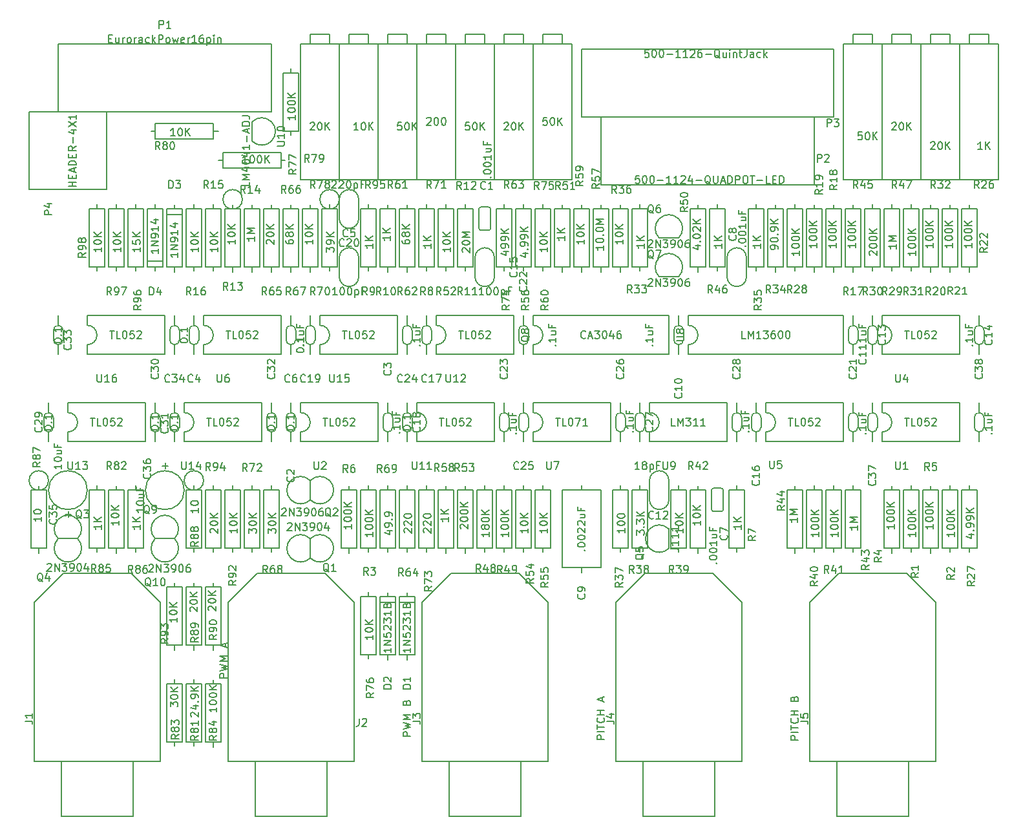
<source format=gbr>
G04 #@! TF.GenerationSoftware,KiCad,Pcbnew,(5.0.0)*
G04 #@! TF.CreationDate,2018-10-08T11:41:10-07:00*
G04 #@! TF.ProjectId,500-1007,3530302D313030372E6B696361645F70,A*
G04 #@! TF.SameCoordinates,Original*
G04 #@! TF.FileFunction,Legend,Top*
G04 #@! TF.FilePolarity,Positive*
%FSLAX46Y46*%
G04 Gerber Fmt 4.6, Leading zero omitted, Abs format (unit mm)*
G04 Created by KiCad (PCBNEW (5.0.0)) date 10/08/18 11:41:10*
%MOMM*%
%LPD*%
G01*
G04 APERTURE LIST*
%ADD10C,0.200000*%
%ADD11C,0.150000*%
G04 APERTURE END LIST*
D10*
X110490000Y-59690000D02*
G75*
G03X110490000Y-59690000I-1270000J0D01*
G01*
X97790000Y-59690000D02*
G75*
G03X97790000Y-59690000I-1270000J0D01*
G01*
X92710000Y-96520000D02*
G75*
G03X92710000Y-96520000I-1270000J0D01*
G01*
X72390000Y-96520000D02*
G75*
G03X72390000Y-96520000I-1270000J0D01*
G01*
D11*
G04 #@! TO.C,C1*
X130302000Y-60960000D02*
G75*
G03X130048000Y-60706000I-254000J0D01*
G01*
X130048000Y-63754000D02*
G75*
G03X130302000Y-63500000I0J254000D01*
G01*
X128778000Y-63500000D02*
G75*
G03X129032000Y-63754000I254000J0D01*
G01*
X129032000Y-60706000D02*
G75*
G03X128778000Y-60960000I0J-254000D01*
G01*
X128778000Y-60960000D02*
X128778000Y-63500000D01*
X130302000Y-63500000D02*
X130302000Y-60960000D01*
X129032000Y-63754000D02*
X130048000Y-63754000D01*
X129540000Y-60706000D02*
X130048000Y-60706000D01*
X129540000Y-60706000D02*
X129032000Y-60706000D01*
G04 #@! TO.C,C2*
X103505000Y-89535000D02*
G75*
G03X104140000Y-90170000I635000J0D01*
G01*
X104140000Y-90170000D02*
G75*
G03X104775000Y-89535000I0J635000D01*
G01*
X104140000Y-87630000D02*
G75*
G03X103505000Y-88265000I0J-635000D01*
G01*
X104775000Y-88265000D02*
G75*
G03X104140000Y-87630000I-635000J0D01*
G01*
X103505000Y-88265000D02*
X103505000Y-89535000D01*
X104775000Y-88265000D02*
X104775000Y-89535000D01*
X104140000Y-91440000D02*
X104140000Y-90170000D01*
X104140000Y-86360000D02*
X104140000Y-87630000D01*
G04 #@! TO.C,C3*
X117475000Y-88265000D02*
G75*
G03X116840000Y-87630000I-635000J0D01*
G01*
X116840000Y-87630000D02*
G75*
G03X116205000Y-88265000I0J-635000D01*
G01*
X116840000Y-90170000D02*
G75*
G03X117475000Y-89535000I0J635000D01*
G01*
X116205000Y-89535000D02*
G75*
G03X116840000Y-90170000I635000J0D01*
G01*
X117475000Y-89535000D02*
X117475000Y-88265000D01*
X116205000Y-89535000D02*
X116205000Y-88265000D01*
X116840000Y-86360000D02*
X116840000Y-87630000D01*
X116840000Y-91440000D02*
X116840000Y-90170000D01*
G04 #@! TO.C,C4*
X90805000Y-78105000D02*
G75*
G03X91440000Y-78740000I635000J0D01*
G01*
X91440000Y-78740000D02*
G75*
G03X92075000Y-78105000I0J635000D01*
G01*
X91440000Y-76200000D02*
G75*
G03X90805000Y-76835000I0J-635000D01*
G01*
X92075000Y-76835000D02*
G75*
G03X91440000Y-76200000I-635000J0D01*
G01*
X90805000Y-76835000D02*
X90805000Y-78105000D01*
X92075000Y-76835000D02*
X92075000Y-78105000D01*
X91440000Y-80010000D02*
X91440000Y-78740000D01*
X91440000Y-74930000D02*
X91440000Y-76200000D01*
G04 #@! TO.C,C6*
X104775000Y-76835000D02*
G75*
G03X104140000Y-76200000I-635000J0D01*
G01*
X104140000Y-76200000D02*
G75*
G03X103505000Y-76835000I0J-635000D01*
G01*
X104140000Y-78740000D02*
G75*
G03X104775000Y-78105000I0J635000D01*
G01*
X103505000Y-78105000D02*
G75*
G03X104140000Y-78740000I635000J0D01*
G01*
X104775000Y-78105000D02*
X104775000Y-76835000D01*
X103505000Y-78105000D02*
X103505000Y-76835000D01*
X104140000Y-74930000D02*
X104140000Y-76200000D01*
X104140000Y-80010000D02*
X104140000Y-78740000D01*
G04 #@! TO.C,C7*
X160782000Y-97790000D02*
G75*
G03X160528000Y-97536000I-254000J0D01*
G01*
X160528000Y-100584000D02*
G75*
G03X160782000Y-100330000I0J254000D01*
G01*
X159258000Y-100330000D02*
G75*
G03X159512000Y-100584000I254000J0D01*
G01*
X159512000Y-97536000D02*
G75*
G03X159258000Y-97790000I0J-254000D01*
G01*
X159258000Y-97790000D02*
X159258000Y-100330000D01*
X160782000Y-100330000D02*
X160782000Y-97790000D01*
X159512000Y-100584000D02*
X160528000Y-100584000D01*
X160020000Y-97536000D02*
X160528000Y-97536000D01*
X160020000Y-97536000D02*
X159512000Y-97536000D01*
G04 #@! TO.C,C8*
X161290000Y-69850000D02*
G75*
G03X162560000Y-71120000I1270000J0D01*
G01*
X162560000Y-71120000D02*
G75*
G03X163830000Y-69850000I0J1270000D01*
G01*
X163830000Y-67310000D02*
G75*
G03X162560000Y-66040000I-1270000J0D01*
G01*
X162560000Y-66040000D02*
G75*
G03X161290000Y-67310000I0J-1270000D01*
G01*
X161290000Y-69850000D02*
X161290000Y-67310000D01*
X163830000Y-67310000D02*
X163830000Y-69850000D01*
G04 #@! TO.C,C9*
X144780000Y-107950000D02*
X144780000Y-97790000D01*
X144780000Y-97790000D02*
X139700000Y-97790000D01*
X139700000Y-97790000D02*
X139700000Y-107950000D01*
X139700000Y-107950000D02*
X144780000Y-107950000D01*
X142240000Y-107950000D02*
X142240000Y-108585000D01*
X142240000Y-97790000D02*
X142240000Y-97155000D01*
G04 #@! TO.C,C10*
X154305000Y-78105000D02*
G75*
G03X154940000Y-78740000I635000J0D01*
G01*
X154940000Y-78740000D02*
G75*
G03X155575000Y-78105000I0J635000D01*
G01*
X154940000Y-76200000D02*
G75*
G03X154305000Y-76835000I0J-635000D01*
G01*
X155575000Y-76835000D02*
G75*
G03X154940000Y-76200000I-635000J0D01*
G01*
X154305000Y-76835000D02*
X154305000Y-78105000D01*
X155575000Y-76835000D02*
X155575000Y-78105000D01*
X154940000Y-80010000D02*
X154940000Y-78740000D01*
X154940000Y-74930000D02*
X154940000Y-76200000D01*
G04 #@! TO.C,C11*
X178435000Y-76835000D02*
G75*
G03X177800000Y-76200000I-635000J0D01*
G01*
X177800000Y-76200000D02*
G75*
G03X177165000Y-76835000I0J-635000D01*
G01*
X177800000Y-78740000D02*
G75*
G03X178435000Y-78105000I0J635000D01*
G01*
X177165000Y-78105000D02*
G75*
G03X177800000Y-78740000I635000J0D01*
G01*
X178435000Y-78105000D02*
X178435000Y-76835000D01*
X177165000Y-78105000D02*
X177165000Y-76835000D01*
X177800000Y-74930000D02*
X177800000Y-76200000D01*
X177800000Y-80010000D02*
X177800000Y-78740000D01*
G04 #@! TO.C,C12*
X151130000Y-99060000D02*
G75*
G03X152400000Y-100330000I1270000J0D01*
G01*
X152400000Y-100330000D02*
G75*
G03X153670000Y-99060000I0J1270000D01*
G01*
X153670000Y-96520000D02*
G75*
G03X152400000Y-95250000I-1270000J0D01*
G01*
X152400000Y-95250000D02*
G75*
G03X151130000Y-96520000I0J-1270000D01*
G01*
X151130000Y-99060000D02*
X151130000Y-96520000D01*
X153670000Y-96520000D02*
X153670000Y-99060000D01*
G04 #@! TO.C,C13*
X179705000Y-78105000D02*
G75*
G03X180340000Y-78740000I635000J0D01*
G01*
X180340000Y-78740000D02*
G75*
G03X180975000Y-78105000I0J635000D01*
G01*
X180340000Y-76200000D02*
G75*
G03X179705000Y-76835000I0J-635000D01*
G01*
X180975000Y-76835000D02*
G75*
G03X180340000Y-76200000I-635000J0D01*
G01*
X179705000Y-76835000D02*
X179705000Y-78105000D01*
X180975000Y-76835000D02*
X180975000Y-78105000D01*
X180340000Y-80010000D02*
X180340000Y-78740000D01*
X180340000Y-74930000D02*
X180340000Y-76200000D01*
G04 #@! TO.C,C14*
X194945000Y-76835000D02*
G75*
G03X194310000Y-76200000I-635000J0D01*
G01*
X194310000Y-76200000D02*
G75*
G03X193675000Y-76835000I0J-635000D01*
G01*
X194310000Y-78740000D02*
G75*
G03X194945000Y-78105000I0J635000D01*
G01*
X193675000Y-78105000D02*
G75*
G03X194310000Y-78740000I635000J0D01*
G01*
X194945000Y-78105000D02*
X194945000Y-76835000D01*
X193675000Y-78105000D02*
X193675000Y-76835000D01*
X194310000Y-74930000D02*
X194310000Y-76200000D01*
X194310000Y-80010000D02*
X194310000Y-78740000D01*
G04 #@! TO.C,C15*
X130810000Y-67310000D02*
G75*
G03X129540000Y-66040000I-1270000J0D01*
G01*
X129540000Y-66040000D02*
G75*
G03X128270000Y-67310000I0J-1270000D01*
G01*
X128270000Y-69850000D02*
G75*
G03X129540000Y-71120000I1270000J0D01*
G01*
X129540000Y-71120000D02*
G75*
G03X130810000Y-69850000I0J1270000D01*
G01*
X130810000Y-67310000D02*
X130810000Y-69850000D01*
X128270000Y-69850000D02*
X128270000Y-67310000D01*
G04 #@! TO.C,C16*
X164465000Y-89535000D02*
G75*
G03X165100000Y-90170000I635000J0D01*
G01*
X165100000Y-90170000D02*
G75*
G03X165735000Y-89535000I0J635000D01*
G01*
X165100000Y-87630000D02*
G75*
G03X164465000Y-88265000I0J-635000D01*
G01*
X165735000Y-88265000D02*
G75*
G03X165100000Y-87630000I-635000J0D01*
G01*
X164465000Y-88265000D02*
X164465000Y-89535000D01*
X165735000Y-88265000D02*
X165735000Y-89535000D01*
X165100000Y-91440000D02*
X165100000Y-90170000D01*
X165100000Y-86360000D02*
X165100000Y-87630000D01*
G04 #@! TO.C,C17*
X121285000Y-78105000D02*
G75*
G03X121920000Y-78740000I635000J0D01*
G01*
X121920000Y-78740000D02*
G75*
G03X122555000Y-78105000I0J635000D01*
G01*
X121920000Y-76200000D02*
G75*
G03X121285000Y-76835000I0J-635000D01*
G01*
X122555000Y-76835000D02*
G75*
G03X121920000Y-76200000I-635000J0D01*
G01*
X121285000Y-76835000D02*
X121285000Y-78105000D01*
X122555000Y-76835000D02*
X122555000Y-78105000D01*
X121920000Y-80010000D02*
X121920000Y-78740000D01*
X121920000Y-74930000D02*
X121920000Y-76200000D01*
G04 #@! TO.C,C18*
X118745000Y-89535000D02*
G75*
G03X119380000Y-90170000I635000J0D01*
G01*
X119380000Y-90170000D02*
G75*
G03X120015000Y-89535000I0J635000D01*
G01*
X119380000Y-87630000D02*
G75*
G03X118745000Y-88265000I0J-635000D01*
G01*
X120015000Y-88265000D02*
G75*
G03X119380000Y-87630000I-635000J0D01*
G01*
X118745000Y-88265000D02*
X118745000Y-89535000D01*
X120015000Y-88265000D02*
X120015000Y-89535000D01*
X119380000Y-91440000D02*
X119380000Y-90170000D01*
X119380000Y-86360000D02*
X119380000Y-87630000D01*
G04 #@! TO.C,C19*
X106045000Y-78105000D02*
G75*
G03X106680000Y-78740000I635000J0D01*
G01*
X106680000Y-78740000D02*
G75*
G03X107315000Y-78105000I0J635000D01*
G01*
X106680000Y-76200000D02*
G75*
G03X106045000Y-76835000I0J-635000D01*
G01*
X107315000Y-76835000D02*
G75*
G03X106680000Y-76200000I-635000J0D01*
G01*
X106045000Y-76835000D02*
X106045000Y-78105000D01*
X107315000Y-76835000D02*
X107315000Y-78105000D01*
X106680000Y-80010000D02*
X106680000Y-78740000D01*
X106680000Y-74930000D02*
X106680000Y-76200000D01*
G04 #@! TO.C,C20*
X113030000Y-67310000D02*
G75*
G03X111760000Y-66040000I-1270000J0D01*
G01*
X111760000Y-66040000D02*
G75*
G03X110490000Y-67310000I0J-1270000D01*
G01*
X110490000Y-69850000D02*
G75*
G03X111760000Y-71120000I1270000J0D01*
G01*
X111760000Y-71120000D02*
G75*
G03X113030000Y-69850000I0J1270000D01*
G01*
X113030000Y-67310000D02*
X113030000Y-69850000D01*
X110490000Y-69850000D02*
X110490000Y-67310000D01*
G04 #@! TO.C,C21*
X178435000Y-88265000D02*
G75*
G03X177800000Y-87630000I-635000J0D01*
G01*
X177800000Y-87630000D02*
G75*
G03X177165000Y-88265000I0J-635000D01*
G01*
X177800000Y-90170000D02*
G75*
G03X178435000Y-89535000I0J635000D01*
G01*
X177165000Y-89535000D02*
G75*
G03X177800000Y-90170000I635000J0D01*
G01*
X178435000Y-89535000D02*
X178435000Y-88265000D01*
X177165000Y-89535000D02*
X177165000Y-88265000D01*
X177800000Y-86360000D02*
X177800000Y-87630000D01*
X177800000Y-91440000D02*
X177800000Y-90170000D01*
G04 #@! TO.C,C22*
X135255000Y-76835000D02*
G75*
G03X134620000Y-76200000I-635000J0D01*
G01*
X134620000Y-76200000D02*
G75*
G03X133985000Y-76835000I0J-635000D01*
G01*
X134620000Y-78740000D02*
G75*
G03X135255000Y-78105000I0J635000D01*
G01*
X133985000Y-78105000D02*
G75*
G03X134620000Y-78740000I635000J0D01*
G01*
X135255000Y-78105000D02*
X135255000Y-76835000D01*
X133985000Y-78105000D02*
X133985000Y-76835000D01*
X134620000Y-74930000D02*
X134620000Y-76200000D01*
X134620000Y-80010000D02*
X134620000Y-78740000D01*
G04 #@! TO.C,C23*
X132715000Y-88265000D02*
G75*
G03X132080000Y-87630000I-635000J0D01*
G01*
X132080000Y-87630000D02*
G75*
G03X131445000Y-88265000I0J-635000D01*
G01*
X132080000Y-90170000D02*
G75*
G03X132715000Y-89535000I0J635000D01*
G01*
X131445000Y-89535000D02*
G75*
G03X132080000Y-90170000I635000J0D01*
G01*
X132715000Y-89535000D02*
X132715000Y-88265000D01*
X131445000Y-89535000D02*
X131445000Y-88265000D01*
X132080000Y-86360000D02*
X132080000Y-87630000D01*
X132080000Y-91440000D02*
X132080000Y-90170000D01*
G04 #@! TO.C,C24*
X120015000Y-76835000D02*
G75*
G03X119380000Y-76200000I-635000J0D01*
G01*
X119380000Y-76200000D02*
G75*
G03X118745000Y-76835000I0J-635000D01*
G01*
X119380000Y-78740000D02*
G75*
G03X120015000Y-78105000I0J635000D01*
G01*
X118745000Y-78105000D02*
G75*
G03X119380000Y-78740000I635000J0D01*
G01*
X120015000Y-78105000D02*
X120015000Y-76835000D01*
X118745000Y-78105000D02*
X118745000Y-76835000D01*
X119380000Y-74930000D02*
X119380000Y-76200000D01*
X119380000Y-80010000D02*
X119380000Y-78740000D01*
G04 #@! TO.C,C25*
X133985000Y-89535000D02*
G75*
G03X134620000Y-90170000I635000J0D01*
G01*
X134620000Y-90170000D02*
G75*
G03X135255000Y-89535000I0J635000D01*
G01*
X134620000Y-87630000D02*
G75*
G03X133985000Y-88265000I0J-635000D01*
G01*
X135255000Y-88265000D02*
G75*
G03X134620000Y-87630000I-635000J0D01*
G01*
X133985000Y-88265000D02*
X133985000Y-89535000D01*
X135255000Y-88265000D02*
X135255000Y-89535000D01*
X134620000Y-91440000D02*
X134620000Y-90170000D01*
X134620000Y-86360000D02*
X134620000Y-87630000D01*
G04 #@! TO.C,C26*
X147955000Y-88265000D02*
G75*
G03X147320000Y-87630000I-635000J0D01*
G01*
X147320000Y-87630000D02*
G75*
G03X146685000Y-88265000I0J-635000D01*
G01*
X147320000Y-90170000D02*
G75*
G03X147955000Y-89535000I0J635000D01*
G01*
X146685000Y-89535000D02*
G75*
G03X147320000Y-90170000I635000J0D01*
G01*
X147955000Y-89535000D02*
X147955000Y-88265000D01*
X146685000Y-89535000D02*
X146685000Y-88265000D01*
X147320000Y-86360000D02*
X147320000Y-87630000D01*
X147320000Y-91440000D02*
X147320000Y-90170000D01*
G04 #@! TO.C,C27*
X149225000Y-89535000D02*
G75*
G03X149860000Y-90170000I635000J0D01*
G01*
X149860000Y-90170000D02*
G75*
G03X150495000Y-89535000I0J635000D01*
G01*
X149860000Y-87630000D02*
G75*
G03X149225000Y-88265000I0J-635000D01*
G01*
X150495000Y-88265000D02*
G75*
G03X149860000Y-87630000I-635000J0D01*
G01*
X149225000Y-88265000D02*
X149225000Y-89535000D01*
X150495000Y-88265000D02*
X150495000Y-89535000D01*
X149860000Y-91440000D02*
X149860000Y-90170000D01*
X149860000Y-86360000D02*
X149860000Y-87630000D01*
G04 #@! TO.C,C28*
X163195000Y-88265000D02*
G75*
G03X162560000Y-87630000I-635000J0D01*
G01*
X162560000Y-87630000D02*
G75*
G03X161925000Y-88265000I0J-635000D01*
G01*
X162560000Y-90170000D02*
G75*
G03X163195000Y-89535000I0J635000D01*
G01*
X161925000Y-89535000D02*
G75*
G03X162560000Y-90170000I635000J0D01*
G01*
X163195000Y-89535000D02*
X163195000Y-88265000D01*
X161925000Y-89535000D02*
X161925000Y-88265000D01*
X162560000Y-86360000D02*
X162560000Y-87630000D01*
X162560000Y-91440000D02*
X162560000Y-90170000D01*
G04 #@! TO.C,C29*
X71755000Y-89535000D02*
G75*
G03X72390000Y-90170000I635000J0D01*
G01*
X72390000Y-90170000D02*
G75*
G03X73025000Y-89535000I0J635000D01*
G01*
X72390000Y-87630000D02*
G75*
G03X71755000Y-88265000I0J-635000D01*
G01*
X73025000Y-88265000D02*
G75*
G03X72390000Y-87630000I-635000J0D01*
G01*
X71755000Y-88265000D02*
X71755000Y-89535000D01*
X73025000Y-88265000D02*
X73025000Y-89535000D01*
X72390000Y-91440000D02*
X72390000Y-90170000D01*
X72390000Y-86360000D02*
X72390000Y-87630000D01*
G04 #@! TO.C,C30*
X86995000Y-88265000D02*
G75*
G03X86360000Y-87630000I-635000J0D01*
G01*
X86360000Y-87630000D02*
G75*
G03X85725000Y-88265000I0J-635000D01*
G01*
X86360000Y-90170000D02*
G75*
G03X86995000Y-89535000I0J635000D01*
G01*
X85725000Y-89535000D02*
G75*
G03X86360000Y-90170000I635000J0D01*
G01*
X86995000Y-89535000D02*
X86995000Y-88265000D01*
X85725000Y-89535000D02*
X85725000Y-88265000D01*
X86360000Y-86360000D02*
X86360000Y-87630000D01*
X86360000Y-91440000D02*
X86360000Y-90170000D01*
G04 #@! TO.C,C31*
X88265000Y-89535000D02*
G75*
G03X88900000Y-90170000I635000J0D01*
G01*
X88900000Y-90170000D02*
G75*
G03X89535000Y-89535000I0J635000D01*
G01*
X88900000Y-87630000D02*
G75*
G03X88265000Y-88265000I0J-635000D01*
G01*
X89535000Y-88265000D02*
G75*
G03X88900000Y-87630000I-635000J0D01*
G01*
X88265000Y-88265000D02*
X88265000Y-89535000D01*
X89535000Y-88265000D02*
X89535000Y-89535000D01*
X88900000Y-91440000D02*
X88900000Y-90170000D01*
X88900000Y-86360000D02*
X88900000Y-87630000D01*
G04 #@! TO.C,C32*
X102235000Y-88265000D02*
G75*
G03X101600000Y-87630000I-635000J0D01*
G01*
X101600000Y-87630000D02*
G75*
G03X100965000Y-88265000I0J-635000D01*
G01*
X101600000Y-90170000D02*
G75*
G03X102235000Y-89535000I0J635000D01*
G01*
X100965000Y-89535000D02*
G75*
G03X101600000Y-90170000I635000J0D01*
G01*
X102235000Y-89535000D02*
X102235000Y-88265000D01*
X100965000Y-89535000D02*
X100965000Y-88265000D01*
X101600000Y-86360000D02*
X101600000Y-87630000D01*
X101600000Y-91440000D02*
X101600000Y-90170000D01*
G04 #@! TO.C,C33*
X73025000Y-78105000D02*
G75*
G03X73660000Y-78740000I635000J0D01*
G01*
X73660000Y-78740000D02*
G75*
G03X74295000Y-78105000I0J635000D01*
G01*
X73660000Y-76200000D02*
G75*
G03X73025000Y-76835000I0J-635000D01*
G01*
X74295000Y-76835000D02*
G75*
G03X73660000Y-76200000I-635000J0D01*
G01*
X73025000Y-76835000D02*
X73025000Y-78105000D01*
X74295000Y-76835000D02*
X74295000Y-78105000D01*
X73660000Y-80010000D02*
X73660000Y-78740000D01*
X73660000Y-74930000D02*
X73660000Y-76200000D01*
G04 #@! TO.C,C34*
X89535000Y-76835000D02*
G75*
G03X88900000Y-76200000I-635000J0D01*
G01*
X88900000Y-76200000D02*
G75*
G03X88265000Y-76835000I0J-635000D01*
G01*
X88900000Y-78740000D02*
G75*
G03X89535000Y-78105000I0J635000D01*
G01*
X88265000Y-78105000D02*
G75*
G03X88900000Y-78740000I635000J0D01*
G01*
X89535000Y-78105000D02*
X89535000Y-76835000D01*
X88265000Y-78105000D02*
X88265000Y-76835000D01*
X88900000Y-74930000D02*
X88900000Y-76200000D01*
X88900000Y-80010000D02*
X88900000Y-78740000D01*
G04 #@! TO.C,C35*
X77470000Y-97790000D02*
G75*
G03X77470000Y-97790000I-2540000J0D01*
G01*
G04 #@! TO.C,C36*
X90170000Y-97790000D02*
G75*
G03X90170000Y-97790000I-2540000J0D01*
G01*
G04 #@! TO.C,D1*
X118364000Y-112522000D02*
X120396000Y-112522000D01*
X120396000Y-111760000D02*
X118364000Y-111760000D01*
X120396000Y-119380000D02*
X118364000Y-119380000D01*
X119380000Y-111760000D02*
X119380000Y-111252000D01*
X119380000Y-120015000D02*
X119380000Y-119380000D01*
X118364000Y-111760000D02*
X118364000Y-119380000D01*
X120396000Y-119380000D02*
X120396000Y-111760000D01*
G04 #@! TO.C,D2*
X115824000Y-112522000D02*
X117856000Y-112522000D01*
X117856000Y-111760000D02*
X115824000Y-111760000D01*
X117856000Y-119380000D02*
X115824000Y-119380000D01*
X116840000Y-111760000D02*
X116840000Y-111252000D01*
X116840000Y-120015000D02*
X116840000Y-119380000D01*
X115824000Y-111760000D02*
X115824000Y-119380000D01*
X117856000Y-119380000D02*
X117856000Y-111760000D01*
G04 #@! TO.C,D3*
X87884000Y-61722000D02*
X89916000Y-61722000D01*
X89916000Y-60960000D02*
X87884000Y-60960000D01*
X89916000Y-68580000D02*
X87884000Y-68580000D01*
X88900000Y-60960000D02*
X88900000Y-60452000D01*
X88900000Y-69215000D02*
X88900000Y-68580000D01*
X87884000Y-60960000D02*
X87884000Y-68580000D01*
X89916000Y-68580000D02*
X89916000Y-60960000D01*
G04 #@! TO.C,D4*
X87376000Y-67818000D02*
X85344000Y-67818000D01*
X85344000Y-68580000D02*
X87376000Y-68580000D01*
X85344000Y-60960000D02*
X87376000Y-60960000D01*
X86360000Y-68580000D02*
X86360000Y-69088000D01*
X86360000Y-60325000D02*
X86360000Y-60960000D01*
X87376000Y-68580000D02*
X87376000Y-60960000D01*
X85344000Y-60960000D02*
X85344000Y-68580000D01*
G04 #@! TO.C,J1*
X83439000Y-133350000D02*
X83439000Y-140538200D01*
X83439000Y-140538200D02*
X74041000Y-140538200D01*
X74041000Y-140538200D02*
X74041000Y-133350000D01*
X74295000Y-108661200D02*
X83185000Y-108661200D01*
X83185000Y-108661200D02*
X86995000Y-112471200D01*
X86995000Y-112471200D02*
X86995000Y-133350000D01*
X86995000Y-133350000D02*
X70485000Y-133350000D01*
X70485000Y-133350000D02*
X70485000Y-112471200D01*
X70485000Y-112471200D02*
X74295000Y-108661200D01*
G04 #@! TO.C,J2*
X108839000Y-133350000D02*
X108839000Y-140538200D01*
X108839000Y-140538200D02*
X99441000Y-140538200D01*
X99441000Y-140538200D02*
X99441000Y-133350000D01*
X99695000Y-108661200D02*
X108585000Y-108661200D01*
X108585000Y-108661200D02*
X112395000Y-112471200D01*
X112395000Y-112471200D02*
X112395000Y-133350000D01*
X112395000Y-133350000D02*
X95885000Y-133350000D01*
X95885000Y-133350000D02*
X95885000Y-112471200D01*
X95885000Y-112471200D02*
X99695000Y-108661200D01*
G04 #@! TO.C,J3*
X134239000Y-133350000D02*
X134239000Y-140538200D01*
X134239000Y-140538200D02*
X124841000Y-140538200D01*
X124841000Y-140538200D02*
X124841000Y-133350000D01*
X125095000Y-108661200D02*
X133985000Y-108661200D01*
X133985000Y-108661200D02*
X137795000Y-112471200D01*
X137795000Y-112471200D02*
X137795000Y-133350000D01*
X137795000Y-133350000D02*
X121285000Y-133350000D01*
X121285000Y-133350000D02*
X121285000Y-112471200D01*
X121285000Y-112471200D02*
X125095000Y-108661200D01*
G04 #@! TO.C,J4*
X159639000Y-133350000D02*
X159639000Y-140538200D01*
X159639000Y-140538200D02*
X150241000Y-140538200D01*
X150241000Y-140538200D02*
X150241000Y-133350000D01*
X150495000Y-108661200D02*
X159385000Y-108661200D01*
X159385000Y-108661200D02*
X163195000Y-112471200D01*
X163195000Y-112471200D02*
X163195000Y-133350000D01*
X163195000Y-133350000D02*
X146685000Y-133350000D01*
X146685000Y-133350000D02*
X146685000Y-112471200D01*
X146685000Y-112471200D02*
X150495000Y-108661200D01*
G04 #@! TO.C,J5*
X185039000Y-133350000D02*
X185039000Y-140538200D01*
X185039000Y-140538200D02*
X175641000Y-140538200D01*
X175641000Y-140538200D02*
X175641000Y-133350000D01*
X175895000Y-108661200D02*
X184785000Y-108661200D01*
X184785000Y-108661200D02*
X188595000Y-112471200D01*
X188595000Y-112471200D02*
X188595000Y-133350000D01*
X188595000Y-133350000D02*
X172085000Y-133350000D01*
X172085000Y-133350000D02*
X172085000Y-112471200D01*
X172085000Y-112471200D02*
X175895000Y-108661200D01*
G04 #@! TO.C,Q1*
X106680000Y-106680000D02*
G75*
G03X109220000Y-106680000I1270000J1270000D01*
G01*
X109220000Y-106680000D02*
G75*
G03X109220000Y-104140000I-1270000J1270000D01*
G01*
X109220000Y-104140000D02*
G75*
G03X106680000Y-104140000I-1270000J-1270000D01*
G01*
X106680000Y-104140000D02*
G75*
G03X104140000Y-104140000I-1270000J-1270000D01*
G01*
X104140000Y-104140000D02*
G75*
G03X104140000Y-106680000I1270000J-1270000D01*
G01*
X104140000Y-106680000D02*
G75*
G03X106680000Y-106680000I1270000J1270000D01*
G01*
X106680000Y-106680000D02*
X106680000Y-104140000D01*
G04 #@! TO.C,Q2*
X106680000Y-99060000D02*
G75*
G03X109220000Y-99060000I1270000J1270000D01*
G01*
X109220000Y-99060000D02*
G75*
G03X109220000Y-96520000I-1270000J1270000D01*
G01*
X109220000Y-96520000D02*
G75*
G03X106680000Y-96520000I-1270000J-1270000D01*
G01*
X106680000Y-96520000D02*
G75*
G03X104140000Y-96520000I-1270000J-1270000D01*
G01*
X104140000Y-96520000D02*
G75*
G03X104140000Y-99060000I1270000J-1270000D01*
G01*
X104140000Y-99060000D02*
G75*
G03X106680000Y-99060000I1270000J1270000D01*
G01*
X106680000Y-99060000D02*
X106680000Y-96520000D01*
G04 #@! TO.C,Q3*
X73660000Y-101600000D02*
G75*
G03X73660000Y-104140000I1270000J-1270000D01*
G01*
X76200000Y-101600000D02*
G75*
G03X73660000Y-101600000I-1270000J-1270000D01*
G01*
X76200000Y-104140000D02*
G75*
G03X76200000Y-101600000I-1270000J1270000D01*
G01*
X73660000Y-104140000D02*
X76200000Y-104140000D01*
G04 #@! TO.C,Q4*
X76200000Y-106680000D02*
G75*
G03X76200000Y-104140000I-1270000J1270000D01*
G01*
X73660000Y-106680000D02*
G75*
G03X76200000Y-106680000I1270000J1270000D01*
G01*
X73660000Y-104140000D02*
G75*
G03X73660000Y-106680000I1270000J-1270000D01*
G01*
X76200000Y-104140000D02*
X73660000Y-104140000D01*
G04 #@! TO.C,Q5*
X151130000Y-105410000D02*
G75*
G03X153670000Y-105410000I1270000J1270000D01*
G01*
X151130000Y-102870000D02*
G75*
G03X151130000Y-105410000I1270000J-1270000D01*
G01*
X153670000Y-102870000D02*
G75*
G03X151130000Y-102870000I-1270000J-1270000D01*
G01*
X153670000Y-105410000D02*
X153670000Y-102870000D01*
G04 #@! TO.C,Q6*
X152400000Y-62230000D02*
G75*
G03X152400000Y-64770000I1270000J-1270000D01*
G01*
X154940000Y-62230000D02*
G75*
G03X152400000Y-62230000I-1270000J-1270000D01*
G01*
X154940000Y-64770000D02*
G75*
G03X154940000Y-62230000I-1270000J1270000D01*
G01*
X152400000Y-64770000D02*
X154940000Y-64770000D01*
G04 #@! TO.C,Q7*
X152400000Y-67310000D02*
G75*
G03X152400000Y-69850000I1270000J-1270000D01*
G01*
X154940000Y-67310000D02*
G75*
G03X152400000Y-67310000I-1270000J-1270000D01*
G01*
X154940000Y-69850000D02*
G75*
G03X154940000Y-67310000I-1270000J1270000D01*
G01*
X152400000Y-69850000D02*
X154940000Y-69850000D01*
G04 #@! TO.C,Q8*
X153670000Y-74930000D02*
X153670000Y-80010000D01*
X135890000Y-78740000D02*
X135890000Y-80010000D01*
X135890000Y-74930000D02*
X135890000Y-76200000D01*
X137160000Y-77470000D02*
G75*
G03X135890000Y-76200000I-1270000J0D01*
G01*
X135890000Y-78740000D02*
G75*
G03X137160000Y-77470000I0J1270000D01*
G01*
X135890000Y-74930000D02*
X153670000Y-74930000D01*
X135890000Y-80010000D02*
X153670000Y-80010000D01*
G04 #@! TO.C,Q9*
X86360000Y-101600000D02*
G75*
G03X86360000Y-104140000I1270000J-1270000D01*
G01*
X88900000Y-101600000D02*
G75*
G03X86360000Y-101600000I-1270000J-1270000D01*
G01*
X88900000Y-104140000D02*
G75*
G03X88900000Y-101600000I-1270000J1270000D01*
G01*
X86360000Y-104140000D02*
X88900000Y-104140000D01*
G04 #@! TO.C,Q10*
X88900000Y-106680000D02*
G75*
G03X88900000Y-104140000I-1270000J1270000D01*
G01*
X86360000Y-106680000D02*
G75*
G03X88900000Y-106680000I1270000J1270000D01*
G01*
X86360000Y-104140000D02*
G75*
G03X86360000Y-106680000I1270000J-1270000D01*
G01*
X88900000Y-104140000D02*
X86360000Y-104140000D01*
G04 #@! TO.C,R1*
X184404000Y-105410000D02*
X186436000Y-105410000D01*
X184404000Y-97790000D02*
X186436000Y-97790000D01*
X185420000Y-105410000D02*
X185420000Y-105918000D01*
X185420000Y-97155000D02*
X185420000Y-97790000D01*
X186436000Y-105410000D02*
X186436000Y-97790000D01*
X184404000Y-97790000D02*
X184404000Y-105410000D01*
G04 #@! TO.C,R2*
X189484000Y-105410000D02*
X191516000Y-105410000D01*
X189484000Y-97790000D02*
X191516000Y-97790000D01*
X190500000Y-105410000D02*
X190500000Y-105918000D01*
X190500000Y-97155000D02*
X190500000Y-97790000D01*
X191516000Y-105410000D02*
X191516000Y-97790000D01*
X189484000Y-97790000D02*
X189484000Y-105410000D01*
G04 #@! TO.C,R3*
X113284000Y-105410000D02*
X115316000Y-105410000D01*
X113284000Y-97790000D02*
X115316000Y-97790000D01*
X114300000Y-105410000D02*
X114300000Y-105918000D01*
X114300000Y-97155000D02*
X114300000Y-97790000D01*
X115316000Y-105410000D02*
X115316000Y-97790000D01*
X113284000Y-97790000D02*
X113284000Y-105410000D01*
G04 #@! TO.C,R4*
X183896000Y-97790000D02*
X181864000Y-97790000D01*
X183896000Y-105410000D02*
X181864000Y-105410000D01*
X182880000Y-97790000D02*
X182880000Y-97282000D01*
X182880000Y-106045000D02*
X182880000Y-105410000D01*
X181864000Y-97790000D02*
X181864000Y-105410000D01*
X183896000Y-105410000D02*
X183896000Y-97790000D01*
G04 #@! TO.C,R5*
X188976000Y-97790000D02*
X186944000Y-97790000D01*
X188976000Y-105410000D02*
X186944000Y-105410000D01*
X187960000Y-97790000D02*
X187960000Y-97282000D01*
X187960000Y-106045000D02*
X187960000Y-105410000D01*
X186944000Y-97790000D02*
X186944000Y-105410000D01*
X188976000Y-105410000D02*
X188976000Y-97790000D01*
G04 #@! TO.C,R6*
X112776000Y-97790000D02*
X110744000Y-97790000D01*
X112776000Y-105410000D02*
X110744000Y-105410000D01*
X111760000Y-97790000D02*
X111760000Y-97282000D01*
X111760000Y-106045000D02*
X111760000Y-105410000D01*
X110744000Y-97790000D02*
X110744000Y-105410000D01*
X112776000Y-105410000D02*
X112776000Y-97790000D01*
G04 #@! TO.C,R7*
X161544000Y-105410000D02*
X163576000Y-105410000D01*
X161544000Y-97790000D02*
X163576000Y-97790000D01*
X162560000Y-105410000D02*
X162560000Y-105918000D01*
X162560000Y-97155000D02*
X162560000Y-97790000D01*
X163576000Y-105410000D02*
X163576000Y-97790000D01*
X161544000Y-97790000D02*
X161544000Y-105410000D01*
G04 #@! TO.C,R8*
X120904000Y-68580000D02*
X122936000Y-68580000D01*
X120904000Y-60960000D02*
X122936000Y-60960000D01*
X121920000Y-68580000D02*
X121920000Y-69088000D01*
X121920000Y-60325000D02*
X121920000Y-60960000D01*
X122936000Y-68580000D02*
X122936000Y-60960000D01*
X120904000Y-60960000D02*
X120904000Y-68580000D01*
G04 #@! TO.C,R9*
X113284000Y-68580000D02*
X115316000Y-68580000D01*
X113284000Y-60960000D02*
X115316000Y-60960000D01*
X114300000Y-68580000D02*
X114300000Y-69088000D01*
X114300000Y-60325000D02*
X114300000Y-60960000D01*
X115316000Y-68580000D02*
X115316000Y-60960000D01*
X113284000Y-60960000D02*
X113284000Y-68580000D01*
G04 #@! TO.C,R10*
X117856000Y-60960000D02*
X115824000Y-60960000D01*
X117856000Y-68580000D02*
X115824000Y-68580000D01*
X116840000Y-60960000D02*
X116840000Y-60452000D01*
X116840000Y-69215000D02*
X116840000Y-68580000D01*
X115824000Y-60960000D02*
X115824000Y-68580000D01*
X117856000Y-68580000D02*
X117856000Y-60960000D01*
G04 #@! TO.C,R11*
X125984000Y-68580000D02*
X128016000Y-68580000D01*
X125984000Y-60960000D02*
X128016000Y-60960000D01*
X127000000Y-68580000D02*
X127000000Y-69088000D01*
X127000000Y-60325000D02*
X127000000Y-60960000D01*
X128016000Y-68580000D02*
X128016000Y-60960000D01*
X125984000Y-60960000D02*
X125984000Y-68580000D01*
G04 #@! TO.C,R13*
X97536000Y-60960000D02*
X95504000Y-60960000D01*
X97536000Y-68580000D02*
X95504000Y-68580000D01*
X96520000Y-60960000D02*
X96520000Y-60452000D01*
X96520000Y-69215000D02*
X96520000Y-68580000D01*
X95504000Y-60960000D02*
X95504000Y-68580000D01*
X97536000Y-68580000D02*
X97536000Y-60960000D01*
G04 #@! TO.C,R14*
X100076000Y-60960000D02*
X98044000Y-60960000D01*
X100076000Y-68580000D02*
X98044000Y-68580000D01*
X99060000Y-60960000D02*
X99060000Y-60452000D01*
X99060000Y-69215000D02*
X99060000Y-68580000D01*
X98044000Y-60960000D02*
X98044000Y-68580000D01*
X100076000Y-68580000D02*
X100076000Y-60960000D01*
G04 #@! TO.C,R15*
X92964000Y-68580000D02*
X94996000Y-68580000D01*
X92964000Y-60960000D02*
X94996000Y-60960000D01*
X93980000Y-68580000D02*
X93980000Y-69088000D01*
X93980000Y-60325000D02*
X93980000Y-60960000D01*
X94996000Y-68580000D02*
X94996000Y-60960000D01*
X92964000Y-60960000D02*
X92964000Y-68580000D01*
G04 #@! TO.C,R16*
X90424000Y-68580000D02*
X92456000Y-68580000D01*
X90424000Y-60960000D02*
X92456000Y-60960000D01*
X91440000Y-68580000D02*
X91440000Y-69088000D01*
X91440000Y-60325000D02*
X91440000Y-60960000D01*
X92456000Y-68580000D02*
X92456000Y-60960000D01*
X90424000Y-60960000D02*
X90424000Y-68580000D01*
G04 #@! TO.C,R17*
X178816000Y-60960000D02*
X176784000Y-60960000D01*
X178816000Y-68580000D02*
X176784000Y-68580000D01*
X177800000Y-60960000D02*
X177800000Y-60452000D01*
X177800000Y-69215000D02*
X177800000Y-68580000D01*
X176784000Y-60960000D02*
X176784000Y-68580000D01*
X178816000Y-68580000D02*
X178816000Y-60960000D01*
G04 #@! TO.C,R18*
X176276000Y-60960000D02*
X174244000Y-60960000D01*
X176276000Y-68580000D02*
X174244000Y-68580000D01*
X175260000Y-60960000D02*
X175260000Y-60452000D01*
X175260000Y-69215000D02*
X175260000Y-68580000D01*
X174244000Y-60960000D02*
X174244000Y-68580000D01*
X176276000Y-68580000D02*
X176276000Y-60960000D01*
G04 #@! TO.C,R19*
X173736000Y-60960000D02*
X171704000Y-60960000D01*
X173736000Y-68580000D02*
X171704000Y-68580000D01*
X172720000Y-60960000D02*
X172720000Y-60452000D01*
X172720000Y-69215000D02*
X172720000Y-68580000D01*
X171704000Y-60960000D02*
X171704000Y-68580000D01*
X173736000Y-68580000D02*
X173736000Y-60960000D01*
G04 #@! TO.C,R20*
X188976000Y-60960000D02*
X186944000Y-60960000D01*
X188976000Y-68580000D02*
X186944000Y-68580000D01*
X187960000Y-60960000D02*
X187960000Y-60452000D01*
X187960000Y-69215000D02*
X187960000Y-68580000D01*
X186944000Y-60960000D02*
X186944000Y-68580000D01*
X188976000Y-68580000D02*
X188976000Y-60960000D01*
G04 #@! TO.C,R21*
X191516000Y-60960000D02*
X189484000Y-60960000D01*
X191516000Y-68580000D02*
X189484000Y-68580000D01*
X190500000Y-60960000D02*
X190500000Y-60452000D01*
X190500000Y-69215000D02*
X190500000Y-68580000D01*
X189484000Y-60960000D02*
X189484000Y-68580000D01*
X191516000Y-68580000D02*
X191516000Y-60960000D01*
G04 #@! TO.C,R22*
X194056000Y-60960000D02*
X192024000Y-60960000D01*
X194056000Y-68580000D02*
X192024000Y-68580000D01*
X193040000Y-60960000D02*
X193040000Y-60452000D01*
X193040000Y-69215000D02*
X193040000Y-68580000D01*
X192024000Y-60960000D02*
X192024000Y-68580000D01*
X194056000Y-68580000D02*
X194056000Y-60960000D01*
G04 #@! TO.C,R26*
X193040000Y-39370000D02*
X193040000Y-38100000D01*
X193040000Y-38100000D02*
X195580000Y-38100000D01*
X195580000Y-38100000D02*
X195580000Y-39370000D01*
X191770000Y-39370000D02*
X196850000Y-39370000D01*
X196850000Y-39370000D02*
X196850000Y-57150000D01*
X196850000Y-57150000D02*
X191770000Y-57150000D01*
X191770000Y-57150000D02*
X191770000Y-39370000D01*
G04 #@! TO.C,R27*
X192024000Y-105410000D02*
X194056000Y-105410000D01*
X192024000Y-97790000D02*
X194056000Y-97790000D01*
X193040000Y-105410000D02*
X193040000Y-105918000D01*
X193040000Y-97155000D02*
X193040000Y-97790000D01*
X194056000Y-105410000D02*
X194056000Y-97790000D01*
X192024000Y-97790000D02*
X192024000Y-105410000D01*
G04 #@! TO.C,R28*
X169164000Y-68580000D02*
X171196000Y-68580000D01*
X169164000Y-60960000D02*
X171196000Y-60960000D01*
X170180000Y-68580000D02*
X170180000Y-69088000D01*
X170180000Y-60325000D02*
X170180000Y-60960000D01*
X171196000Y-68580000D02*
X171196000Y-60960000D01*
X169164000Y-60960000D02*
X169164000Y-68580000D01*
G04 #@! TO.C,R29*
X181864000Y-68580000D02*
X183896000Y-68580000D01*
X181864000Y-60960000D02*
X183896000Y-60960000D01*
X182880000Y-68580000D02*
X182880000Y-69088000D01*
X182880000Y-60325000D02*
X182880000Y-60960000D01*
X183896000Y-68580000D02*
X183896000Y-60960000D01*
X181864000Y-60960000D02*
X181864000Y-68580000D01*
G04 #@! TO.C,R30*
X179324000Y-68580000D02*
X181356000Y-68580000D01*
X179324000Y-60960000D02*
X181356000Y-60960000D01*
X180340000Y-68580000D02*
X180340000Y-69088000D01*
X180340000Y-60325000D02*
X180340000Y-60960000D01*
X181356000Y-68580000D02*
X181356000Y-60960000D01*
X179324000Y-60960000D02*
X179324000Y-68580000D01*
G04 #@! TO.C,R31*
X184404000Y-68580000D02*
X186436000Y-68580000D01*
X184404000Y-60960000D02*
X186436000Y-60960000D01*
X185420000Y-68580000D02*
X185420000Y-69088000D01*
X185420000Y-60325000D02*
X185420000Y-60960000D01*
X186436000Y-68580000D02*
X186436000Y-60960000D01*
X184404000Y-60960000D02*
X184404000Y-68580000D01*
G04 #@! TO.C,R32*
X187960000Y-39370000D02*
X187960000Y-38100000D01*
X187960000Y-38100000D02*
X190500000Y-38100000D01*
X190500000Y-38100000D02*
X190500000Y-39370000D01*
X186690000Y-39370000D02*
X191770000Y-39370000D01*
X191770000Y-39370000D02*
X191770000Y-57150000D01*
X191770000Y-57150000D02*
X186690000Y-57150000D01*
X186690000Y-57150000D02*
X186690000Y-39370000D01*
G04 #@! TO.C,R33*
X148844000Y-68580000D02*
X150876000Y-68580000D01*
X148844000Y-60960000D02*
X150876000Y-60960000D01*
X149860000Y-68580000D02*
X149860000Y-69088000D01*
X149860000Y-60325000D02*
X149860000Y-60960000D01*
X150876000Y-68580000D02*
X150876000Y-60960000D01*
X148844000Y-60960000D02*
X148844000Y-68580000D01*
G04 #@! TO.C,R34*
X168656000Y-60960000D02*
X166624000Y-60960000D01*
X168656000Y-68580000D02*
X166624000Y-68580000D01*
X167640000Y-60960000D02*
X167640000Y-60452000D01*
X167640000Y-69215000D02*
X167640000Y-68580000D01*
X166624000Y-60960000D02*
X166624000Y-68580000D01*
X168656000Y-68580000D02*
X168656000Y-60960000D01*
G04 #@! TO.C,R35*
X164084000Y-68580000D02*
X166116000Y-68580000D01*
X164084000Y-60960000D02*
X166116000Y-60960000D01*
X165100000Y-68580000D02*
X165100000Y-69088000D01*
X165100000Y-60325000D02*
X165100000Y-60960000D01*
X166116000Y-68580000D02*
X166116000Y-60960000D01*
X164084000Y-60960000D02*
X164084000Y-68580000D01*
G04 #@! TO.C,R36*
X148336000Y-60960000D02*
X146304000Y-60960000D01*
X148336000Y-68580000D02*
X146304000Y-68580000D01*
X147320000Y-60960000D02*
X147320000Y-60452000D01*
X147320000Y-69215000D02*
X147320000Y-68580000D01*
X146304000Y-60960000D02*
X146304000Y-68580000D01*
X148336000Y-68580000D02*
X148336000Y-60960000D01*
G04 #@! TO.C,R37*
X146304000Y-105410000D02*
X148336000Y-105410000D01*
X146304000Y-97790000D02*
X148336000Y-97790000D01*
X147320000Y-105410000D02*
X147320000Y-105918000D01*
X147320000Y-97155000D02*
X147320000Y-97790000D01*
X148336000Y-105410000D02*
X148336000Y-97790000D01*
X146304000Y-97790000D02*
X146304000Y-105410000D01*
G04 #@! TO.C,R38*
X148844000Y-105410000D02*
X150876000Y-105410000D01*
X148844000Y-97790000D02*
X150876000Y-97790000D01*
X149860000Y-105410000D02*
X149860000Y-105918000D01*
X149860000Y-97155000D02*
X149860000Y-97790000D01*
X150876000Y-105410000D02*
X150876000Y-97790000D01*
X148844000Y-97790000D02*
X148844000Y-105410000D01*
G04 #@! TO.C,R39*
X153924000Y-105410000D02*
X155956000Y-105410000D01*
X153924000Y-97790000D02*
X155956000Y-97790000D01*
X154940000Y-105410000D02*
X154940000Y-105918000D01*
X154940000Y-97155000D02*
X154940000Y-97790000D01*
X155956000Y-105410000D02*
X155956000Y-97790000D01*
X153924000Y-97790000D02*
X153924000Y-105410000D01*
G04 #@! TO.C,R40*
X171704000Y-105410000D02*
X173736000Y-105410000D01*
X171704000Y-97790000D02*
X173736000Y-97790000D01*
X172720000Y-105410000D02*
X172720000Y-105918000D01*
X172720000Y-97155000D02*
X172720000Y-97790000D01*
X173736000Y-105410000D02*
X173736000Y-97790000D01*
X171704000Y-97790000D02*
X171704000Y-105410000D01*
G04 #@! TO.C,R41*
X174244000Y-105410000D02*
X176276000Y-105410000D01*
X174244000Y-97790000D02*
X176276000Y-97790000D01*
X175260000Y-105410000D02*
X175260000Y-105918000D01*
X175260000Y-97155000D02*
X175260000Y-97790000D01*
X176276000Y-105410000D02*
X176276000Y-97790000D01*
X174244000Y-97790000D02*
X174244000Y-105410000D01*
G04 #@! TO.C,R42*
X158496000Y-97790000D02*
X156464000Y-97790000D01*
X158496000Y-105410000D02*
X156464000Y-105410000D01*
X157480000Y-97790000D02*
X157480000Y-97282000D01*
X157480000Y-106045000D02*
X157480000Y-105410000D01*
X156464000Y-97790000D02*
X156464000Y-105410000D01*
X158496000Y-105410000D02*
X158496000Y-97790000D01*
G04 #@! TO.C,R43*
X176784000Y-105410000D02*
X178816000Y-105410000D01*
X176784000Y-97790000D02*
X178816000Y-97790000D01*
X177800000Y-105410000D02*
X177800000Y-105918000D01*
X177800000Y-97155000D02*
X177800000Y-97790000D01*
X178816000Y-105410000D02*
X178816000Y-97790000D01*
X176784000Y-97790000D02*
X176784000Y-105410000D01*
G04 #@! TO.C,R44*
X171196000Y-97790000D02*
X169164000Y-97790000D01*
X171196000Y-105410000D02*
X169164000Y-105410000D01*
X170180000Y-97790000D02*
X170180000Y-97282000D01*
X170180000Y-106045000D02*
X170180000Y-105410000D01*
X169164000Y-97790000D02*
X169164000Y-105410000D01*
X171196000Y-105410000D02*
X171196000Y-97790000D01*
G04 #@! TO.C,R45*
X177800000Y-39370000D02*
X177800000Y-38100000D01*
X177800000Y-38100000D02*
X180340000Y-38100000D01*
X180340000Y-38100000D02*
X180340000Y-39370000D01*
X176530000Y-39370000D02*
X181610000Y-39370000D01*
X181610000Y-39370000D02*
X181610000Y-57150000D01*
X181610000Y-57150000D02*
X176530000Y-57150000D01*
X176530000Y-57150000D02*
X176530000Y-39370000D01*
G04 #@! TO.C,R46*
X159004000Y-68580000D02*
X161036000Y-68580000D01*
X159004000Y-60960000D02*
X161036000Y-60960000D01*
X160020000Y-68580000D02*
X160020000Y-69088000D01*
X160020000Y-60325000D02*
X160020000Y-60960000D01*
X161036000Y-68580000D02*
X161036000Y-60960000D01*
X159004000Y-60960000D02*
X159004000Y-68580000D01*
G04 #@! TO.C,R47*
X182880000Y-39370000D02*
X182880000Y-38100000D01*
X182880000Y-38100000D02*
X185420000Y-38100000D01*
X185420000Y-38100000D02*
X185420000Y-39370000D01*
X181610000Y-39370000D02*
X186690000Y-39370000D01*
X186690000Y-39370000D02*
X186690000Y-57150000D01*
X186690000Y-57150000D02*
X181610000Y-57150000D01*
X181610000Y-57150000D02*
X181610000Y-39370000D01*
G04 #@! TO.C,R48*
X128524000Y-105410000D02*
X130556000Y-105410000D01*
X128524000Y-97790000D02*
X130556000Y-97790000D01*
X129540000Y-105410000D02*
X129540000Y-105918000D01*
X129540000Y-97155000D02*
X129540000Y-97790000D01*
X130556000Y-105410000D02*
X130556000Y-97790000D01*
X128524000Y-97790000D02*
X128524000Y-105410000D01*
G04 #@! TO.C,R49*
X131064000Y-105410000D02*
X133096000Y-105410000D01*
X131064000Y-97790000D02*
X133096000Y-97790000D01*
X132080000Y-105410000D02*
X132080000Y-105918000D01*
X132080000Y-97155000D02*
X132080000Y-97790000D01*
X133096000Y-105410000D02*
X133096000Y-97790000D01*
X131064000Y-97790000D02*
X131064000Y-105410000D01*
G04 #@! TO.C,R50*
X158496000Y-60960000D02*
X156464000Y-60960000D01*
X158496000Y-68580000D02*
X156464000Y-68580000D01*
X157480000Y-60960000D02*
X157480000Y-60452000D01*
X157480000Y-69215000D02*
X157480000Y-68580000D01*
X156464000Y-60960000D02*
X156464000Y-68580000D01*
X158496000Y-68580000D02*
X158496000Y-60960000D01*
G04 #@! TO.C,R51*
X140716000Y-60960000D02*
X138684000Y-60960000D01*
X140716000Y-68580000D02*
X138684000Y-68580000D01*
X139700000Y-60960000D02*
X139700000Y-60452000D01*
X139700000Y-69215000D02*
X139700000Y-68580000D01*
X138684000Y-60960000D02*
X138684000Y-68580000D01*
X140716000Y-68580000D02*
X140716000Y-60960000D01*
G04 #@! TO.C,R52*
X123444000Y-68580000D02*
X125476000Y-68580000D01*
X123444000Y-60960000D02*
X125476000Y-60960000D01*
X124460000Y-68580000D02*
X124460000Y-69088000D01*
X124460000Y-60325000D02*
X124460000Y-60960000D01*
X125476000Y-68580000D02*
X125476000Y-60960000D01*
X123444000Y-60960000D02*
X123444000Y-68580000D01*
G04 #@! TO.C,R53*
X128016000Y-97790000D02*
X125984000Y-97790000D01*
X128016000Y-105410000D02*
X125984000Y-105410000D01*
X127000000Y-97790000D02*
X127000000Y-97282000D01*
X127000000Y-106045000D02*
X127000000Y-105410000D01*
X125984000Y-97790000D02*
X125984000Y-105410000D01*
X128016000Y-105410000D02*
X128016000Y-97790000D01*
G04 #@! TO.C,R54*
X133604000Y-105410000D02*
X135636000Y-105410000D01*
X133604000Y-97790000D02*
X135636000Y-97790000D01*
X134620000Y-105410000D02*
X134620000Y-105918000D01*
X134620000Y-97155000D02*
X134620000Y-97790000D01*
X135636000Y-105410000D02*
X135636000Y-97790000D01*
X133604000Y-97790000D02*
X133604000Y-105410000D01*
G04 #@! TO.C,R55*
X136144000Y-105410000D02*
X138176000Y-105410000D01*
X136144000Y-97790000D02*
X138176000Y-97790000D01*
X137160000Y-105410000D02*
X137160000Y-105918000D01*
X137160000Y-97155000D02*
X137160000Y-97790000D01*
X138176000Y-105410000D02*
X138176000Y-97790000D01*
X136144000Y-97790000D02*
X136144000Y-105410000D01*
G04 #@! TO.C,R56*
X133604000Y-68580000D02*
X135636000Y-68580000D01*
X133604000Y-60960000D02*
X135636000Y-60960000D01*
X134620000Y-68580000D02*
X134620000Y-69088000D01*
X134620000Y-60325000D02*
X134620000Y-60960000D01*
X135636000Y-68580000D02*
X135636000Y-60960000D01*
X133604000Y-60960000D02*
X133604000Y-68580000D01*
G04 #@! TO.C,R57*
X145796000Y-60960000D02*
X143764000Y-60960000D01*
X145796000Y-68580000D02*
X143764000Y-68580000D01*
X144780000Y-60960000D02*
X144780000Y-60452000D01*
X144780000Y-69215000D02*
X144780000Y-68580000D01*
X143764000Y-60960000D02*
X143764000Y-68580000D01*
X145796000Y-68580000D02*
X145796000Y-60960000D01*
G04 #@! TO.C,R58*
X125476000Y-97790000D02*
X123444000Y-97790000D01*
X125476000Y-105410000D02*
X123444000Y-105410000D01*
X124460000Y-97790000D02*
X124460000Y-97282000D01*
X124460000Y-106045000D02*
X124460000Y-105410000D01*
X123444000Y-97790000D02*
X123444000Y-105410000D01*
X125476000Y-105410000D02*
X125476000Y-97790000D01*
G04 #@! TO.C,R59*
X143256000Y-60960000D02*
X141224000Y-60960000D01*
X143256000Y-68580000D02*
X141224000Y-68580000D01*
X142240000Y-60960000D02*
X142240000Y-60452000D01*
X142240000Y-69215000D02*
X142240000Y-68580000D01*
X141224000Y-60960000D02*
X141224000Y-68580000D01*
X143256000Y-68580000D02*
X143256000Y-60960000D01*
G04 #@! TO.C,R60*
X136144000Y-68580000D02*
X138176000Y-68580000D01*
X136144000Y-60960000D02*
X138176000Y-60960000D01*
X137160000Y-68580000D02*
X137160000Y-69088000D01*
X137160000Y-60325000D02*
X137160000Y-60960000D01*
X138176000Y-68580000D02*
X138176000Y-60960000D01*
X136144000Y-60960000D02*
X136144000Y-68580000D01*
G04 #@! TO.C,R62*
X120396000Y-60960000D02*
X118364000Y-60960000D01*
X120396000Y-68580000D02*
X118364000Y-68580000D01*
X119380000Y-60960000D02*
X119380000Y-60452000D01*
X119380000Y-69215000D02*
X119380000Y-68580000D01*
X118364000Y-60960000D02*
X118364000Y-68580000D01*
X120396000Y-68580000D02*
X120396000Y-60960000D01*
G04 #@! TO.C,R64*
X118364000Y-105410000D02*
X120396000Y-105410000D01*
X118364000Y-97790000D02*
X120396000Y-97790000D01*
X119380000Y-105410000D02*
X119380000Y-105918000D01*
X119380000Y-97155000D02*
X119380000Y-97790000D01*
X120396000Y-105410000D02*
X120396000Y-97790000D01*
X118364000Y-97790000D02*
X118364000Y-105410000D01*
G04 #@! TO.C,R65*
X102616000Y-60960000D02*
X100584000Y-60960000D01*
X102616000Y-68580000D02*
X100584000Y-68580000D01*
X101600000Y-60960000D02*
X101600000Y-60452000D01*
X101600000Y-69215000D02*
X101600000Y-68580000D01*
X100584000Y-60960000D02*
X100584000Y-68580000D01*
X102616000Y-68580000D02*
X102616000Y-60960000D01*
G04 #@! TO.C,R66*
X105156000Y-60960000D02*
X103124000Y-60960000D01*
X105156000Y-68580000D02*
X103124000Y-68580000D01*
X104140000Y-60960000D02*
X104140000Y-60452000D01*
X104140000Y-69215000D02*
X104140000Y-68580000D01*
X103124000Y-60960000D02*
X103124000Y-68580000D01*
X105156000Y-68580000D02*
X105156000Y-60960000D01*
G04 #@! TO.C,R67*
X107696000Y-60960000D02*
X105664000Y-60960000D01*
X107696000Y-68580000D02*
X105664000Y-68580000D01*
X106680000Y-60960000D02*
X106680000Y-60452000D01*
X106680000Y-69215000D02*
X106680000Y-68580000D01*
X105664000Y-60960000D02*
X105664000Y-68580000D01*
X107696000Y-68580000D02*
X107696000Y-60960000D01*
G04 #@! TO.C,R68*
X100584000Y-105410000D02*
X102616000Y-105410000D01*
X100584000Y-97790000D02*
X102616000Y-97790000D01*
X101600000Y-105410000D02*
X101600000Y-105918000D01*
X101600000Y-97155000D02*
X101600000Y-97790000D01*
X102616000Y-105410000D02*
X102616000Y-97790000D01*
X100584000Y-97790000D02*
X100584000Y-105410000D01*
G04 #@! TO.C,R69*
X115824000Y-105410000D02*
X117856000Y-105410000D01*
X115824000Y-97790000D02*
X117856000Y-97790000D01*
X116840000Y-105410000D02*
X116840000Y-105918000D01*
X116840000Y-97155000D02*
X116840000Y-97790000D01*
X117856000Y-105410000D02*
X117856000Y-97790000D01*
X115824000Y-97790000D02*
X115824000Y-105410000D01*
G04 #@! TO.C,R70*
X108204000Y-68580000D02*
X110236000Y-68580000D01*
X108204000Y-60960000D02*
X110236000Y-60960000D01*
X109220000Y-68580000D02*
X109220000Y-69088000D01*
X109220000Y-60325000D02*
X109220000Y-60960000D01*
X110236000Y-68580000D02*
X110236000Y-60960000D01*
X108204000Y-60960000D02*
X108204000Y-68580000D01*
G04 #@! TO.C,R72*
X98044000Y-105410000D02*
X100076000Y-105410000D01*
X98044000Y-97790000D02*
X100076000Y-97790000D01*
X99060000Y-105410000D02*
X99060000Y-105918000D01*
X99060000Y-97155000D02*
X99060000Y-97790000D01*
X100076000Y-105410000D02*
X100076000Y-97790000D01*
X98044000Y-97790000D02*
X98044000Y-105410000D01*
G04 #@! TO.C,R73*
X120904000Y-105410000D02*
X122936000Y-105410000D01*
X120904000Y-97790000D02*
X122936000Y-97790000D01*
X121920000Y-105410000D02*
X121920000Y-105918000D01*
X121920000Y-97155000D02*
X121920000Y-97790000D01*
X122936000Y-105410000D02*
X122936000Y-97790000D01*
X120904000Y-97790000D02*
X120904000Y-105410000D01*
G04 #@! TO.C,R74*
X131064000Y-68580000D02*
X133096000Y-68580000D01*
X131064000Y-60960000D02*
X133096000Y-60960000D01*
X132080000Y-68580000D02*
X132080000Y-69088000D01*
X132080000Y-60325000D02*
X132080000Y-60960000D01*
X133096000Y-68580000D02*
X133096000Y-60960000D01*
X131064000Y-60960000D02*
X131064000Y-68580000D01*
G04 #@! TO.C,R76*
X113284000Y-119380000D02*
X115316000Y-119380000D01*
X113284000Y-111760000D02*
X115316000Y-111760000D01*
X114300000Y-119380000D02*
X114300000Y-119888000D01*
X114300000Y-111125000D02*
X114300000Y-111760000D01*
X115316000Y-119380000D02*
X115316000Y-111760000D01*
X113284000Y-111760000D02*
X113284000Y-119380000D01*
G04 #@! TO.C,R77*
X103124000Y-50800000D02*
X105156000Y-50800000D01*
X103124000Y-43180000D02*
X105156000Y-43180000D01*
X104140000Y-50800000D02*
X104140000Y-51308000D01*
X104140000Y-42545000D02*
X104140000Y-43180000D01*
X105156000Y-50800000D02*
X105156000Y-43180000D01*
X103124000Y-43180000D02*
X103124000Y-50800000D01*
G04 #@! TO.C,R78*
X106680000Y-39370000D02*
X106680000Y-38100000D01*
X106680000Y-38100000D02*
X109220000Y-38100000D01*
X109220000Y-38100000D02*
X109220000Y-39370000D01*
X105410000Y-39370000D02*
X110490000Y-39370000D01*
X110490000Y-39370000D02*
X110490000Y-57150000D01*
X110490000Y-57150000D02*
X105410000Y-57150000D01*
X105410000Y-57150000D02*
X105410000Y-39370000D01*
G04 #@! TO.C,R79*
X102870000Y-55626000D02*
X102870000Y-53594000D01*
X95250000Y-55626000D02*
X95250000Y-53594000D01*
X102870000Y-54610000D02*
X103378000Y-54610000D01*
X94615000Y-54610000D02*
X95250000Y-54610000D01*
X102870000Y-53594000D02*
X95250000Y-53594000D01*
X95250000Y-55626000D02*
X102870000Y-55626000D01*
G04 #@! TO.C,R80*
X86360000Y-49784000D02*
X86360000Y-51816000D01*
X93980000Y-49784000D02*
X93980000Y-51816000D01*
X86360000Y-50800000D02*
X85852000Y-50800000D01*
X94615000Y-50800000D02*
X93980000Y-50800000D01*
X86360000Y-51816000D02*
X93980000Y-51816000D01*
X93980000Y-49784000D02*
X86360000Y-49784000D01*
G04 #@! TO.C,R81*
X90424000Y-130810000D02*
X92456000Y-130810000D01*
X90424000Y-123190000D02*
X92456000Y-123190000D01*
X91440000Y-130810000D02*
X91440000Y-131318000D01*
X91440000Y-122555000D02*
X91440000Y-123190000D01*
X92456000Y-130810000D02*
X92456000Y-123190000D01*
X90424000Y-123190000D02*
X90424000Y-130810000D01*
G04 #@! TO.C,R82*
X82296000Y-97790000D02*
X80264000Y-97790000D01*
X82296000Y-105410000D02*
X80264000Y-105410000D01*
X81280000Y-97790000D02*
X81280000Y-97282000D01*
X81280000Y-106045000D02*
X81280000Y-105410000D01*
X80264000Y-97790000D02*
X80264000Y-105410000D01*
X82296000Y-105410000D02*
X82296000Y-97790000D01*
G04 #@! TO.C,R83*
X87884000Y-130810000D02*
X89916000Y-130810000D01*
X87884000Y-123190000D02*
X89916000Y-123190000D01*
X88900000Y-130810000D02*
X88900000Y-131318000D01*
X88900000Y-122555000D02*
X88900000Y-123190000D01*
X89916000Y-130810000D02*
X89916000Y-123190000D01*
X87884000Y-123190000D02*
X87884000Y-130810000D01*
G04 #@! TO.C,R84*
X94996000Y-123190000D02*
X92964000Y-123190000D01*
X94996000Y-130810000D02*
X92964000Y-130810000D01*
X93980000Y-123190000D02*
X93980000Y-122682000D01*
X93980000Y-131445000D02*
X93980000Y-130810000D01*
X92964000Y-123190000D02*
X92964000Y-130810000D01*
X94996000Y-130810000D02*
X94996000Y-123190000D01*
G04 #@! TO.C,R85*
X77724000Y-105410000D02*
X79756000Y-105410000D01*
X77724000Y-97790000D02*
X79756000Y-97790000D01*
X78740000Y-105410000D02*
X78740000Y-105918000D01*
X78740000Y-97155000D02*
X78740000Y-97790000D01*
X79756000Y-105410000D02*
X79756000Y-97790000D01*
X77724000Y-97790000D02*
X77724000Y-105410000D01*
G04 #@! TO.C,R86*
X82804000Y-105410000D02*
X84836000Y-105410000D01*
X82804000Y-97790000D02*
X84836000Y-97790000D01*
X83820000Y-105410000D02*
X83820000Y-105918000D01*
X83820000Y-97155000D02*
X83820000Y-97790000D01*
X84836000Y-105410000D02*
X84836000Y-97790000D01*
X82804000Y-97790000D02*
X82804000Y-105410000D01*
G04 #@! TO.C,R87*
X72136000Y-97790000D02*
X70104000Y-97790000D01*
X72136000Y-105410000D02*
X70104000Y-105410000D01*
X71120000Y-97790000D02*
X71120000Y-97282000D01*
X71120000Y-106045000D02*
X71120000Y-105410000D01*
X70104000Y-97790000D02*
X70104000Y-105410000D01*
X72136000Y-105410000D02*
X72136000Y-97790000D01*
G04 #@! TO.C,R88*
X90424000Y-105410000D02*
X92456000Y-105410000D01*
X90424000Y-97790000D02*
X92456000Y-97790000D01*
X91440000Y-105410000D02*
X91440000Y-105918000D01*
X91440000Y-97155000D02*
X91440000Y-97790000D01*
X92456000Y-105410000D02*
X92456000Y-97790000D01*
X90424000Y-97790000D02*
X90424000Y-105410000D01*
G04 #@! TO.C,R89*
X92456000Y-110490000D02*
X90424000Y-110490000D01*
X92456000Y-118110000D02*
X90424000Y-118110000D01*
X91440000Y-110490000D02*
X91440000Y-109982000D01*
X91440000Y-118745000D02*
X91440000Y-118110000D01*
X90424000Y-110490000D02*
X90424000Y-118110000D01*
X92456000Y-118110000D02*
X92456000Y-110490000D01*
G04 #@! TO.C,R90*
X94996000Y-110490000D02*
X92964000Y-110490000D01*
X94996000Y-118110000D02*
X92964000Y-118110000D01*
X93980000Y-110490000D02*
X93980000Y-109982000D01*
X93980000Y-118745000D02*
X93980000Y-118110000D01*
X92964000Y-110490000D02*
X92964000Y-118110000D01*
X94996000Y-118110000D02*
X94996000Y-110490000D01*
G04 #@! TO.C,R92*
X95504000Y-105410000D02*
X97536000Y-105410000D01*
X95504000Y-97790000D02*
X97536000Y-97790000D01*
X96520000Y-105410000D02*
X96520000Y-105918000D01*
X96520000Y-97155000D02*
X96520000Y-97790000D01*
X97536000Y-105410000D02*
X97536000Y-97790000D01*
X95504000Y-97790000D02*
X95504000Y-105410000D01*
G04 #@! TO.C,R93*
X89916000Y-110490000D02*
X87884000Y-110490000D01*
X89916000Y-118110000D02*
X87884000Y-118110000D01*
X88900000Y-110490000D02*
X88900000Y-109982000D01*
X88900000Y-118745000D02*
X88900000Y-118110000D01*
X87884000Y-110490000D02*
X87884000Y-118110000D01*
X89916000Y-118110000D02*
X89916000Y-110490000D01*
G04 #@! TO.C,R94*
X92964000Y-105410000D02*
X94996000Y-105410000D01*
X92964000Y-97790000D02*
X94996000Y-97790000D01*
X93980000Y-105410000D02*
X93980000Y-105918000D01*
X93980000Y-97155000D02*
X93980000Y-97790000D01*
X94996000Y-105410000D02*
X94996000Y-97790000D01*
X92964000Y-97790000D02*
X92964000Y-105410000D01*
G04 #@! TO.C,R95*
X111760000Y-39370000D02*
X111760000Y-38100000D01*
X111760000Y-38100000D02*
X114300000Y-38100000D01*
X114300000Y-38100000D02*
X114300000Y-39370000D01*
X110490000Y-39370000D02*
X115570000Y-39370000D01*
X115570000Y-39370000D02*
X115570000Y-57150000D01*
X115570000Y-57150000D02*
X110490000Y-57150000D01*
X110490000Y-57150000D02*
X110490000Y-39370000D01*
G04 #@! TO.C,R96*
X82804000Y-68580000D02*
X84836000Y-68580000D01*
X82804000Y-60960000D02*
X84836000Y-60960000D01*
X83820000Y-68580000D02*
X83820000Y-69088000D01*
X83820000Y-60325000D02*
X83820000Y-60960000D01*
X84836000Y-68580000D02*
X84836000Y-60960000D01*
X82804000Y-60960000D02*
X82804000Y-68580000D01*
G04 #@! TO.C,R97*
X80264000Y-68580000D02*
X82296000Y-68580000D01*
X80264000Y-60960000D02*
X82296000Y-60960000D01*
X81280000Y-68580000D02*
X81280000Y-69088000D01*
X81280000Y-60325000D02*
X81280000Y-60960000D01*
X82296000Y-68580000D02*
X82296000Y-60960000D01*
X80264000Y-60960000D02*
X80264000Y-68580000D01*
G04 #@! TO.C,R98*
X77724000Y-68580000D02*
X79756000Y-68580000D01*
X77724000Y-60960000D02*
X79756000Y-60960000D01*
X78740000Y-68580000D02*
X78740000Y-69088000D01*
X78740000Y-60325000D02*
X78740000Y-60960000D01*
X79756000Y-68580000D02*
X79756000Y-60960000D01*
X77724000Y-60960000D02*
X77724000Y-68580000D01*
G04 #@! TO.C,U1*
X181610000Y-90170000D02*
G75*
G03X182880000Y-88900000I0J1270000D01*
G01*
X182880000Y-88900000D02*
G75*
G03X181610000Y-87630000I-1270000J0D01*
G01*
X181610000Y-86360000D02*
X181610000Y-87630000D01*
X181610000Y-86360000D02*
X191770000Y-86360000D01*
X191770000Y-86360000D02*
X191770000Y-91440000D01*
X191770000Y-91440000D02*
X181610000Y-91440000D01*
X181610000Y-91440000D02*
X181610000Y-90170000D01*
G04 #@! TO.C,U2*
X105410000Y-90170000D02*
G75*
G03X106680000Y-88900000I0J1270000D01*
G01*
X106680000Y-88900000D02*
G75*
G03X105410000Y-87630000I-1270000J0D01*
G01*
X105410000Y-86360000D02*
X105410000Y-87630000D01*
X105410000Y-86360000D02*
X115570000Y-86360000D01*
X115570000Y-86360000D02*
X115570000Y-91440000D01*
X115570000Y-91440000D02*
X105410000Y-91440000D01*
X105410000Y-91440000D02*
X105410000Y-90170000D01*
G04 #@! TO.C,U4*
X181610000Y-78740000D02*
G75*
G03X182880000Y-77470000I0J1270000D01*
G01*
X182880000Y-77470000D02*
G75*
G03X181610000Y-76200000I-1270000J0D01*
G01*
X181610000Y-74930000D02*
X181610000Y-76200000D01*
X181610000Y-74930000D02*
X191770000Y-74930000D01*
X191770000Y-74930000D02*
X191770000Y-80010000D01*
X191770000Y-80010000D02*
X181610000Y-80010000D01*
X181610000Y-80010000D02*
X181610000Y-78740000D01*
G04 #@! TO.C,U5*
X166370000Y-90170000D02*
G75*
G03X167640000Y-88900000I0J1270000D01*
G01*
X167640000Y-88900000D02*
G75*
G03X166370000Y-87630000I-1270000J0D01*
G01*
X166370000Y-86360000D02*
X166370000Y-87630000D01*
X166370000Y-86360000D02*
X176530000Y-86360000D01*
X176530000Y-86360000D02*
X176530000Y-91440000D01*
X176530000Y-91440000D02*
X166370000Y-91440000D01*
X166370000Y-91440000D02*
X166370000Y-90170000D01*
G04 #@! TO.C,U6*
X92710000Y-78740000D02*
G75*
G03X93980000Y-77470000I0J1270000D01*
G01*
X93980000Y-77470000D02*
G75*
G03X92710000Y-76200000I-1270000J0D01*
G01*
X92710000Y-74930000D02*
X92710000Y-76200000D01*
X92710000Y-74930000D02*
X102870000Y-74930000D01*
X102870000Y-74930000D02*
X102870000Y-80010000D01*
X102870000Y-80010000D02*
X92710000Y-80010000D01*
X92710000Y-80010000D02*
X92710000Y-78740000D01*
G04 #@! TO.C,U7*
X135890000Y-90170000D02*
G75*
G03X137160000Y-88900000I0J1270000D01*
G01*
X137160000Y-88900000D02*
G75*
G03X135890000Y-87630000I-1270000J0D01*
G01*
X135890000Y-86360000D02*
X135890000Y-87630000D01*
X135890000Y-86360000D02*
X146050000Y-86360000D01*
X146050000Y-86360000D02*
X146050000Y-91440000D01*
X146050000Y-91440000D02*
X135890000Y-91440000D01*
X135890000Y-91440000D02*
X135890000Y-90170000D01*
G04 #@! TO.C,U8*
X156210000Y-76200000D02*
X156210000Y-74930000D01*
X156210000Y-80010000D02*
X156210000Y-78740000D01*
X176530000Y-74930000D02*
X176530000Y-80010000D01*
X176530000Y-80010000D02*
X156210000Y-80010000D01*
X156210000Y-74930000D02*
X176530000Y-74930000D01*
X157480000Y-77470000D02*
G75*
G03X156210000Y-76200000I-1270000J0D01*
G01*
X156210000Y-78740000D02*
G75*
G03X157480000Y-77470000I0J1270000D01*
G01*
G04 #@! TO.C,U9*
X151130000Y-90170000D02*
G75*
G03X152400000Y-88900000I0J1270000D01*
G01*
X152400000Y-88900000D02*
G75*
G03X151130000Y-87630000I-1270000J0D01*
G01*
X151130000Y-86360000D02*
X151130000Y-87630000D01*
X151130000Y-86360000D02*
X161290000Y-86360000D01*
X161290000Y-86360000D02*
X161290000Y-91440000D01*
X161290000Y-91440000D02*
X151130000Y-91440000D01*
X151130000Y-91440000D02*
X151130000Y-90170000D01*
G04 #@! TO.C,U11*
X120650000Y-90170000D02*
G75*
G03X121920000Y-88900000I0J1270000D01*
G01*
X121920000Y-88900000D02*
G75*
G03X120650000Y-87630000I-1270000J0D01*
G01*
X120650000Y-86360000D02*
X120650000Y-87630000D01*
X120650000Y-86360000D02*
X130810000Y-86360000D01*
X130810000Y-86360000D02*
X130810000Y-91440000D01*
X130810000Y-91440000D02*
X120650000Y-91440000D01*
X120650000Y-91440000D02*
X120650000Y-90170000D01*
G04 #@! TO.C,U12*
X123190000Y-78740000D02*
G75*
G03X124460000Y-77470000I0J1270000D01*
G01*
X124460000Y-77470000D02*
G75*
G03X123190000Y-76200000I-1270000J0D01*
G01*
X123190000Y-74930000D02*
X123190000Y-76200000D01*
X123190000Y-74930000D02*
X133350000Y-74930000D01*
X133350000Y-74930000D02*
X133350000Y-80010000D01*
X133350000Y-80010000D02*
X123190000Y-80010000D01*
X123190000Y-80010000D02*
X123190000Y-78740000D01*
G04 #@! TO.C,U13*
X74930000Y-90170000D02*
G75*
G03X76200000Y-88900000I0J1270000D01*
G01*
X76200000Y-88900000D02*
G75*
G03X74930000Y-87630000I-1270000J0D01*
G01*
X74930000Y-86360000D02*
X74930000Y-87630000D01*
X74930000Y-86360000D02*
X85090000Y-86360000D01*
X85090000Y-86360000D02*
X85090000Y-91440000D01*
X85090000Y-91440000D02*
X74930000Y-91440000D01*
X74930000Y-91440000D02*
X74930000Y-90170000D01*
G04 #@! TO.C,U14*
X90170000Y-90170000D02*
G75*
G03X91440000Y-88900000I0J1270000D01*
G01*
X91440000Y-88900000D02*
G75*
G03X90170000Y-87630000I-1270000J0D01*
G01*
X90170000Y-86360000D02*
X90170000Y-87630000D01*
X90170000Y-86360000D02*
X100330000Y-86360000D01*
X100330000Y-86360000D02*
X100330000Y-91440000D01*
X100330000Y-91440000D02*
X90170000Y-91440000D01*
X90170000Y-91440000D02*
X90170000Y-90170000D01*
G04 #@! TO.C,U15*
X107950000Y-78740000D02*
G75*
G03X109220000Y-77470000I0J1270000D01*
G01*
X109220000Y-77470000D02*
G75*
G03X107950000Y-76200000I-1270000J0D01*
G01*
X107950000Y-74930000D02*
X107950000Y-76200000D01*
X107950000Y-74930000D02*
X118110000Y-74930000D01*
X118110000Y-74930000D02*
X118110000Y-80010000D01*
X118110000Y-80010000D02*
X107950000Y-80010000D01*
X107950000Y-80010000D02*
X107950000Y-78740000D01*
G04 #@! TO.C,U16*
X77470000Y-78740000D02*
G75*
G03X78740000Y-77470000I0J1270000D01*
G01*
X78740000Y-77470000D02*
G75*
G03X77470000Y-76200000I-1270000J0D01*
G01*
X77470000Y-74930000D02*
X77470000Y-76200000D01*
X77470000Y-74930000D02*
X87630000Y-74930000D01*
X87630000Y-74930000D02*
X87630000Y-80010000D01*
X87630000Y-80010000D02*
X77470000Y-80010000D01*
X77470000Y-80010000D02*
X77470000Y-78740000D01*
G04 #@! TO.C,P1*
X101600000Y-40005000D02*
X101600000Y-39370000D01*
X101600000Y-39370000D02*
X73660000Y-39370000D01*
X73660000Y-39370000D02*
X73660000Y-40005000D01*
X73660000Y-47625000D02*
X73660000Y-48260000D01*
X73660000Y-48260000D02*
X101600000Y-48260000D01*
X101600000Y-48260000D02*
X101600000Y-47625000D01*
X73660000Y-41275000D02*
X73660000Y-40005000D01*
X101600000Y-40005000D02*
X101600000Y-41275000D01*
X101600000Y-46355000D02*
X101600000Y-47625000D01*
X73660000Y-47625000D02*
X73660000Y-46355000D01*
X101600000Y-41275000D02*
X101600000Y-46355000D01*
X73660000Y-46355000D02*
X73660000Y-41275000D01*
G04 #@! TO.C,P2*
X172720000Y-49530000D02*
X172720000Y-48895000D01*
X172720000Y-48895000D02*
X144780000Y-48895000D01*
X144780000Y-48895000D02*
X144780000Y-49530000D01*
X144780000Y-57150000D02*
X144780000Y-57785000D01*
X144780000Y-57785000D02*
X172720000Y-57785000D01*
X172720000Y-57785000D02*
X172720000Y-57150000D01*
X144780000Y-50800000D02*
X144780000Y-49530000D01*
X172720000Y-49530000D02*
X172720000Y-50800000D01*
X172720000Y-55880000D02*
X172720000Y-57150000D01*
X144780000Y-57150000D02*
X144780000Y-55880000D01*
X172720000Y-50800000D02*
X172720000Y-55880000D01*
X144780000Y-55880000D02*
X144780000Y-50800000D01*
G04 #@! TO.C,R12*
X127000000Y-39370000D02*
X127000000Y-38100000D01*
X127000000Y-38100000D02*
X129540000Y-38100000D01*
X129540000Y-38100000D02*
X129540000Y-39370000D01*
X125730000Y-39370000D02*
X130810000Y-39370000D01*
X130810000Y-39370000D02*
X130810000Y-57150000D01*
X130810000Y-57150000D02*
X125730000Y-57150000D01*
X125730000Y-57150000D02*
X125730000Y-39370000D01*
G04 #@! TO.C,R61*
X116840000Y-39370000D02*
X116840000Y-38100000D01*
X116840000Y-38100000D02*
X119380000Y-38100000D01*
X119380000Y-38100000D02*
X119380000Y-39370000D01*
X115570000Y-39370000D02*
X120650000Y-39370000D01*
X120650000Y-39370000D02*
X120650000Y-57150000D01*
X120650000Y-57150000D02*
X115570000Y-57150000D01*
X115570000Y-57150000D02*
X115570000Y-39370000D01*
G04 #@! TO.C,R63*
X132080000Y-39370000D02*
X132080000Y-38100000D01*
X132080000Y-38100000D02*
X134620000Y-38100000D01*
X134620000Y-38100000D02*
X134620000Y-39370000D01*
X130810000Y-39370000D02*
X135890000Y-39370000D01*
X135890000Y-39370000D02*
X135890000Y-57150000D01*
X135890000Y-57150000D02*
X130810000Y-57150000D01*
X130810000Y-57150000D02*
X130810000Y-39370000D01*
G04 #@! TO.C,R71*
X121920000Y-39370000D02*
X121920000Y-38100000D01*
X121920000Y-38100000D02*
X124460000Y-38100000D01*
X124460000Y-38100000D02*
X124460000Y-39370000D01*
X120650000Y-39370000D02*
X125730000Y-39370000D01*
X125730000Y-39370000D02*
X125730000Y-57150000D01*
X125730000Y-57150000D02*
X120650000Y-57150000D01*
X120650000Y-57150000D02*
X120650000Y-39370000D01*
G04 #@! TO.C,R75*
X137160000Y-39370000D02*
X137160000Y-38100000D01*
X137160000Y-38100000D02*
X139700000Y-38100000D01*
X139700000Y-38100000D02*
X139700000Y-39370000D01*
X135890000Y-39370000D02*
X140970000Y-39370000D01*
X140970000Y-39370000D02*
X140970000Y-57150000D01*
X140970000Y-57150000D02*
X135890000Y-57150000D01*
X135890000Y-57150000D02*
X135890000Y-39370000D01*
G04 #@! TO.C,U10*
X101600000Y-49530000D02*
G75*
G03X99060000Y-49530000I-1270000J-1270000D01*
G01*
X101600000Y-52070000D02*
G75*
G03X101600000Y-49530000I-1270000J1270000D01*
G01*
X99060000Y-52070000D02*
G75*
G03X101600000Y-52070000I1270000J1270000D01*
G01*
X99060000Y-49530000D02*
X99060000Y-52070000D01*
G04 #@! TO.C,P3*
X142240000Y-40005000D02*
X175260000Y-40005000D01*
X175260000Y-40005000D02*
X175260000Y-48895000D01*
X175260000Y-48895000D02*
X142875000Y-48895000D01*
X142875000Y-48895000D02*
X142240000Y-48895000D01*
X142240000Y-48895000D02*
X142240000Y-40005000D01*
X142240000Y-40005000D02*
X142875000Y-40005000D01*
G04 #@! TO.C,C37*
X179705000Y-89535000D02*
G75*
G03X180340000Y-90170000I635000J0D01*
G01*
X180340000Y-90170000D02*
G75*
G03X180975000Y-89535000I0J635000D01*
G01*
X180340000Y-87630000D02*
G75*
G03X179705000Y-88265000I0J-635000D01*
G01*
X180975000Y-88265000D02*
G75*
G03X180340000Y-87630000I-635000J0D01*
G01*
X179705000Y-88265000D02*
X179705000Y-89535000D01*
X180975000Y-88265000D02*
X180975000Y-89535000D01*
X180340000Y-91440000D02*
X180340000Y-90170000D01*
X180340000Y-86360000D02*
X180340000Y-87630000D01*
G04 #@! TO.C,C38*
X194945000Y-88265000D02*
G75*
G03X194310000Y-87630000I-635000J0D01*
G01*
X194310000Y-87630000D02*
G75*
G03X193675000Y-88265000I0J-635000D01*
G01*
X194310000Y-90170000D02*
G75*
G03X194945000Y-89535000I0J635000D01*
G01*
X193675000Y-89535000D02*
G75*
G03X194310000Y-90170000I635000J0D01*
G01*
X194945000Y-89535000D02*
X194945000Y-88265000D01*
X193675000Y-89535000D02*
X193675000Y-88265000D01*
X194310000Y-86360000D02*
X194310000Y-87630000D01*
X194310000Y-91440000D02*
X194310000Y-90170000D01*
G04 #@! TO.C,P4*
X80010000Y-58420000D02*
X80010000Y-48260000D01*
X80010000Y-48260000D02*
X69850000Y-48260000D01*
X69850000Y-48260000D02*
X69850000Y-58420000D01*
X69850000Y-58420000D02*
X80010000Y-58420000D01*
G04 #@! TO.C,C5*
X113030000Y-59690000D02*
G75*
G03X111760000Y-58420000I-1270000J0D01*
G01*
X111760000Y-58420000D02*
G75*
G03X110490000Y-59690000I0J-1270000D01*
G01*
X110490000Y-62230000D02*
G75*
G03X111760000Y-63500000I1270000J0D01*
G01*
X111760000Y-63500000D02*
G75*
G03X113030000Y-62230000I0J1270000D01*
G01*
X113030000Y-59690000D02*
X113030000Y-62230000D01*
X110490000Y-62230000D02*
X110490000Y-59690000D01*
G04 #@! TO.C,C1*
X129627333Y-58269142D02*
X129579714Y-58316761D01*
X129436857Y-58364380D01*
X129341619Y-58364380D01*
X129198761Y-58316761D01*
X129103523Y-58221523D01*
X129055904Y-58126285D01*
X129008285Y-57935809D01*
X129008285Y-57792952D01*
X129055904Y-57602476D01*
X129103523Y-57507238D01*
X129198761Y-57412000D01*
X129341619Y-57364380D01*
X129436857Y-57364380D01*
X129579714Y-57412000D01*
X129627333Y-57459619D01*
X130579714Y-58364380D02*
X130008285Y-58364380D01*
X130294000Y-58364380D02*
X130294000Y-57364380D01*
X130198761Y-57507238D01*
X130103523Y-57602476D01*
X130008285Y-57650095D01*
X130278142Y-56792523D02*
X130325761Y-56744904D01*
X130373380Y-56792523D01*
X130325761Y-56840142D01*
X130278142Y-56792523D01*
X130373380Y-56792523D01*
X129373380Y-56125857D02*
X129373380Y-56030619D01*
X129421000Y-55935380D01*
X129468619Y-55887761D01*
X129563857Y-55840142D01*
X129754333Y-55792523D01*
X129992428Y-55792523D01*
X130182904Y-55840142D01*
X130278142Y-55887761D01*
X130325761Y-55935380D01*
X130373380Y-56030619D01*
X130373380Y-56125857D01*
X130325761Y-56221095D01*
X130278142Y-56268714D01*
X130182904Y-56316333D01*
X129992428Y-56363952D01*
X129754333Y-56363952D01*
X129563857Y-56316333D01*
X129468619Y-56268714D01*
X129421000Y-56221095D01*
X129373380Y-56125857D01*
X129373380Y-55173476D02*
X129373380Y-55078238D01*
X129421000Y-54983000D01*
X129468619Y-54935380D01*
X129563857Y-54887761D01*
X129754333Y-54840142D01*
X129992428Y-54840142D01*
X130182904Y-54887761D01*
X130278142Y-54935380D01*
X130325761Y-54983000D01*
X130373380Y-55078238D01*
X130373380Y-55173476D01*
X130325761Y-55268714D01*
X130278142Y-55316333D01*
X130182904Y-55363952D01*
X129992428Y-55411571D01*
X129754333Y-55411571D01*
X129563857Y-55363952D01*
X129468619Y-55316333D01*
X129421000Y-55268714D01*
X129373380Y-55173476D01*
X130373380Y-53887761D02*
X130373380Y-54459190D01*
X130373380Y-54173476D02*
X129373380Y-54173476D01*
X129516238Y-54268714D01*
X129611476Y-54363952D01*
X129659095Y-54459190D01*
X129706714Y-53030619D02*
X130373380Y-53030619D01*
X129706714Y-53459190D02*
X130230523Y-53459190D01*
X130325761Y-53411571D01*
X130373380Y-53316333D01*
X130373380Y-53173476D01*
X130325761Y-53078238D01*
X130278142Y-53030619D01*
X129849571Y-52221095D02*
X129849571Y-52554428D01*
X130373380Y-52554428D02*
X129373380Y-52554428D01*
X129373380Y-52078238D01*
G04 #@! TO.C,C2*
X104497142Y-96051666D02*
X104544761Y-96099285D01*
X104592380Y-96242142D01*
X104592380Y-96337380D01*
X104544761Y-96480238D01*
X104449523Y-96575476D01*
X104354285Y-96623095D01*
X104163809Y-96670714D01*
X104020952Y-96670714D01*
X103830476Y-96623095D01*
X103735238Y-96575476D01*
X103640000Y-96480238D01*
X103592380Y-96337380D01*
X103592380Y-96242142D01*
X103640000Y-96099285D01*
X103687619Y-96051666D01*
X103687619Y-95670714D02*
X103640000Y-95623095D01*
X103592380Y-95527857D01*
X103592380Y-95289761D01*
X103640000Y-95194523D01*
X103687619Y-95146904D01*
X103782857Y-95099285D01*
X103878095Y-95099285D01*
X104020952Y-95146904D01*
X104592380Y-95718333D01*
X104592380Y-95099285D01*
X101052380Y-89661904D02*
X101052380Y-89566666D01*
X101100000Y-89471428D01*
X101147619Y-89423809D01*
X101242857Y-89376190D01*
X101433333Y-89328571D01*
X101671428Y-89328571D01*
X101861904Y-89376190D01*
X101957142Y-89423809D01*
X102004761Y-89471428D01*
X102052380Y-89566666D01*
X102052380Y-89661904D01*
X102004761Y-89757142D01*
X101957142Y-89804761D01*
X101861904Y-89852380D01*
X101671428Y-89900000D01*
X101433333Y-89900000D01*
X101242857Y-89852380D01*
X101147619Y-89804761D01*
X101100000Y-89757142D01*
X101052380Y-89661904D01*
X101957142Y-88900000D02*
X102004761Y-88852380D01*
X102052380Y-88900000D01*
X102004761Y-88947619D01*
X101957142Y-88900000D01*
X102052380Y-88900000D01*
X102052380Y-87900000D02*
X102052380Y-88471428D01*
X102052380Y-88185714D02*
X101052380Y-88185714D01*
X101195238Y-88280952D01*
X101290476Y-88376190D01*
X101338095Y-88471428D01*
G04 #@! TO.C,C3*
X117197142Y-82081666D02*
X117244761Y-82129285D01*
X117292380Y-82272142D01*
X117292380Y-82367380D01*
X117244761Y-82510238D01*
X117149523Y-82605476D01*
X117054285Y-82653095D01*
X116863809Y-82700714D01*
X116720952Y-82700714D01*
X116530476Y-82653095D01*
X116435238Y-82605476D01*
X116340000Y-82510238D01*
X116292380Y-82367380D01*
X116292380Y-82272142D01*
X116340000Y-82129285D01*
X116387619Y-82081666D01*
X116292380Y-81748333D02*
X116292380Y-81129285D01*
X116673333Y-81462619D01*
X116673333Y-81319761D01*
X116720952Y-81224523D01*
X116768571Y-81176904D01*
X116863809Y-81129285D01*
X117101904Y-81129285D01*
X117197142Y-81176904D01*
X117244761Y-81224523D01*
X117292380Y-81319761D01*
X117292380Y-81605476D01*
X117244761Y-81700714D01*
X117197142Y-81748333D01*
X118832380Y-89661904D02*
X118832380Y-89566666D01*
X118880000Y-89471428D01*
X118927619Y-89423809D01*
X119022857Y-89376190D01*
X119213333Y-89328571D01*
X119451428Y-89328571D01*
X119641904Y-89376190D01*
X119737142Y-89423809D01*
X119784761Y-89471428D01*
X119832380Y-89566666D01*
X119832380Y-89661904D01*
X119784761Y-89757142D01*
X119737142Y-89804761D01*
X119641904Y-89852380D01*
X119451428Y-89900000D01*
X119213333Y-89900000D01*
X119022857Y-89852380D01*
X118927619Y-89804761D01*
X118880000Y-89757142D01*
X118832380Y-89661904D01*
X119737142Y-88900000D02*
X119784761Y-88852380D01*
X119832380Y-88900000D01*
X119784761Y-88947619D01*
X119737142Y-88900000D01*
X119832380Y-88900000D01*
X119832380Y-87900000D02*
X119832380Y-88471428D01*
X119832380Y-88185714D02*
X118832380Y-88185714D01*
X118975238Y-88280952D01*
X119070476Y-88376190D01*
X119118095Y-88471428D01*
G04 #@! TO.C,C4*
X91273333Y-83542142D02*
X91225714Y-83589761D01*
X91082857Y-83637380D01*
X90987619Y-83637380D01*
X90844761Y-83589761D01*
X90749523Y-83494523D01*
X90701904Y-83399285D01*
X90654285Y-83208809D01*
X90654285Y-83065952D01*
X90701904Y-82875476D01*
X90749523Y-82780238D01*
X90844761Y-82685000D01*
X90987619Y-82637380D01*
X91082857Y-82637380D01*
X91225714Y-82685000D01*
X91273333Y-82732619D01*
X92130476Y-82970714D02*
X92130476Y-83637380D01*
X91892380Y-82589761D02*
X91654285Y-83304047D01*
X92273333Y-83304047D01*
X89622380Y-78231904D02*
X89622380Y-78136666D01*
X89670000Y-78041428D01*
X89717619Y-77993809D01*
X89812857Y-77946190D01*
X90003333Y-77898571D01*
X90241428Y-77898571D01*
X90431904Y-77946190D01*
X90527142Y-77993809D01*
X90574761Y-78041428D01*
X90622380Y-78136666D01*
X90622380Y-78231904D01*
X90574761Y-78327142D01*
X90527142Y-78374761D01*
X90431904Y-78422380D01*
X90241428Y-78470000D01*
X90003333Y-78470000D01*
X89812857Y-78422380D01*
X89717619Y-78374761D01*
X89670000Y-78327142D01*
X89622380Y-78231904D01*
X90527142Y-77470000D02*
X90574761Y-77422380D01*
X90622380Y-77470000D01*
X90574761Y-77517619D01*
X90527142Y-77470000D01*
X90622380Y-77470000D01*
X90622380Y-76470000D02*
X90622380Y-77041428D01*
X90622380Y-76755714D02*
X89622380Y-76755714D01*
X89765238Y-76850952D01*
X89860476Y-76946190D01*
X89908095Y-77041428D01*
G04 #@! TO.C,C6*
X103973333Y-83542142D02*
X103925714Y-83589761D01*
X103782857Y-83637380D01*
X103687619Y-83637380D01*
X103544761Y-83589761D01*
X103449523Y-83494523D01*
X103401904Y-83399285D01*
X103354285Y-83208809D01*
X103354285Y-83065952D01*
X103401904Y-82875476D01*
X103449523Y-82780238D01*
X103544761Y-82685000D01*
X103687619Y-82637380D01*
X103782857Y-82637380D01*
X103925714Y-82685000D01*
X103973333Y-82732619D01*
X104830476Y-82637380D02*
X104640000Y-82637380D01*
X104544761Y-82685000D01*
X104497142Y-82732619D01*
X104401904Y-82875476D01*
X104354285Y-83065952D01*
X104354285Y-83446904D01*
X104401904Y-83542142D01*
X104449523Y-83589761D01*
X104544761Y-83637380D01*
X104735238Y-83637380D01*
X104830476Y-83589761D01*
X104878095Y-83542142D01*
X104925714Y-83446904D01*
X104925714Y-83208809D01*
X104878095Y-83113571D01*
X104830476Y-83065952D01*
X104735238Y-83018333D01*
X104544761Y-83018333D01*
X104449523Y-83065952D01*
X104401904Y-83113571D01*
X104354285Y-83208809D01*
X104862380Y-79501904D02*
X104862380Y-79406666D01*
X104910000Y-79311428D01*
X104957619Y-79263809D01*
X105052857Y-79216190D01*
X105243333Y-79168571D01*
X105481428Y-79168571D01*
X105671904Y-79216190D01*
X105767142Y-79263809D01*
X105814761Y-79311428D01*
X105862380Y-79406666D01*
X105862380Y-79501904D01*
X105814761Y-79597142D01*
X105767142Y-79644761D01*
X105671904Y-79692380D01*
X105481428Y-79740000D01*
X105243333Y-79740000D01*
X105052857Y-79692380D01*
X104957619Y-79644761D01*
X104910000Y-79597142D01*
X104862380Y-79501904D01*
X105767142Y-78740000D02*
X105814761Y-78692380D01*
X105862380Y-78740000D01*
X105814761Y-78787619D01*
X105767142Y-78740000D01*
X105862380Y-78740000D01*
X105862380Y-77740000D02*
X105862380Y-78311428D01*
X105862380Y-78025714D02*
X104862380Y-78025714D01*
X105005238Y-78120952D01*
X105100476Y-78216190D01*
X105148095Y-78311428D01*
G04 #@! TO.C,C7*
X161266142Y-103671666D02*
X161313761Y-103719285D01*
X161361380Y-103862142D01*
X161361380Y-103957380D01*
X161313761Y-104100238D01*
X161218523Y-104195476D01*
X161123285Y-104243095D01*
X160932809Y-104290714D01*
X160789952Y-104290714D01*
X160599476Y-104243095D01*
X160504238Y-104195476D01*
X160409000Y-104100238D01*
X160361380Y-103957380D01*
X160361380Y-103862142D01*
X160409000Y-103719285D01*
X160456619Y-103671666D01*
X160361380Y-103338333D02*
X160361380Y-102671666D01*
X161361380Y-103100238D01*
X159869142Y-107338523D02*
X159916761Y-107290904D01*
X159964380Y-107338523D01*
X159916761Y-107386142D01*
X159869142Y-107338523D01*
X159964380Y-107338523D01*
X158964380Y-106671857D02*
X158964380Y-106576619D01*
X159012000Y-106481380D01*
X159059619Y-106433761D01*
X159154857Y-106386142D01*
X159345333Y-106338523D01*
X159583428Y-106338523D01*
X159773904Y-106386142D01*
X159869142Y-106433761D01*
X159916761Y-106481380D01*
X159964380Y-106576619D01*
X159964380Y-106671857D01*
X159916761Y-106767095D01*
X159869142Y-106814714D01*
X159773904Y-106862333D01*
X159583428Y-106909952D01*
X159345333Y-106909952D01*
X159154857Y-106862333D01*
X159059619Y-106814714D01*
X159012000Y-106767095D01*
X158964380Y-106671857D01*
X158964380Y-105719476D02*
X158964380Y-105624238D01*
X159012000Y-105529000D01*
X159059619Y-105481380D01*
X159154857Y-105433761D01*
X159345333Y-105386142D01*
X159583428Y-105386142D01*
X159773904Y-105433761D01*
X159869142Y-105481380D01*
X159916761Y-105529000D01*
X159964380Y-105624238D01*
X159964380Y-105719476D01*
X159916761Y-105814714D01*
X159869142Y-105862333D01*
X159773904Y-105909952D01*
X159583428Y-105957571D01*
X159345333Y-105957571D01*
X159154857Y-105909952D01*
X159059619Y-105862333D01*
X159012000Y-105814714D01*
X158964380Y-105719476D01*
X159964380Y-104433761D02*
X159964380Y-105005190D01*
X159964380Y-104719476D02*
X158964380Y-104719476D01*
X159107238Y-104814714D01*
X159202476Y-104909952D01*
X159250095Y-105005190D01*
X159297714Y-103576619D02*
X159964380Y-103576619D01*
X159297714Y-104005190D02*
X159821523Y-104005190D01*
X159916761Y-103957571D01*
X159964380Y-103862333D01*
X159964380Y-103719476D01*
X159916761Y-103624238D01*
X159869142Y-103576619D01*
X159440571Y-102767095D02*
X159440571Y-103100428D01*
X159964380Y-103100428D02*
X158964380Y-103100428D01*
X158964380Y-102624238D01*
G04 #@! TO.C,C8*
X162409142Y-64428666D02*
X162456761Y-64476285D01*
X162504380Y-64619142D01*
X162504380Y-64714380D01*
X162456761Y-64857238D01*
X162361523Y-64952476D01*
X162266285Y-65000095D01*
X162075809Y-65047714D01*
X161932952Y-65047714D01*
X161742476Y-65000095D01*
X161647238Y-64952476D01*
X161552000Y-64857238D01*
X161504380Y-64714380D01*
X161504380Y-64619142D01*
X161552000Y-64476285D01*
X161599619Y-64428666D01*
X161932952Y-63857238D02*
X161885333Y-63952476D01*
X161837714Y-64000095D01*
X161742476Y-64047714D01*
X161694857Y-64047714D01*
X161599619Y-64000095D01*
X161552000Y-63952476D01*
X161504380Y-63857238D01*
X161504380Y-63666761D01*
X161552000Y-63571523D01*
X161599619Y-63523904D01*
X161694857Y-63476285D01*
X161742476Y-63476285D01*
X161837714Y-63523904D01*
X161885333Y-63571523D01*
X161932952Y-63666761D01*
X161932952Y-63857238D01*
X161980571Y-63952476D01*
X162028190Y-64000095D01*
X162123428Y-64047714D01*
X162313904Y-64047714D01*
X162409142Y-64000095D01*
X162456761Y-63952476D01*
X162504380Y-63857238D01*
X162504380Y-63666761D01*
X162456761Y-63571523D01*
X162409142Y-63523904D01*
X162313904Y-63476285D01*
X162123428Y-63476285D01*
X162028190Y-63523904D01*
X161980571Y-63571523D01*
X161932952Y-63666761D01*
X163679142Y-65809523D02*
X163726761Y-65761904D01*
X163774380Y-65809523D01*
X163726761Y-65857142D01*
X163679142Y-65809523D01*
X163774380Y-65809523D01*
X162774380Y-65142857D02*
X162774380Y-65047619D01*
X162822000Y-64952380D01*
X162869619Y-64904761D01*
X162964857Y-64857142D01*
X163155333Y-64809523D01*
X163393428Y-64809523D01*
X163583904Y-64857142D01*
X163679142Y-64904761D01*
X163726761Y-64952380D01*
X163774380Y-65047619D01*
X163774380Y-65142857D01*
X163726761Y-65238095D01*
X163679142Y-65285714D01*
X163583904Y-65333333D01*
X163393428Y-65380952D01*
X163155333Y-65380952D01*
X162964857Y-65333333D01*
X162869619Y-65285714D01*
X162822000Y-65238095D01*
X162774380Y-65142857D01*
X162774380Y-64190476D02*
X162774380Y-64095238D01*
X162822000Y-64000000D01*
X162869619Y-63952380D01*
X162964857Y-63904761D01*
X163155333Y-63857142D01*
X163393428Y-63857142D01*
X163583904Y-63904761D01*
X163679142Y-63952380D01*
X163726761Y-64000000D01*
X163774380Y-64095238D01*
X163774380Y-64190476D01*
X163726761Y-64285714D01*
X163679142Y-64333333D01*
X163583904Y-64380952D01*
X163393428Y-64428571D01*
X163155333Y-64428571D01*
X162964857Y-64380952D01*
X162869619Y-64333333D01*
X162822000Y-64285714D01*
X162774380Y-64190476D01*
X163774380Y-62904761D02*
X163774380Y-63476190D01*
X163774380Y-63190476D02*
X162774380Y-63190476D01*
X162917238Y-63285714D01*
X163012476Y-63380952D01*
X163060095Y-63476190D01*
X163107714Y-62047619D02*
X163774380Y-62047619D01*
X163107714Y-62476190D02*
X163631523Y-62476190D01*
X163726761Y-62428571D01*
X163774380Y-62333333D01*
X163774380Y-62190476D01*
X163726761Y-62095238D01*
X163679142Y-62047619D01*
X163250571Y-61238095D02*
X163250571Y-61571428D01*
X163774380Y-61571428D02*
X162774380Y-61571428D01*
X162774380Y-61095238D01*
G04 #@! TO.C,C9*
X142597142Y-111418666D02*
X142644761Y-111466285D01*
X142692380Y-111609142D01*
X142692380Y-111704380D01*
X142644761Y-111847238D01*
X142549523Y-111942476D01*
X142454285Y-111990095D01*
X142263809Y-112037714D01*
X142120952Y-112037714D01*
X141930476Y-111990095D01*
X141835238Y-111942476D01*
X141740000Y-111847238D01*
X141692380Y-111704380D01*
X141692380Y-111609142D01*
X141740000Y-111466285D01*
X141787619Y-111418666D01*
X142692380Y-110942476D02*
X142692380Y-110752000D01*
X142644761Y-110656761D01*
X142597142Y-110609142D01*
X142454285Y-110513904D01*
X142263809Y-110466285D01*
X141882857Y-110466285D01*
X141787619Y-110513904D01*
X141740000Y-110561523D01*
X141692380Y-110656761D01*
X141692380Y-110847238D01*
X141740000Y-110942476D01*
X141787619Y-110990095D01*
X141882857Y-111037714D01*
X142120952Y-111037714D01*
X142216190Y-110990095D01*
X142263809Y-110942476D01*
X142311428Y-110847238D01*
X142311428Y-110656761D01*
X142263809Y-110561523D01*
X142216190Y-110513904D01*
X142120952Y-110466285D01*
X142597142Y-105655714D02*
X142644761Y-105608095D01*
X142692380Y-105655714D01*
X142644761Y-105703333D01*
X142597142Y-105655714D01*
X142692380Y-105655714D01*
X141692380Y-104989047D02*
X141692380Y-104893809D01*
X141740000Y-104798571D01*
X141787619Y-104750952D01*
X141882857Y-104703333D01*
X142073333Y-104655714D01*
X142311428Y-104655714D01*
X142501904Y-104703333D01*
X142597142Y-104750952D01*
X142644761Y-104798571D01*
X142692380Y-104893809D01*
X142692380Y-104989047D01*
X142644761Y-105084285D01*
X142597142Y-105131904D01*
X142501904Y-105179523D01*
X142311428Y-105227142D01*
X142073333Y-105227142D01*
X141882857Y-105179523D01*
X141787619Y-105131904D01*
X141740000Y-105084285D01*
X141692380Y-104989047D01*
X141692380Y-104036666D02*
X141692380Y-103941428D01*
X141740000Y-103846190D01*
X141787619Y-103798571D01*
X141882857Y-103750952D01*
X142073333Y-103703333D01*
X142311428Y-103703333D01*
X142501904Y-103750952D01*
X142597142Y-103798571D01*
X142644761Y-103846190D01*
X142692380Y-103941428D01*
X142692380Y-104036666D01*
X142644761Y-104131904D01*
X142597142Y-104179523D01*
X142501904Y-104227142D01*
X142311428Y-104274761D01*
X142073333Y-104274761D01*
X141882857Y-104227142D01*
X141787619Y-104179523D01*
X141740000Y-104131904D01*
X141692380Y-104036666D01*
X141787619Y-103322380D02*
X141740000Y-103274761D01*
X141692380Y-103179523D01*
X141692380Y-102941428D01*
X141740000Y-102846190D01*
X141787619Y-102798571D01*
X141882857Y-102750952D01*
X141978095Y-102750952D01*
X142120952Y-102798571D01*
X142692380Y-103370000D01*
X142692380Y-102750952D01*
X141787619Y-102370000D02*
X141740000Y-102322380D01*
X141692380Y-102227142D01*
X141692380Y-101989047D01*
X141740000Y-101893809D01*
X141787619Y-101846190D01*
X141882857Y-101798571D01*
X141978095Y-101798571D01*
X142120952Y-101846190D01*
X142692380Y-102417619D01*
X142692380Y-101798571D01*
X142025714Y-100941428D02*
X142692380Y-100941428D01*
X142025714Y-101370000D02*
X142549523Y-101370000D01*
X142644761Y-101322380D01*
X142692380Y-101227142D01*
X142692380Y-101084285D01*
X142644761Y-100989047D01*
X142597142Y-100941428D01*
X142168571Y-100131904D02*
X142168571Y-100465238D01*
X142692380Y-100465238D02*
X141692380Y-100465238D01*
X141692380Y-99989047D01*
G04 #@! TO.C,C10*
X155297142Y-85097857D02*
X155344761Y-85145476D01*
X155392380Y-85288333D01*
X155392380Y-85383571D01*
X155344761Y-85526428D01*
X155249523Y-85621666D01*
X155154285Y-85669285D01*
X154963809Y-85716904D01*
X154820952Y-85716904D01*
X154630476Y-85669285D01*
X154535238Y-85621666D01*
X154440000Y-85526428D01*
X154392380Y-85383571D01*
X154392380Y-85288333D01*
X154440000Y-85145476D01*
X154487619Y-85097857D01*
X155392380Y-84145476D02*
X155392380Y-84716904D01*
X155392380Y-84431190D02*
X154392380Y-84431190D01*
X154535238Y-84526428D01*
X154630476Y-84621666D01*
X154678095Y-84716904D01*
X154392380Y-83526428D02*
X154392380Y-83431190D01*
X154440000Y-83335952D01*
X154487619Y-83288333D01*
X154582857Y-83240714D01*
X154773333Y-83193095D01*
X155011428Y-83193095D01*
X155201904Y-83240714D01*
X155297142Y-83288333D01*
X155344761Y-83335952D01*
X155392380Y-83431190D01*
X155392380Y-83526428D01*
X155344761Y-83621666D01*
X155297142Y-83669285D01*
X155201904Y-83716904D01*
X155011428Y-83764523D01*
X154773333Y-83764523D01*
X154582857Y-83716904D01*
X154487619Y-83669285D01*
X154440000Y-83621666D01*
X154392380Y-83526428D01*
X151487142Y-78827142D02*
X151534761Y-78779523D01*
X151582380Y-78827142D01*
X151534761Y-78874761D01*
X151487142Y-78827142D01*
X151582380Y-78827142D01*
X151582380Y-77827142D02*
X151582380Y-78398571D01*
X151582380Y-78112857D02*
X150582380Y-78112857D01*
X150725238Y-78208095D01*
X150820476Y-78303333D01*
X150868095Y-78398571D01*
X150915714Y-76970000D02*
X151582380Y-76970000D01*
X150915714Y-77398571D02*
X151439523Y-77398571D01*
X151534761Y-77350952D01*
X151582380Y-77255714D01*
X151582380Y-77112857D01*
X151534761Y-77017619D01*
X151487142Y-76970000D01*
X151058571Y-76160476D02*
X151058571Y-76493809D01*
X151582380Y-76493809D02*
X150582380Y-76493809D01*
X150582380Y-76017619D01*
G04 #@! TO.C,C11*
X179427142Y-80652857D02*
X179474761Y-80700476D01*
X179522380Y-80843333D01*
X179522380Y-80938571D01*
X179474761Y-81081428D01*
X179379523Y-81176666D01*
X179284285Y-81224285D01*
X179093809Y-81271904D01*
X178950952Y-81271904D01*
X178760476Y-81224285D01*
X178665238Y-81176666D01*
X178570000Y-81081428D01*
X178522380Y-80938571D01*
X178522380Y-80843333D01*
X178570000Y-80700476D01*
X178617619Y-80652857D01*
X179522380Y-79700476D02*
X179522380Y-80271904D01*
X179522380Y-79986190D02*
X178522380Y-79986190D01*
X178665238Y-80081428D01*
X178760476Y-80176666D01*
X178808095Y-80271904D01*
X179522380Y-78748095D02*
X179522380Y-79319523D01*
X179522380Y-79033809D02*
X178522380Y-79033809D01*
X178665238Y-79129047D01*
X178760476Y-79224285D01*
X178808095Y-79319523D01*
X179427142Y-78827142D02*
X179474761Y-78779523D01*
X179522380Y-78827142D01*
X179474761Y-78874761D01*
X179427142Y-78827142D01*
X179522380Y-78827142D01*
X179522380Y-77827142D02*
X179522380Y-78398571D01*
X179522380Y-78112857D02*
X178522380Y-78112857D01*
X178665238Y-78208095D01*
X178760476Y-78303333D01*
X178808095Y-78398571D01*
X178855714Y-76970000D02*
X179522380Y-76970000D01*
X178855714Y-77398571D02*
X179379523Y-77398571D01*
X179474761Y-77350952D01*
X179522380Y-77255714D01*
X179522380Y-77112857D01*
X179474761Y-77017619D01*
X179427142Y-76970000D01*
X178998571Y-76160476D02*
X178998571Y-76493809D01*
X179522380Y-76493809D02*
X178522380Y-76493809D01*
X178522380Y-76017619D01*
G04 #@! TO.C,C12*
X151630142Y-101449142D02*
X151582523Y-101496761D01*
X151439666Y-101544380D01*
X151344428Y-101544380D01*
X151201571Y-101496761D01*
X151106333Y-101401523D01*
X151058714Y-101306285D01*
X151011095Y-101115809D01*
X151011095Y-100972952D01*
X151058714Y-100782476D01*
X151106333Y-100687238D01*
X151201571Y-100592000D01*
X151344428Y-100544380D01*
X151439666Y-100544380D01*
X151582523Y-100592000D01*
X151630142Y-100639619D01*
X152582523Y-101544380D02*
X152011095Y-101544380D01*
X152296809Y-101544380D02*
X152296809Y-100544380D01*
X152201571Y-100687238D01*
X152106333Y-100782476D01*
X152011095Y-100830095D01*
X152963476Y-100639619D02*
X153011095Y-100592000D01*
X153106333Y-100544380D01*
X153344428Y-100544380D01*
X153439666Y-100592000D01*
X153487285Y-100639619D01*
X153534904Y-100734857D01*
X153534904Y-100830095D01*
X153487285Y-100972952D01*
X152915857Y-101544380D01*
X153534904Y-101544380D01*
X149804571Y-95067380D02*
X149233142Y-95067380D01*
X149518857Y-95067380D02*
X149518857Y-94067380D01*
X149423619Y-94210238D01*
X149328380Y-94305476D01*
X149233142Y-94353095D01*
X150376000Y-94495952D02*
X150280761Y-94448333D01*
X150233142Y-94400714D01*
X150185523Y-94305476D01*
X150185523Y-94257857D01*
X150233142Y-94162619D01*
X150280761Y-94115000D01*
X150376000Y-94067380D01*
X150566476Y-94067380D01*
X150661714Y-94115000D01*
X150709333Y-94162619D01*
X150756952Y-94257857D01*
X150756952Y-94305476D01*
X150709333Y-94400714D01*
X150661714Y-94448333D01*
X150566476Y-94495952D01*
X150376000Y-94495952D01*
X150280761Y-94543571D01*
X150233142Y-94591190D01*
X150185523Y-94686428D01*
X150185523Y-94876904D01*
X150233142Y-94972142D01*
X150280761Y-95019761D01*
X150376000Y-95067380D01*
X150566476Y-95067380D01*
X150661714Y-95019761D01*
X150709333Y-94972142D01*
X150756952Y-94876904D01*
X150756952Y-94686428D01*
X150709333Y-94591190D01*
X150661714Y-94543571D01*
X150566476Y-94495952D01*
X151185523Y-94400714D02*
X151185523Y-95400714D01*
X151185523Y-94448333D02*
X151280761Y-94400714D01*
X151471238Y-94400714D01*
X151566476Y-94448333D01*
X151614095Y-94495952D01*
X151661714Y-94591190D01*
X151661714Y-94876904D01*
X151614095Y-94972142D01*
X151566476Y-95019761D01*
X151471238Y-95067380D01*
X151280761Y-95067380D01*
X151185523Y-95019761D01*
X152423619Y-94543571D02*
X152090285Y-94543571D01*
X152090285Y-95067380D02*
X152090285Y-94067380D01*
X152566476Y-94067380D01*
G04 #@! TO.C,C13*
X181967142Y-78112857D02*
X182014761Y-78160476D01*
X182062380Y-78303333D01*
X182062380Y-78398571D01*
X182014761Y-78541428D01*
X181919523Y-78636666D01*
X181824285Y-78684285D01*
X181633809Y-78731904D01*
X181490952Y-78731904D01*
X181300476Y-78684285D01*
X181205238Y-78636666D01*
X181110000Y-78541428D01*
X181062380Y-78398571D01*
X181062380Y-78303333D01*
X181110000Y-78160476D01*
X181157619Y-78112857D01*
X182062380Y-77160476D02*
X182062380Y-77731904D01*
X182062380Y-77446190D02*
X181062380Y-77446190D01*
X181205238Y-77541428D01*
X181300476Y-77636666D01*
X181348095Y-77731904D01*
X181062380Y-76827142D02*
X181062380Y-76208095D01*
X181443333Y-76541428D01*
X181443333Y-76398571D01*
X181490952Y-76303333D01*
X181538571Y-76255714D01*
X181633809Y-76208095D01*
X181871904Y-76208095D01*
X181967142Y-76255714D01*
X182014761Y-76303333D01*
X182062380Y-76398571D01*
X182062380Y-76684285D01*
X182014761Y-76779523D01*
X181967142Y-76827142D01*
X179427142Y-78827142D02*
X179474761Y-78779523D01*
X179522380Y-78827142D01*
X179474761Y-78874761D01*
X179427142Y-78827142D01*
X179522380Y-78827142D01*
X179522380Y-77827142D02*
X179522380Y-78398571D01*
X179522380Y-78112857D02*
X178522380Y-78112857D01*
X178665238Y-78208095D01*
X178760476Y-78303333D01*
X178808095Y-78398571D01*
X178855714Y-76970000D02*
X179522380Y-76970000D01*
X178855714Y-77398571D02*
X179379523Y-77398571D01*
X179474761Y-77350952D01*
X179522380Y-77255714D01*
X179522380Y-77112857D01*
X179474761Y-77017619D01*
X179427142Y-76970000D01*
X178998571Y-76160476D02*
X178998571Y-76493809D01*
X179522380Y-76493809D02*
X178522380Y-76493809D01*
X178522380Y-76017619D01*
G04 #@! TO.C,C14*
X195937142Y-78112857D02*
X195984761Y-78160476D01*
X196032380Y-78303333D01*
X196032380Y-78398571D01*
X195984761Y-78541428D01*
X195889523Y-78636666D01*
X195794285Y-78684285D01*
X195603809Y-78731904D01*
X195460952Y-78731904D01*
X195270476Y-78684285D01*
X195175238Y-78636666D01*
X195080000Y-78541428D01*
X195032380Y-78398571D01*
X195032380Y-78303333D01*
X195080000Y-78160476D01*
X195127619Y-78112857D01*
X196032380Y-77160476D02*
X196032380Y-77731904D01*
X196032380Y-77446190D02*
X195032380Y-77446190D01*
X195175238Y-77541428D01*
X195270476Y-77636666D01*
X195318095Y-77731904D01*
X195365714Y-76303333D02*
X196032380Y-76303333D01*
X194984761Y-76541428D02*
X195699047Y-76779523D01*
X195699047Y-76160476D01*
X193397142Y-78827142D02*
X193444761Y-78779523D01*
X193492380Y-78827142D01*
X193444761Y-78874761D01*
X193397142Y-78827142D01*
X193492380Y-78827142D01*
X193492380Y-77827142D02*
X193492380Y-78398571D01*
X193492380Y-78112857D02*
X192492380Y-78112857D01*
X192635238Y-78208095D01*
X192730476Y-78303333D01*
X192778095Y-78398571D01*
X192825714Y-76970000D02*
X193492380Y-76970000D01*
X192825714Y-77398571D02*
X193349523Y-77398571D01*
X193444761Y-77350952D01*
X193492380Y-77255714D01*
X193492380Y-77112857D01*
X193444761Y-77017619D01*
X193397142Y-76970000D01*
X192968571Y-76160476D02*
X192968571Y-76493809D01*
X193492380Y-76493809D02*
X192492380Y-76493809D01*
X192492380Y-76017619D01*
G04 #@! TO.C,C15*
X133707142Y-69222857D02*
X133754761Y-69270476D01*
X133802380Y-69413333D01*
X133802380Y-69508571D01*
X133754761Y-69651428D01*
X133659523Y-69746666D01*
X133564285Y-69794285D01*
X133373809Y-69841904D01*
X133230952Y-69841904D01*
X133040476Y-69794285D01*
X132945238Y-69746666D01*
X132850000Y-69651428D01*
X132802380Y-69508571D01*
X132802380Y-69413333D01*
X132850000Y-69270476D01*
X132897619Y-69222857D01*
X133802380Y-68270476D02*
X133802380Y-68841904D01*
X133802380Y-68556190D02*
X132802380Y-68556190D01*
X132945238Y-68651428D01*
X133040476Y-68746666D01*
X133088095Y-68841904D01*
X132802380Y-67365714D02*
X132802380Y-67841904D01*
X133278571Y-67889523D01*
X133230952Y-67841904D01*
X133183333Y-67746666D01*
X133183333Y-67508571D01*
X133230952Y-67413333D01*
X133278571Y-67365714D01*
X133373809Y-67318095D01*
X133611904Y-67318095D01*
X133707142Y-67365714D01*
X133754761Y-67413333D01*
X133802380Y-67508571D01*
X133802380Y-67746666D01*
X133754761Y-67841904D01*
X133707142Y-67889523D01*
X129389380Y-72207380D02*
X128817952Y-72207380D01*
X129103666Y-72207380D02*
X129103666Y-71207380D01*
X129008428Y-71350238D01*
X128913190Y-71445476D01*
X128817952Y-71493095D01*
X130008428Y-71207380D02*
X130103666Y-71207380D01*
X130198904Y-71255000D01*
X130246523Y-71302619D01*
X130294142Y-71397857D01*
X130341761Y-71588333D01*
X130341761Y-71826428D01*
X130294142Y-72016904D01*
X130246523Y-72112142D01*
X130198904Y-72159761D01*
X130103666Y-72207380D01*
X130008428Y-72207380D01*
X129913190Y-72159761D01*
X129865571Y-72112142D01*
X129817952Y-72016904D01*
X129770333Y-71826428D01*
X129770333Y-71588333D01*
X129817952Y-71397857D01*
X129865571Y-71302619D01*
X129913190Y-71255000D01*
X130008428Y-71207380D01*
X130960809Y-71207380D02*
X131056047Y-71207380D01*
X131151285Y-71255000D01*
X131198904Y-71302619D01*
X131246523Y-71397857D01*
X131294142Y-71588333D01*
X131294142Y-71826428D01*
X131246523Y-72016904D01*
X131198904Y-72112142D01*
X131151285Y-72159761D01*
X131056047Y-72207380D01*
X130960809Y-72207380D01*
X130865571Y-72159761D01*
X130817952Y-72112142D01*
X130770333Y-72016904D01*
X130722714Y-71826428D01*
X130722714Y-71588333D01*
X130770333Y-71397857D01*
X130817952Y-71302619D01*
X130865571Y-71255000D01*
X130960809Y-71207380D01*
X131722714Y-71540714D02*
X131722714Y-72540714D01*
X131722714Y-71588333D02*
X131817952Y-71540714D01*
X132008428Y-71540714D01*
X132103666Y-71588333D01*
X132151285Y-71635952D01*
X132198904Y-71731190D01*
X132198904Y-72016904D01*
X132151285Y-72112142D01*
X132103666Y-72159761D01*
X132008428Y-72207380D01*
X131817952Y-72207380D01*
X131722714Y-72159761D01*
X132960809Y-71683571D02*
X132627476Y-71683571D01*
X132627476Y-72207380D02*
X132627476Y-71207380D01*
X133103666Y-71207380D01*
G04 #@! TO.C,C16*
X165457142Y-96527857D02*
X165504761Y-96575476D01*
X165552380Y-96718333D01*
X165552380Y-96813571D01*
X165504761Y-96956428D01*
X165409523Y-97051666D01*
X165314285Y-97099285D01*
X165123809Y-97146904D01*
X164980952Y-97146904D01*
X164790476Y-97099285D01*
X164695238Y-97051666D01*
X164600000Y-96956428D01*
X164552380Y-96813571D01*
X164552380Y-96718333D01*
X164600000Y-96575476D01*
X164647619Y-96527857D01*
X165552380Y-95575476D02*
X165552380Y-96146904D01*
X165552380Y-95861190D02*
X164552380Y-95861190D01*
X164695238Y-95956428D01*
X164790476Y-96051666D01*
X164838095Y-96146904D01*
X164552380Y-94718333D02*
X164552380Y-94908809D01*
X164600000Y-95004047D01*
X164647619Y-95051666D01*
X164790476Y-95146904D01*
X164980952Y-95194523D01*
X165361904Y-95194523D01*
X165457142Y-95146904D01*
X165504761Y-95099285D01*
X165552380Y-95004047D01*
X165552380Y-94813571D01*
X165504761Y-94718333D01*
X165457142Y-94670714D01*
X165361904Y-94623095D01*
X165123809Y-94623095D01*
X165028571Y-94670714D01*
X164980952Y-94718333D01*
X164933333Y-94813571D01*
X164933333Y-95004047D01*
X164980952Y-95099285D01*
X165028571Y-95146904D01*
X165123809Y-95194523D01*
X164060142Y-90130142D02*
X164107761Y-90082523D01*
X164155380Y-90130142D01*
X164107761Y-90177761D01*
X164060142Y-90130142D01*
X164155380Y-90130142D01*
X164155380Y-89130142D02*
X164155380Y-89701571D01*
X164155380Y-89415857D02*
X163155380Y-89415857D01*
X163298238Y-89511095D01*
X163393476Y-89606333D01*
X163441095Y-89701571D01*
X163488714Y-88273000D02*
X164155380Y-88273000D01*
X163488714Y-88701571D02*
X164012523Y-88701571D01*
X164107761Y-88653952D01*
X164155380Y-88558714D01*
X164155380Y-88415857D01*
X164107761Y-88320619D01*
X164060142Y-88273000D01*
X163631571Y-87463476D02*
X163631571Y-87796809D01*
X164155380Y-87796809D02*
X163155380Y-87796809D01*
X163155380Y-87320619D01*
G04 #@! TO.C,C17*
X121912142Y-83542142D02*
X121864523Y-83589761D01*
X121721666Y-83637380D01*
X121626428Y-83637380D01*
X121483571Y-83589761D01*
X121388333Y-83494523D01*
X121340714Y-83399285D01*
X121293095Y-83208809D01*
X121293095Y-83065952D01*
X121340714Y-82875476D01*
X121388333Y-82780238D01*
X121483571Y-82685000D01*
X121626428Y-82637380D01*
X121721666Y-82637380D01*
X121864523Y-82685000D01*
X121912142Y-82732619D01*
X122864523Y-83637380D02*
X122293095Y-83637380D01*
X122578809Y-83637380D02*
X122578809Y-82637380D01*
X122483571Y-82780238D01*
X122388333Y-82875476D01*
X122293095Y-82923095D01*
X123197857Y-82637380D02*
X123864523Y-82637380D01*
X123435952Y-83637380D01*
X121007142Y-78827142D02*
X121054761Y-78779523D01*
X121102380Y-78827142D01*
X121054761Y-78874761D01*
X121007142Y-78827142D01*
X121102380Y-78827142D01*
X121102380Y-77827142D02*
X121102380Y-78398571D01*
X121102380Y-78112857D02*
X120102380Y-78112857D01*
X120245238Y-78208095D01*
X120340476Y-78303333D01*
X120388095Y-78398571D01*
X120435714Y-76970000D02*
X121102380Y-76970000D01*
X120435714Y-77398571D02*
X120959523Y-77398571D01*
X121054761Y-77350952D01*
X121102380Y-77255714D01*
X121102380Y-77112857D01*
X121054761Y-77017619D01*
X121007142Y-76970000D01*
X120578571Y-76160476D02*
X120578571Y-76493809D01*
X121102380Y-76493809D02*
X120102380Y-76493809D01*
X120102380Y-76017619D01*
G04 #@! TO.C,C18*
X121007142Y-89542857D02*
X121054761Y-89590476D01*
X121102380Y-89733333D01*
X121102380Y-89828571D01*
X121054761Y-89971428D01*
X120959523Y-90066666D01*
X120864285Y-90114285D01*
X120673809Y-90161904D01*
X120530952Y-90161904D01*
X120340476Y-90114285D01*
X120245238Y-90066666D01*
X120150000Y-89971428D01*
X120102380Y-89828571D01*
X120102380Y-89733333D01*
X120150000Y-89590476D01*
X120197619Y-89542857D01*
X121102380Y-88590476D02*
X121102380Y-89161904D01*
X121102380Y-88876190D02*
X120102380Y-88876190D01*
X120245238Y-88971428D01*
X120340476Y-89066666D01*
X120388095Y-89161904D01*
X120530952Y-88019047D02*
X120483333Y-88114285D01*
X120435714Y-88161904D01*
X120340476Y-88209523D01*
X120292857Y-88209523D01*
X120197619Y-88161904D01*
X120150000Y-88114285D01*
X120102380Y-88019047D01*
X120102380Y-87828571D01*
X120150000Y-87733333D01*
X120197619Y-87685714D01*
X120292857Y-87638095D01*
X120340476Y-87638095D01*
X120435714Y-87685714D01*
X120483333Y-87733333D01*
X120530952Y-87828571D01*
X120530952Y-88019047D01*
X120578571Y-88114285D01*
X120626190Y-88161904D01*
X120721428Y-88209523D01*
X120911904Y-88209523D01*
X121007142Y-88161904D01*
X121054761Y-88114285D01*
X121102380Y-88019047D01*
X121102380Y-87828571D01*
X121054761Y-87733333D01*
X121007142Y-87685714D01*
X120911904Y-87638095D01*
X120721428Y-87638095D01*
X120626190Y-87685714D01*
X120578571Y-87733333D01*
X120530952Y-87828571D01*
X118340142Y-90257142D02*
X118387761Y-90209523D01*
X118435380Y-90257142D01*
X118387761Y-90304761D01*
X118340142Y-90257142D01*
X118435380Y-90257142D01*
X118435380Y-89257142D02*
X118435380Y-89828571D01*
X118435380Y-89542857D02*
X117435380Y-89542857D01*
X117578238Y-89638095D01*
X117673476Y-89733333D01*
X117721095Y-89828571D01*
X117768714Y-88400000D02*
X118435380Y-88400000D01*
X117768714Y-88828571D02*
X118292523Y-88828571D01*
X118387761Y-88780952D01*
X118435380Y-88685714D01*
X118435380Y-88542857D01*
X118387761Y-88447619D01*
X118340142Y-88400000D01*
X117911571Y-87590476D02*
X117911571Y-87923809D01*
X118435380Y-87923809D02*
X117435380Y-87923809D01*
X117435380Y-87447619D01*
G04 #@! TO.C,C19*
X106037142Y-83542142D02*
X105989523Y-83589761D01*
X105846666Y-83637380D01*
X105751428Y-83637380D01*
X105608571Y-83589761D01*
X105513333Y-83494523D01*
X105465714Y-83399285D01*
X105418095Y-83208809D01*
X105418095Y-83065952D01*
X105465714Y-82875476D01*
X105513333Y-82780238D01*
X105608571Y-82685000D01*
X105751428Y-82637380D01*
X105846666Y-82637380D01*
X105989523Y-82685000D01*
X106037142Y-82732619D01*
X106989523Y-83637380D02*
X106418095Y-83637380D01*
X106703809Y-83637380D02*
X106703809Y-82637380D01*
X106608571Y-82780238D01*
X106513333Y-82875476D01*
X106418095Y-82923095D01*
X107465714Y-83637380D02*
X107656190Y-83637380D01*
X107751428Y-83589761D01*
X107799047Y-83542142D01*
X107894285Y-83399285D01*
X107941904Y-83208809D01*
X107941904Y-82827857D01*
X107894285Y-82732619D01*
X107846666Y-82685000D01*
X107751428Y-82637380D01*
X107560952Y-82637380D01*
X107465714Y-82685000D01*
X107418095Y-82732619D01*
X107370476Y-82827857D01*
X107370476Y-83065952D01*
X107418095Y-83161190D01*
X107465714Y-83208809D01*
X107560952Y-83256428D01*
X107751428Y-83256428D01*
X107846666Y-83208809D01*
X107894285Y-83161190D01*
X107941904Y-83065952D01*
X105767142Y-78827142D02*
X105814761Y-78779523D01*
X105862380Y-78827142D01*
X105814761Y-78874761D01*
X105767142Y-78827142D01*
X105862380Y-78827142D01*
X105862380Y-77827142D02*
X105862380Y-78398571D01*
X105862380Y-78112857D02*
X104862380Y-78112857D01*
X105005238Y-78208095D01*
X105100476Y-78303333D01*
X105148095Y-78398571D01*
X105195714Y-76970000D02*
X105862380Y-76970000D01*
X105195714Y-77398571D02*
X105719523Y-77398571D01*
X105814761Y-77350952D01*
X105862380Y-77255714D01*
X105862380Y-77112857D01*
X105814761Y-77017619D01*
X105767142Y-76970000D01*
X105338571Y-76160476D02*
X105338571Y-76493809D01*
X105862380Y-76493809D02*
X104862380Y-76493809D01*
X104862380Y-76017619D01*
G04 #@! TO.C,C20*
X111117142Y-65762142D02*
X111069523Y-65809761D01*
X110926666Y-65857380D01*
X110831428Y-65857380D01*
X110688571Y-65809761D01*
X110593333Y-65714523D01*
X110545714Y-65619285D01*
X110498095Y-65428809D01*
X110498095Y-65285952D01*
X110545714Y-65095476D01*
X110593333Y-65000238D01*
X110688571Y-64905000D01*
X110831428Y-64857380D01*
X110926666Y-64857380D01*
X111069523Y-64905000D01*
X111117142Y-64952619D01*
X111498095Y-64952619D02*
X111545714Y-64905000D01*
X111640952Y-64857380D01*
X111879047Y-64857380D01*
X111974285Y-64905000D01*
X112021904Y-64952619D01*
X112069523Y-65047857D01*
X112069523Y-65143095D01*
X112021904Y-65285952D01*
X111450476Y-65857380D01*
X112069523Y-65857380D01*
X112688571Y-64857380D02*
X112783809Y-64857380D01*
X112879047Y-64905000D01*
X112926666Y-64952619D01*
X112974285Y-65047857D01*
X113021904Y-65238333D01*
X113021904Y-65476428D01*
X112974285Y-65666904D01*
X112926666Y-65762142D01*
X112879047Y-65809761D01*
X112783809Y-65857380D01*
X112688571Y-65857380D01*
X112593333Y-65809761D01*
X112545714Y-65762142D01*
X112498095Y-65666904D01*
X112450476Y-65476428D01*
X112450476Y-65238333D01*
X112498095Y-65047857D01*
X112545714Y-64952619D01*
X112593333Y-64905000D01*
X112688571Y-64857380D01*
X110212380Y-72207380D02*
X109640952Y-72207380D01*
X109926666Y-72207380D02*
X109926666Y-71207380D01*
X109831428Y-71350238D01*
X109736190Y-71445476D01*
X109640952Y-71493095D01*
X110831428Y-71207380D02*
X110926666Y-71207380D01*
X111021904Y-71255000D01*
X111069523Y-71302619D01*
X111117142Y-71397857D01*
X111164761Y-71588333D01*
X111164761Y-71826428D01*
X111117142Y-72016904D01*
X111069523Y-72112142D01*
X111021904Y-72159761D01*
X110926666Y-72207380D01*
X110831428Y-72207380D01*
X110736190Y-72159761D01*
X110688571Y-72112142D01*
X110640952Y-72016904D01*
X110593333Y-71826428D01*
X110593333Y-71588333D01*
X110640952Y-71397857D01*
X110688571Y-71302619D01*
X110736190Y-71255000D01*
X110831428Y-71207380D01*
X111783809Y-71207380D02*
X111879047Y-71207380D01*
X111974285Y-71255000D01*
X112021904Y-71302619D01*
X112069523Y-71397857D01*
X112117142Y-71588333D01*
X112117142Y-71826428D01*
X112069523Y-72016904D01*
X112021904Y-72112142D01*
X111974285Y-72159761D01*
X111879047Y-72207380D01*
X111783809Y-72207380D01*
X111688571Y-72159761D01*
X111640952Y-72112142D01*
X111593333Y-72016904D01*
X111545714Y-71826428D01*
X111545714Y-71588333D01*
X111593333Y-71397857D01*
X111640952Y-71302619D01*
X111688571Y-71255000D01*
X111783809Y-71207380D01*
X112545714Y-71540714D02*
X112545714Y-72540714D01*
X112545714Y-71588333D02*
X112640952Y-71540714D01*
X112831428Y-71540714D01*
X112926666Y-71588333D01*
X112974285Y-71635952D01*
X113021904Y-71731190D01*
X113021904Y-72016904D01*
X112974285Y-72112142D01*
X112926666Y-72159761D01*
X112831428Y-72207380D01*
X112640952Y-72207380D01*
X112545714Y-72159761D01*
X113783809Y-71683571D02*
X113450476Y-71683571D01*
X113450476Y-72207380D02*
X113450476Y-71207380D01*
X113926666Y-71207380D01*
G04 #@! TO.C,C21*
X178157142Y-82557857D02*
X178204761Y-82605476D01*
X178252380Y-82748333D01*
X178252380Y-82843571D01*
X178204761Y-82986428D01*
X178109523Y-83081666D01*
X178014285Y-83129285D01*
X177823809Y-83176904D01*
X177680952Y-83176904D01*
X177490476Y-83129285D01*
X177395238Y-83081666D01*
X177300000Y-82986428D01*
X177252380Y-82843571D01*
X177252380Y-82748333D01*
X177300000Y-82605476D01*
X177347619Y-82557857D01*
X177347619Y-82176904D02*
X177300000Y-82129285D01*
X177252380Y-82034047D01*
X177252380Y-81795952D01*
X177300000Y-81700714D01*
X177347619Y-81653095D01*
X177442857Y-81605476D01*
X177538095Y-81605476D01*
X177680952Y-81653095D01*
X178252380Y-82224523D01*
X178252380Y-81605476D01*
X178252380Y-80653095D02*
X178252380Y-81224523D01*
X178252380Y-80938809D02*
X177252380Y-80938809D01*
X177395238Y-81034047D01*
X177490476Y-81129285D01*
X177538095Y-81224523D01*
X179427142Y-90384142D02*
X179474761Y-90336523D01*
X179522380Y-90384142D01*
X179474761Y-90431761D01*
X179427142Y-90384142D01*
X179522380Y-90384142D01*
X179522380Y-89384142D02*
X179522380Y-89955571D01*
X179522380Y-89669857D02*
X178522380Y-89669857D01*
X178665238Y-89765095D01*
X178760476Y-89860333D01*
X178808095Y-89955571D01*
X178855714Y-88527000D02*
X179522380Y-88527000D01*
X178855714Y-88955571D02*
X179379523Y-88955571D01*
X179474761Y-88907952D01*
X179522380Y-88812714D01*
X179522380Y-88669857D01*
X179474761Y-88574619D01*
X179427142Y-88527000D01*
X178998571Y-87717476D02*
X178998571Y-88050809D01*
X179522380Y-88050809D02*
X178522380Y-88050809D01*
X178522380Y-87574619D01*
G04 #@! TO.C,C22*
X134977142Y-71127857D02*
X135024761Y-71175476D01*
X135072380Y-71318333D01*
X135072380Y-71413571D01*
X135024761Y-71556428D01*
X134929523Y-71651666D01*
X134834285Y-71699285D01*
X134643809Y-71746904D01*
X134500952Y-71746904D01*
X134310476Y-71699285D01*
X134215238Y-71651666D01*
X134120000Y-71556428D01*
X134072380Y-71413571D01*
X134072380Y-71318333D01*
X134120000Y-71175476D01*
X134167619Y-71127857D01*
X134167619Y-70746904D02*
X134120000Y-70699285D01*
X134072380Y-70604047D01*
X134072380Y-70365952D01*
X134120000Y-70270714D01*
X134167619Y-70223095D01*
X134262857Y-70175476D01*
X134358095Y-70175476D01*
X134500952Y-70223095D01*
X135072380Y-70794523D01*
X135072380Y-70175476D01*
X134167619Y-69794523D02*
X134120000Y-69746904D01*
X134072380Y-69651666D01*
X134072380Y-69413571D01*
X134120000Y-69318333D01*
X134167619Y-69270714D01*
X134262857Y-69223095D01*
X134358095Y-69223095D01*
X134500952Y-69270714D01*
X135072380Y-69842142D01*
X135072380Y-69223095D01*
X138787142Y-78827142D02*
X138834761Y-78779523D01*
X138882380Y-78827142D01*
X138834761Y-78874761D01*
X138787142Y-78827142D01*
X138882380Y-78827142D01*
X138882380Y-77827142D02*
X138882380Y-78398571D01*
X138882380Y-78112857D02*
X137882380Y-78112857D01*
X138025238Y-78208095D01*
X138120476Y-78303333D01*
X138168095Y-78398571D01*
X138215714Y-76970000D02*
X138882380Y-76970000D01*
X138215714Y-77398571D02*
X138739523Y-77398571D01*
X138834761Y-77350952D01*
X138882380Y-77255714D01*
X138882380Y-77112857D01*
X138834761Y-77017619D01*
X138787142Y-76970000D01*
X138358571Y-76160476D02*
X138358571Y-76493809D01*
X138882380Y-76493809D02*
X137882380Y-76493809D01*
X137882380Y-76017619D01*
G04 #@! TO.C,C23*
X132437142Y-82557857D02*
X132484761Y-82605476D01*
X132532380Y-82748333D01*
X132532380Y-82843571D01*
X132484761Y-82986428D01*
X132389523Y-83081666D01*
X132294285Y-83129285D01*
X132103809Y-83176904D01*
X131960952Y-83176904D01*
X131770476Y-83129285D01*
X131675238Y-83081666D01*
X131580000Y-82986428D01*
X131532380Y-82843571D01*
X131532380Y-82748333D01*
X131580000Y-82605476D01*
X131627619Y-82557857D01*
X131627619Y-82176904D02*
X131580000Y-82129285D01*
X131532380Y-82034047D01*
X131532380Y-81795952D01*
X131580000Y-81700714D01*
X131627619Y-81653095D01*
X131722857Y-81605476D01*
X131818095Y-81605476D01*
X131960952Y-81653095D01*
X132532380Y-82224523D01*
X132532380Y-81605476D01*
X131532380Y-81272142D02*
X131532380Y-80653095D01*
X131913333Y-80986428D01*
X131913333Y-80843571D01*
X131960952Y-80748333D01*
X132008571Y-80700714D01*
X132103809Y-80653095D01*
X132341904Y-80653095D01*
X132437142Y-80700714D01*
X132484761Y-80748333D01*
X132532380Y-80843571D01*
X132532380Y-81129285D01*
X132484761Y-81224523D01*
X132437142Y-81272142D01*
X133580142Y-90384142D02*
X133627761Y-90336523D01*
X133675380Y-90384142D01*
X133627761Y-90431761D01*
X133580142Y-90384142D01*
X133675380Y-90384142D01*
X133675380Y-89384142D02*
X133675380Y-89955571D01*
X133675380Y-89669857D02*
X132675380Y-89669857D01*
X132818238Y-89765095D01*
X132913476Y-89860333D01*
X132961095Y-89955571D01*
X133008714Y-88527000D02*
X133675380Y-88527000D01*
X133008714Y-88955571D02*
X133532523Y-88955571D01*
X133627761Y-88907952D01*
X133675380Y-88812714D01*
X133675380Y-88669857D01*
X133627761Y-88574619D01*
X133580142Y-88527000D01*
X133151571Y-87717476D02*
X133151571Y-88050809D01*
X133675380Y-88050809D02*
X132675380Y-88050809D01*
X132675380Y-87574619D01*
G04 #@! TO.C,C24*
X118737142Y-83542142D02*
X118689523Y-83589761D01*
X118546666Y-83637380D01*
X118451428Y-83637380D01*
X118308571Y-83589761D01*
X118213333Y-83494523D01*
X118165714Y-83399285D01*
X118118095Y-83208809D01*
X118118095Y-83065952D01*
X118165714Y-82875476D01*
X118213333Y-82780238D01*
X118308571Y-82685000D01*
X118451428Y-82637380D01*
X118546666Y-82637380D01*
X118689523Y-82685000D01*
X118737142Y-82732619D01*
X119118095Y-82732619D02*
X119165714Y-82685000D01*
X119260952Y-82637380D01*
X119499047Y-82637380D01*
X119594285Y-82685000D01*
X119641904Y-82732619D01*
X119689523Y-82827857D01*
X119689523Y-82923095D01*
X119641904Y-83065952D01*
X119070476Y-83637380D01*
X119689523Y-83637380D01*
X120546666Y-82970714D02*
X120546666Y-83637380D01*
X120308571Y-82589761D02*
X120070476Y-83304047D01*
X120689523Y-83304047D01*
X121007142Y-78827142D02*
X121054761Y-78779523D01*
X121102380Y-78827142D01*
X121054761Y-78874761D01*
X121007142Y-78827142D01*
X121102380Y-78827142D01*
X121102380Y-77827142D02*
X121102380Y-78398571D01*
X121102380Y-78112857D02*
X120102380Y-78112857D01*
X120245238Y-78208095D01*
X120340476Y-78303333D01*
X120388095Y-78398571D01*
X120435714Y-76970000D02*
X121102380Y-76970000D01*
X120435714Y-77398571D02*
X120959523Y-77398571D01*
X121054761Y-77350952D01*
X121102380Y-77255714D01*
X121102380Y-77112857D01*
X121054761Y-77017619D01*
X121007142Y-76970000D01*
X120578571Y-76160476D02*
X120578571Y-76493809D01*
X121102380Y-76493809D02*
X120102380Y-76493809D01*
X120102380Y-76017619D01*
G04 #@! TO.C,C25*
X133977142Y-94972142D02*
X133929523Y-95019761D01*
X133786666Y-95067380D01*
X133691428Y-95067380D01*
X133548571Y-95019761D01*
X133453333Y-94924523D01*
X133405714Y-94829285D01*
X133358095Y-94638809D01*
X133358095Y-94495952D01*
X133405714Y-94305476D01*
X133453333Y-94210238D01*
X133548571Y-94115000D01*
X133691428Y-94067380D01*
X133786666Y-94067380D01*
X133929523Y-94115000D01*
X133977142Y-94162619D01*
X134358095Y-94162619D02*
X134405714Y-94115000D01*
X134500952Y-94067380D01*
X134739047Y-94067380D01*
X134834285Y-94115000D01*
X134881904Y-94162619D01*
X134929523Y-94257857D01*
X134929523Y-94353095D01*
X134881904Y-94495952D01*
X134310476Y-95067380D01*
X134929523Y-95067380D01*
X135834285Y-94067380D02*
X135358095Y-94067380D01*
X135310476Y-94543571D01*
X135358095Y-94495952D01*
X135453333Y-94448333D01*
X135691428Y-94448333D01*
X135786666Y-94495952D01*
X135834285Y-94543571D01*
X135881904Y-94638809D01*
X135881904Y-94876904D01*
X135834285Y-94972142D01*
X135786666Y-95019761D01*
X135691428Y-95067380D01*
X135453333Y-95067380D01*
X135358095Y-95019761D01*
X135310476Y-94972142D01*
X133580142Y-90384142D02*
X133627761Y-90336523D01*
X133675380Y-90384142D01*
X133627761Y-90431761D01*
X133580142Y-90384142D01*
X133675380Y-90384142D01*
X133675380Y-89384142D02*
X133675380Y-89955571D01*
X133675380Y-89669857D02*
X132675380Y-89669857D01*
X132818238Y-89765095D01*
X132913476Y-89860333D01*
X132961095Y-89955571D01*
X133008714Y-88527000D02*
X133675380Y-88527000D01*
X133008714Y-88955571D02*
X133532523Y-88955571D01*
X133627761Y-88907952D01*
X133675380Y-88812714D01*
X133675380Y-88669857D01*
X133627761Y-88574619D01*
X133580142Y-88527000D01*
X133151571Y-87717476D02*
X133151571Y-88050809D01*
X133675380Y-88050809D02*
X132675380Y-88050809D01*
X132675380Y-87574619D01*
G04 #@! TO.C,C26*
X147677142Y-82557857D02*
X147724761Y-82605476D01*
X147772380Y-82748333D01*
X147772380Y-82843571D01*
X147724761Y-82986428D01*
X147629523Y-83081666D01*
X147534285Y-83129285D01*
X147343809Y-83176904D01*
X147200952Y-83176904D01*
X147010476Y-83129285D01*
X146915238Y-83081666D01*
X146820000Y-82986428D01*
X146772380Y-82843571D01*
X146772380Y-82748333D01*
X146820000Y-82605476D01*
X146867619Y-82557857D01*
X146867619Y-82176904D02*
X146820000Y-82129285D01*
X146772380Y-82034047D01*
X146772380Y-81795952D01*
X146820000Y-81700714D01*
X146867619Y-81653095D01*
X146962857Y-81605476D01*
X147058095Y-81605476D01*
X147200952Y-81653095D01*
X147772380Y-82224523D01*
X147772380Y-81605476D01*
X146772380Y-80748333D02*
X146772380Y-80938809D01*
X146820000Y-81034047D01*
X146867619Y-81081666D01*
X147010476Y-81176904D01*
X147200952Y-81224523D01*
X147581904Y-81224523D01*
X147677142Y-81176904D01*
X147724761Y-81129285D01*
X147772380Y-81034047D01*
X147772380Y-80843571D01*
X147724761Y-80748333D01*
X147677142Y-80700714D01*
X147581904Y-80653095D01*
X147343809Y-80653095D01*
X147248571Y-80700714D01*
X147200952Y-80748333D01*
X147153333Y-80843571D01*
X147153333Y-81034047D01*
X147200952Y-81129285D01*
X147248571Y-81176904D01*
X147343809Y-81224523D01*
X148947142Y-90130142D02*
X148994761Y-90082523D01*
X149042380Y-90130142D01*
X148994761Y-90177761D01*
X148947142Y-90130142D01*
X149042380Y-90130142D01*
X149042380Y-89130142D02*
X149042380Y-89701571D01*
X149042380Y-89415857D02*
X148042380Y-89415857D01*
X148185238Y-89511095D01*
X148280476Y-89606333D01*
X148328095Y-89701571D01*
X148375714Y-88273000D02*
X149042380Y-88273000D01*
X148375714Y-88701571D02*
X148899523Y-88701571D01*
X148994761Y-88653952D01*
X149042380Y-88558714D01*
X149042380Y-88415857D01*
X148994761Y-88320619D01*
X148947142Y-88273000D01*
X148518571Y-87463476D02*
X148518571Y-87796809D01*
X149042380Y-87796809D02*
X148042380Y-87796809D01*
X148042380Y-87320619D01*
G04 #@! TO.C,C27*
X151487142Y-89542857D02*
X151534761Y-89590476D01*
X151582380Y-89733333D01*
X151582380Y-89828571D01*
X151534761Y-89971428D01*
X151439523Y-90066666D01*
X151344285Y-90114285D01*
X151153809Y-90161904D01*
X151010952Y-90161904D01*
X150820476Y-90114285D01*
X150725238Y-90066666D01*
X150630000Y-89971428D01*
X150582380Y-89828571D01*
X150582380Y-89733333D01*
X150630000Y-89590476D01*
X150677619Y-89542857D01*
X150677619Y-89161904D02*
X150630000Y-89114285D01*
X150582380Y-89019047D01*
X150582380Y-88780952D01*
X150630000Y-88685714D01*
X150677619Y-88638095D01*
X150772857Y-88590476D01*
X150868095Y-88590476D01*
X151010952Y-88638095D01*
X151582380Y-89209523D01*
X151582380Y-88590476D01*
X150582380Y-88257142D02*
X150582380Y-87590476D01*
X151582380Y-88019047D01*
X148947142Y-90130142D02*
X148994761Y-90082523D01*
X149042380Y-90130142D01*
X148994761Y-90177761D01*
X148947142Y-90130142D01*
X149042380Y-90130142D01*
X149042380Y-89130142D02*
X149042380Y-89701571D01*
X149042380Y-89415857D02*
X148042380Y-89415857D01*
X148185238Y-89511095D01*
X148280476Y-89606333D01*
X148328095Y-89701571D01*
X148375714Y-88273000D02*
X149042380Y-88273000D01*
X148375714Y-88701571D02*
X148899523Y-88701571D01*
X148994761Y-88653952D01*
X149042380Y-88558714D01*
X149042380Y-88415857D01*
X148994761Y-88320619D01*
X148947142Y-88273000D01*
X148518571Y-87463476D02*
X148518571Y-87796809D01*
X149042380Y-87796809D02*
X148042380Y-87796809D01*
X148042380Y-87320619D01*
G04 #@! TO.C,C28*
X162917142Y-82557857D02*
X162964761Y-82605476D01*
X163012380Y-82748333D01*
X163012380Y-82843571D01*
X162964761Y-82986428D01*
X162869523Y-83081666D01*
X162774285Y-83129285D01*
X162583809Y-83176904D01*
X162440952Y-83176904D01*
X162250476Y-83129285D01*
X162155238Y-83081666D01*
X162060000Y-82986428D01*
X162012380Y-82843571D01*
X162012380Y-82748333D01*
X162060000Y-82605476D01*
X162107619Y-82557857D01*
X162107619Y-82176904D02*
X162060000Y-82129285D01*
X162012380Y-82034047D01*
X162012380Y-81795952D01*
X162060000Y-81700714D01*
X162107619Y-81653095D01*
X162202857Y-81605476D01*
X162298095Y-81605476D01*
X162440952Y-81653095D01*
X163012380Y-82224523D01*
X163012380Y-81605476D01*
X162440952Y-81034047D02*
X162393333Y-81129285D01*
X162345714Y-81176904D01*
X162250476Y-81224523D01*
X162202857Y-81224523D01*
X162107619Y-81176904D01*
X162060000Y-81129285D01*
X162012380Y-81034047D01*
X162012380Y-80843571D01*
X162060000Y-80748333D01*
X162107619Y-80700714D01*
X162202857Y-80653095D01*
X162250476Y-80653095D01*
X162345714Y-80700714D01*
X162393333Y-80748333D01*
X162440952Y-80843571D01*
X162440952Y-81034047D01*
X162488571Y-81129285D01*
X162536190Y-81176904D01*
X162631428Y-81224523D01*
X162821904Y-81224523D01*
X162917142Y-81176904D01*
X162964761Y-81129285D01*
X163012380Y-81034047D01*
X163012380Y-80843571D01*
X162964761Y-80748333D01*
X162917142Y-80700714D01*
X162821904Y-80653095D01*
X162631428Y-80653095D01*
X162536190Y-80700714D01*
X162488571Y-80748333D01*
X162440952Y-80843571D01*
X164060142Y-90130142D02*
X164107761Y-90082523D01*
X164155380Y-90130142D01*
X164107761Y-90177761D01*
X164060142Y-90130142D01*
X164155380Y-90130142D01*
X164155380Y-89130142D02*
X164155380Y-89701571D01*
X164155380Y-89415857D02*
X163155380Y-89415857D01*
X163298238Y-89511095D01*
X163393476Y-89606333D01*
X163441095Y-89701571D01*
X163488714Y-88273000D02*
X164155380Y-88273000D01*
X163488714Y-88701571D02*
X164012523Y-88701571D01*
X164107761Y-88653952D01*
X164155380Y-88558714D01*
X164155380Y-88415857D01*
X164107761Y-88320619D01*
X164060142Y-88273000D01*
X163631571Y-87463476D02*
X163631571Y-87796809D01*
X164155380Y-87796809D02*
X163155380Y-87796809D01*
X163155380Y-87320619D01*
G04 #@! TO.C,C29*
X71477142Y-89542857D02*
X71524761Y-89590476D01*
X71572380Y-89733333D01*
X71572380Y-89828571D01*
X71524761Y-89971428D01*
X71429523Y-90066666D01*
X71334285Y-90114285D01*
X71143809Y-90161904D01*
X71000952Y-90161904D01*
X70810476Y-90114285D01*
X70715238Y-90066666D01*
X70620000Y-89971428D01*
X70572380Y-89828571D01*
X70572380Y-89733333D01*
X70620000Y-89590476D01*
X70667619Y-89542857D01*
X70667619Y-89161904D02*
X70620000Y-89114285D01*
X70572380Y-89019047D01*
X70572380Y-88780952D01*
X70620000Y-88685714D01*
X70667619Y-88638095D01*
X70762857Y-88590476D01*
X70858095Y-88590476D01*
X71000952Y-88638095D01*
X71572380Y-89209523D01*
X71572380Y-88590476D01*
X71572380Y-88114285D02*
X71572380Y-87923809D01*
X71524761Y-87828571D01*
X71477142Y-87780952D01*
X71334285Y-87685714D01*
X71143809Y-87638095D01*
X70762857Y-87638095D01*
X70667619Y-87685714D01*
X70620000Y-87733333D01*
X70572380Y-87828571D01*
X70572380Y-88019047D01*
X70620000Y-88114285D01*
X70667619Y-88161904D01*
X70762857Y-88209523D01*
X71000952Y-88209523D01*
X71096190Y-88161904D01*
X71143809Y-88114285D01*
X71191428Y-88019047D01*
X71191428Y-87828571D01*
X71143809Y-87733333D01*
X71096190Y-87685714D01*
X71000952Y-87638095D01*
X71842380Y-89661904D02*
X71842380Y-89566666D01*
X71890000Y-89471428D01*
X71937619Y-89423809D01*
X72032857Y-89376190D01*
X72223333Y-89328571D01*
X72461428Y-89328571D01*
X72651904Y-89376190D01*
X72747142Y-89423809D01*
X72794761Y-89471428D01*
X72842380Y-89566666D01*
X72842380Y-89661904D01*
X72794761Y-89757142D01*
X72747142Y-89804761D01*
X72651904Y-89852380D01*
X72461428Y-89900000D01*
X72223333Y-89900000D01*
X72032857Y-89852380D01*
X71937619Y-89804761D01*
X71890000Y-89757142D01*
X71842380Y-89661904D01*
X72747142Y-88900000D02*
X72794761Y-88852380D01*
X72842380Y-88900000D01*
X72794761Y-88947619D01*
X72747142Y-88900000D01*
X72842380Y-88900000D01*
X72842380Y-87900000D02*
X72842380Y-88471428D01*
X72842380Y-88185714D02*
X71842380Y-88185714D01*
X71985238Y-88280952D01*
X72080476Y-88376190D01*
X72128095Y-88471428D01*
G04 #@! TO.C,C30*
X86717142Y-82557857D02*
X86764761Y-82605476D01*
X86812380Y-82748333D01*
X86812380Y-82843571D01*
X86764761Y-82986428D01*
X86669523Y-83081666D01*
X86574285Y-83129285D01*
X86383809Y-83176904D01*
X86240952Y-83176904D01*
X86050476Y-83129285D01*
X85955238Y-83081666D01*
X85860000Y-82986428D01*
X85812380Y-82843571D01*
X85812380Y-82748333D01*
X85860000Y-82605476D01*
X85907619Y-82557857D01*
X85812380Y-82224523D02*
X85812380Y-81605476D01*
X86193333Y-81938809D01*
X86193333Y-81795952D01*
X86240952Y-81700714D01*
X86288571Y-81653095D01*
X86383809Y-81605476D01*
X86621904Y-81605476D01*
X86717142Y-81653095D01*
X86764761Y-81700714D01*
X86812380Y-81795952D01*
X86812380Y-82081666D01*
X86764761Y-82176904D01*
X86717142Y-82224523D01*
X85812380Y-80986428D02*
X85812380Y-80891190D01*
X85860000Y-80795952D01*
X85907619Y-80748333D01*
X86002857Y-80700714D01*
X86193333Y-80653095D01*
X86431428Y-80653095D01*
X86621904Y-80700714D01*
X86717142Y-80748333D01*
X86764761Y-80795952D01*
X86812380Y-80891190D01*
X86812380Y-80986428D01*
X86764761Y-81081666D01*
X86717142Y-81129285D01*
X86621904Y-81176904D01*
X86431428Y-81224523D01*
X86193333Y-81224523D01*
X86002857Y-81176904D01*
X85907619Y-81129285D01*
X85860000Y-81081666D01*
X85812380Y-80986428D01*
X88352380Y-89661904D02*
X88352380Y-89566666D01*
X88400000Y-89471428D01*
X88447619Y-89423809D01*
X88542857Y-89376190D01*
X88733333Y-89328571D01*
X88971428Y-89328571D01*
X89161904Y-89376190D01*
X89257142Y-89423809D01*
X89304761Y-89471428D01*
X89352380Y-89566666D01*
X89352380Y-89661904D01*
X89304761Y-89757142D01*
X89257142Y-89804761D01*
X89161904Y-89852380D01*
X88971428Y-89900000D01*
X88733333Y-89900000D01*
X88542857Y-89852380D01*
X88447619Y-89804761D01*
X88400000Y-89757142D01*
X88352380Y-89661904D01*
X89257142Y-88900000D02*
X89304761Y-88852380D01*
X89352380Y-88900000D01*
X89304761Y-88947619D01*
X89257142Y-88900000D01*
X89352380Y-88900000D01*
X89352380Y-87900000D02*
X89352380Y-88471428D01*
X89352380Y-88185714D02*
X88352380Y-88185714D01*
X88495238Y-88280952D01*
X88590476Y-88376190D01*
X88638095Y-88471428D01*
G04 #@! TO.C,C31*
X87987142Y-89669857D02*
X88034761Y-89717476D01*
X88082380Y-89860333D01*
X88082380Y-89955571D01*
X88034761Y-90098428D01*
X87939523Y-90193666D01*
X87844285Y-90241285D01*
X87653809Y-90288904D01*
X87510952Y-90288904D01*
X87320476Y-90241285D01*
X87225238Y-90193666D01*
X87130000Y-90098428D01*
X87082380Y-89955571D01*
X87082380Y-89860333D01*
X87130000Y-89717476D01*
X87177619Y-89669857D01*
X87082380Y-89336523D02*
X87082380Y-88717476D01*
X87463333Y-89050809D01*
X87463333Y-88907952D01*
X87510952Y-88812714D01*
X87558571Y-88765095D01*
X87653809Y-88717476D01*
X87891904Y-88717476D01*
X87987142Y-88765095D01*
X88034761Y-88812714D01*
X88082380Y-88907952D01*
X88082380Y-89193666D01*
X88034761Y-89288904D01*
X87987142Y-89336523D01*
X88082380Y-87765095D02*
X88082380Y-88336523D01*
X88082380Y-88050809D02*
X87082380Y-88050809D01*
X87225238Y-88146047D01*
X87320476Y-88241285D01*
X87368095Y-88336523D01*
X85812380Y-89661904D02*
X85812380Y-89566666D01*
X85860000Y-89471428D01*
X85907619Y-89423809D01*
X86002857Y-89376190D01*
X86193333Y-89328571D01*
X86431428Y-89328571D01*
X86621904Y-89376190D01*
X86717142Y-89423809D01*
X86764761Y-89471428D01*
X86812380Y-89566666D01*
X86812380Y-89661904D01*
X86764761Y-89757142D01*
X86717142Y-89804761D01*
X86621904Y-89852380D01*
X86431428Y-89900000D01*
X86193333Y-89900000D01*
X86002857Y-89852380D01*
X85907619Y-89804761D01*
X85860000Y-89757142D01*
X85812380Y-89661904D01*
X86717142Y-88900000D02*
X86764761Y-88852380D01*
X86812380Y-88900000D01*
X86764761Y-88947619D01*
X86717142Y-88900000D01*
X86812380Y-88900000D01*
X86812380Y-87900000D02*
X86812380Y-88471428D01*
X86812380Y-88185714D02*
X85812380Y-88185714D01*
X85955238Y-88280952D01*
X86050476Y-88376190D01*
X86098095Y-88471428D01*
G04 #@! TO.C,C32*
X101957142Y-82557857D02*
X102004761Y-82605476D01*
X102052380Y-82748333D01*
X102052380Y-82843571D01*
X102004761Y-82986428D01*
X101909523Y-83081666D01*
X101814285Y-83129285D01*
X101623809Y-83176904D01*
X101480952Y-83176904D01*
X101290476Y-83129285D01*
X101195238Y-83081666D01*
X101100000Y-82986428D01*
X101052380Y-82843571D01*
X101052380Y-82748333D01*
X101100000Y-82605476D01*
X101147619Y-82557857D01*
X101052380Y-82224523D02*
X101052380Y-81605476D01*
X101433333Y-81938809D01*
X101433333Y-81795952D01*
X101480952Y-81700714D01*
X101528571Y-81653095D01*
X101623809Y-81605476D01*
X101861904Y-81605476D01*
X101957142Y-81653095D01*
X102004761Y-81700714D01*
X102052380Y-81795952D01*
X102052380Y-82081666D01*
X102004761Y-82176904D01*
X101957142Y-82224523D01*
X101147619Y-81224523D02*
X101100000Y-81176904D01*
X101052380Y-81081666D01*
X101052380Y-80843571D01*
X101100000Y-80748333D01*
X101147619Y-80700714D01*
X101242857Y-80653095D01*
X101338095Y-80653095D01*
X101480952Y-80700714D01*
X102052380Y-81272142D01*
X102052380Y-80653095D01*
X103592380Y-89661904D02*
X103592380Y-89566666D01*
X103640000Y-89471428D01*
X103687619Y-89423809D01*
X103782857Y-89376190D01*
X103973333Y-89328571D01*
X104211428Y-89328571D01*
X104401904Y-89376190D01*
X104497142Y-89423809D01*
X104544761Y-89471428D01*
X104592380Y-89566666D01*
X104592380Y-89661904D01*
X104544761Y-89757142D01*
X104497142Y-89804761D01*
X104401904Y-89852380D01*
X104211428Y-89900000D01*
X103973333Y-89900000D01*
X103782857Y-89852380D01*
X103687619Y-89804761D01*
X103640000Y-89757142D01*
X103592380Y-89661904D01*
X104497142Y-88900000D02*
X104544761Y-88852380D01*
X104592380Y-88900000D01*
X104544761Y-88947619D01*
X104497142Y-88900000D01*
X104592380Y-88900000D01*
X104592380Y-87900000D02*
X104592380Y-88471428D01*
X104592380Y-88185714D02*
X103592380Y-88185714D01*
X103735238Y-88280952D01*
X103830476Y-88376190D01*
X103878095Y-88471428D01*
G04 #@! TO.C,C33*
X75287142Y-78747857D02*
X75334761Y-78795476D01*
X75382380Y-78938333D01*
X75382380Y-79033571D01*
X75334761Y-79176428D01*
X75239523Y-79271666D01*
X75144285Y-79319285D01*
X74953809Y-79366904D01*
X74810952Y-79366904D01*
X74620476Y-79319285D01*
X74525238Y-79271666D01*
X74430000Y-79176428D01*
X74382380Y-79033571D01*
X74382380Y-78938333D01*
X74430000Y-78795476D01*
X74477619Y-78747857D01*
X74382380Y-78414523D02*
X74382380Y-77795476D01*
X74763333Y-78128809D01*
X74763333Y-77985952D01*
X74810952Y-77890714D01*
X74858571Y-77843095D01*
X74953809Y-77795476D01*
X75191904Y-77795476D01*
X75287142Y-77843095D01*
X75334761Y-77890714D01*
X75382380Y-77985952D01*
X75382380Y-78271666D01*
X75334761Y-78366904D01*
X75287142Y-78414523D01*
X74382380Y-77462142D02*
X74382380Y-76843095D01*
X74763333Y-77176428D01*
X74763333Y-77033571D01*
X74810952Y-76938333D01*
X74858571Y-76890714D01*
X74953809Y-76843095D01*
X75191904Y-76843095D01*
X75287142Y-76890714D01*
X75334761Y-76938333D01*
X75382380Y-77033571D01*
X75382380Y-77319285D01*
X75334761Y-77414523D01*
X75287142Y-77462142D01*
X73112380Y-78231904D02*
X73112380Y-78136666D01*
X73160000Y-78041428D01*
X73207619Y-77993809D01*
X73302857Y-77946190D01*
X73493333Y-77898571D01*
X73731428Y-77898571D01*
X73921904Y-77946190D01*
X74017142Y-77993809D01*
X74064761Y-78041428D01*
X74112380Y-78136666D01*
X74112380Y-78231904D01*
X74064761Y-78327142D01*
X74017142Y-78374761D01*
X73921904Y-78422380D01*
X73731428Y-78470000D01*
X73493333Y-78470000D01*
X73302857Y-78422380D01*
X73207619Y-78374761D01*
X73160000Y-78327142D01*
X73112380Y-78231904D01*
X74017142Y-77470000D02*
X74064761Y-77422380D01*
X74112380Y-77470000D01*
X74064761Y-77517619D01*
X74017142Y-77470000D01*
X74112380Y-77470000D01*
X74112380Y-76470000D02*
X74112380Y-77041428D01*
X74112380Y-76755714D02*
X73112380Y-76755714D01*
X73255238Y-76850952D01*
X73350476Y-76946190D01*
X73398095Y-77041428D01*
G04 #@! TO.C,C34*
X88257142Y-83542142D02*
X88209523Y-83589761D01*
X88066666Y-83637380D01*
X87971428Y-83637380D01*
X87828571Y-83589761D01*
X87733333Y-83494523D01*
X87685714Y-83399285D01*
X87638095Y-83208809D01*
X87638095Y-83065952D01*
X87685714Y-82875476D01*
X87733333Y-82780238D01*
X87828571Y-82685000D01*
X87971428Y-82637380D01*
X88066666Y-82637380D01*
X88209523Y-82685000D01*
X88257142Y-82732619D01*
X88590476Y-82637380D02*
X89209523Y-82637380D01*
X88876190Y-83018333D01*
X89019047Y-83018333D01*
X89114285Y-83065952D01*
X89161904Y-83113571D01*
X89209523Y-83208809D01*
X89209523Y-83446904D01*
X89161904Y-83542142D01*
X89114285Y-83589761D01*
X89019047Y-83637380D01*
X88733333Y-83637380D01*
X88638095Y-83589761D01*
X88590476Y-83542142D01*
X90066666Y-82970714D02*
X90066666Y-83637380D01*
X89828571Y-82589761D02*
X89590476Y-83304047D01*
X90209523Y-83304047D01*
X89622380Y-78231904D02*
X89622380Y-78136666D01*
X89670000Y-78041428D01*
X89717619Y-77993809D01*
X89812857Y-77946190D01*
X90003333Y-77898571D01*
X90241428Y-77898571D01*
X90431904Y-77946190D01*
X90527142Y-77993809D01*
X90574761Y-78041428D01*
X90622380Y-78136666D01*
X90622380Y-78231904D01*
X90574761Y-78327142D01*
X90527142Y-78374761D01*
X90431904Y-78422380D01*
X90241428Y-78470000D01*
X90003333Y-78470000D01*
X89812857Y-78422380D01*
X89717619Y-78374761D01*
X89670000Y-78327142D01*
X89622380Y-78231904D01*
X90527142Y-77470000D02*
X90574761Y-77422380D01*
X90622380Y-77470000D01*
X90574761Y-77517619D01*
X90527142Y-77470000D01*
X90622380Y-77470000D01*
X90622380Y-76470000D02*
X90622380Y-77041428D01*
X90622380Y-76755714D02*
X89622380Y-76755714D01*
X89765238Y-76850952D01*
X89860476Y-76946190D01*
X89908095Y-77041428D01*
G04 #@! TO.C,C35*
X73382142Y-101607857D02*
X73429761Y-101655476D01*
X73477380Y-101798333D01*
X73477380Y-101893571D01*
X73429761Y-102036428D01*
X73334523Y-102131666D01*
X73239285Y-102179285D01*
X73048809Y-102226904D01*
X72905952Y-102226904D01*
X72715476Y-102179285D01*
X72620238Y-102131666D01*
X72525000Y-102036428D01*
X72477380Y-101893571D01*
X72477380Y-101798333D01*
X72525000Y-101655476D01*
X72572619Y-101607857D01*
X72477380Y-101274523D02*
X72477380Y-100655476D01*
X72858333Y-100988809D01*
X72858333Y-100845952D01*
X72905952Y-100750714D01*
X72953571Y-100703095D01*
X73048809Y-100655476D01*
X73286904Y-100655476D01*
X73382142Y-100703095D01*
X73429761Y-100750714D01*
X73477380Y-100845952D01*
X73477380Y-101131666D01*
X73429761Y-101226904D01*
X73382142Y-101274523D01*
X72477380Y-99750714D02*
X72477380Y-100226904D01*
X72953571Y-100274523D01*
X72905952Y-100226904D01*
X72858333Y-100131666D01*
X72858333Y-99893571D01*
X72905952Y-99798333D01*
X72953571Y-99750714D01*
X73048809Y-99703095D01*
X73286904Y-99703095D01*
X73382142Y-99750714D01*
X73429761Y-99798333D01*
X73477380Y-99893571D01*
X73477380Y-100131666D01*
X73429761Y-100226904D01*
X73382142Y-100274523D01*
X74112380Y-94416428D02*
X74112380Y-94987857D01*
X74112380Y-94702142D02*
X73112380Y-94702142D01*
X73255238Y-94797380D01*
X73350476Y-94892619D01*
X73398095Y-94987857D01*
X73112380Y-93797380D02*
X73112380Y-93702142D01*
X73160000Y-93606904D01*
X73207619Y-93559285D01*
X73302857Y-93511666D01*
X73493333Y-93464047D01*
X73731428Y-93464047D01*
X73921904Y-93511666D01*
X74017142Y-93559285D01*
X74064761Y-93606904D01*
X74112380Y-93702142D01*
X74112380Y-93797380D01*
X74064761Y-93892619D01*
X74017142Y-93940238D01*
X73921904Y-93987857D01*
X73731428Y-94035476D01*
X73493333Y-94035476D01*
X73302857Y-93987857D01*
X73207619Y-93940238D01*
X73160000Y-93892619D01*
X73112380Y-93797380D01*
X73445714Y-92606904D02*
X74112380Y-92606904D01*
X73445714Y-93035476D02*
X73969523Y-93035476D01*
X74064761Y-92987857D01*
X74112380Y-92892619D01*
X74112380Y-92749761D01*
X74064761Y-92654523D01*
X74017142Y-92606904D01*
X73588571Y-91797380D02*
X73588571Y-92130714D01*
X74112380Y-92130714D02*
X73112380Y-92130714D01*
X73112380Y-91654523D01*
X75001428Y-101345952D02*
X75001428Y-100584047D01*
X75382380Y-100965000D02*
X74620476Y-100965000D01*
G04 #@! TO.C,C36*
X85701142Y-95638857D02*
X85748761Y-95686476D01*
X85796380Y-95829333D01*
X85796380Y-95924571D01*
X85748761Y-96067428D01*
X85653523Y-96162666D01*
X85558285Y-96210285D01*
X85367809Y-96257904D01*
X85224952Y-96257904D01*
X85034476Y-96210285D01*
X84939238Y-96162666D01*
X84844000Y-96067428D01*
X84796380Y-95924571D01*
X84796380Y-95829333D01*
X84844000Y-95686476D01*
X84891619Y-95638857D01*
X84796380Y-95305523D02*
X84796380Y-94686476D01*
X85177333Y-95019809D01*
X85177333Y-94876952D01*
X85224952Y-94781714D01*
X85272571Y-94734095D01*
X85367809Y-94686476D01*
X85605904Y-94686476D01*
X85701142Y-94734095D01*
X85748761Y-94781714D01*
X85796380Y-94876952D01*
X85796380Y-95162666D01*
X85748761Y-95257904D01*
X85701142Y-95305523D01*
X84796380Y-93829333D02*
X84796380Y-94019809D01*
X84844000Y-94115047D01*
X84891619Y-94162666D01*
X85034476Y-94257904D01*
X85224952Y-94305523D01*
X85605904Y-94305523D01*
X85701142Y-94257904D01*
X85748761Y-94210285D01*
X85796380Y-94115047D01*
X85796380Y-93924571D01*
X85748761Y-93829333D01*
X85701142Y-93781714D01*
X85605904Y-93734095D01*
X85367809Y-93734095D01*
X85272571Y-93781714D01*
X85224952Y-93829333D01*
X85177333Y-93924571D01*
X85177333Y-94115047D01*
X85224952Y-94210285D01*
X85272571Y-94257904D01*
X85367809Y-94305523D01*
X84907380Y-100131428D02*
X84907380Y-100702857D01*
X84907380Y-100417142D02*
X83907380Y-100417142D01*
X84050238Y-100512380D01*
X84145476Y-100607619D01*
X84193095Y-100702857D01*
X83907380Y-99512380D02*
X83907380Y-99417142D01*
X83955000Y-99321904D01*
X84002619Y-99274285D01*
X84097857Y-99226666D01*
X84288333Y-99179047D01*
X84526428Y-99179047D01*
X84716904Y-99226666D01*
X84812142Y-99274285D01*
X84859761Y-99321904D01*
X84907380Y-99417142D01*
X84907380Y-99512380D01*
X84859761Y-99607619D01*
X84812142Y-99655238D01*
X84716904Y-99702857D01*
X84526428Y-99750476D01*
X84288333Y-99750476D01*
X84097857Y-99702857D01*
X84002619Y-99655238D01*
X83955000Y-99607619D01*
X83907380Y-99512380D01*
X84240714Y-98321904D02*
X84907380Y-98321904D01*
X84240714Y-98750476D02*
X84764523Y-98750476D01*
X84859761Y-98702857D01*
X84907380Y-98607619D01*
X84907380Y-98464761D01*
X84859761Y-98369523D01*
X84812142Y-98321904D01*
X84383571Y-97512380D02*
X84383571Y-97845714D01*
X84907380Y-97845714D02*
X83907380Y-97845714D01*
X83907380Y-97369523D01*
X87701428Y-94995952D02*
X87701428Y-94234047D01*
X88082380Y-94615000D02*
X87320476Y-94615000D01*
G04 #@! TO.C,D1*
X119832380Y-123801095D02*
X118832380Y-123801095D01*
X118832380Y-123563000D01*
X118880000Y-123420142D01*
X118975238Y-123324904D01*
X119070476Y-123277285D01*
X119260952Y-123229666D01*
X119403809Y-123229666D01*
X119594285Y-123277285D01*
X119689523Y-123324904D01*
X119784761Y-123420142D01*
X119832380Y-123563000D01*
X119832380Y-123801095D01*
X119832380Y-122277285D02*
X119832380Y-122848714D01*
X119832380Y-122563000D02*
X118832380Y-122563000D01*
X118975238Y-122658238D01*
X119070476Y-122753476D01*
X119118095Y-122848714D01*
X119832380Y-118466857D02*
X119832380Y-119038285D01*
X119832380Y-118752571D02*
X118832380Y-118752571D01*
X118975238Y-118847809D01*
X119070476Y-118943047D01*
X119118095Y-119038285D01*
X119832380Y-118038285D02*
X118832380Y-118038285D01*
X119832380Y-117466857D01*
X118832380Y-117466857D01*
X118832380Y-116514476D02*
X118832380Y-116990666D01*
X119308571Y-117038285D01*
X119260952Y-116990666D01*
X119213333Y-116895428D01*
X119213333Y-116657333D01*
X119260952Y-116562095D01*
X119308571Y-116514476D01*
X119403809Y-116466857D01*
X119641904Y-116466857D01*
X119737142Y-116514476D01*
X119784761Y-116562095D01*
X119832380Y-116657333D01*
X119832380Y-116895428D01*
X119784761Y-116990666D01*
X119737142Y-117038285D01*
X118927619Y-116085904D02*
X118880000Y-116038285D01*
X118832380Y-115943047D01*
X118832380Y-115704952D01*
X118880000Y-115609714D01*
X118927619Y-115562095D01*
X119022857Y-115514476D01*
X119118095Y-115514476D01*
X119260952Y-115562095D01*
X119832380Y-116133523D01*
X119832380Y-115514476D01*
X118832380Y-115181142D02*
X118832380Y-114562095D01*
X119213333Y-114895428D01*
X119213333Y-114752571D01*
X119260952Y-114657333D01*
X119308571Y-114609714D01*
X119403809Y-114562095D01*
X119641904Y-114562095D01*
X119737142Y-114609714D01*
X119784761Y-114657333D01*
X119832380Y-114752571D01*
X119832380Y-115038285D01*
X119784761Y-115133523D01*
X119737142Y-115181142D01*
X119832380Y-113609714D02*
X119832380Y-114181142D01*
X119832380Y-113895428D02*
X118832380Y-113895428D01*
X118975238Y-113990666D01*
X119070476Y-114085904D01*
X119118095Y-114181142D01*
X119308571Y-112847809D02*
X119356190Y-112704952D01*
X119403809Y-112657333D01*
X119499047Y-112609714D01*
X119641904Y-112609714D01*
X119737142Y-112657333D01*
X119784761Y-112704952D01*
X119832380Y-112800190D01*
X119832380Y-113181142D01*
X118832380Y-113181142D01*
X118832380Y-112847809D01*
X118880000Y-112752571D01*
X118927619Y-112704952D01*
X119022857Y-112657333D01*
X119118095Y-112657333D01*
X119213333Y-112704952D01*
X119260952Y-112752571D01*
X119308571Y-112847809D01*
X119308571Y-113181142D01*
G04 #@! TO.C,D2*
X117292380Y-123801095D02*
X116292380Y-123801095D01*
X116292380Y-123563000D01*
X116340000Y-123420142D01*
X116435238Y-123324904D01*
X116530476Y-123277285D01*
X116720952Y-123229666D01*
X116863809Y-123229666D01*
X117054285Y-123277285D01*
X117149523Y-123324904D01*
X117244761Y-123420142D01*
X117292380Y-123563000D01*
X117292380Y-123801095D01*
X116387619Y-122848714D02*
X116340000Y-122801095D01*
X116292380Y-122705857D01*
X116292380Y-122467761D01*
X116340000Y-122372523D01*
X116387619Y-122324904D01*
X116482857Y-122277285D01*
X116578095Y-122277285D01*
X116720952Y-122324904D01*
X117292380Y-122896333D01*
X117292380Y-122277285D01*
X117292380Y-118466857D02*
X117292380Y-119038285D01*
X117292380Y-118752571D02*
X116292380Y-118752571D01*
X116435238Y-118847809D01*
X116530476Y-118943047D01*
X116578095Y-119038285D01*
X117292380Y-118038285D02*
X116292380Y-118038285D01*
X117292380Y-117466857D01*
X116292380Y-117466857D01*
X116292380Y-116514476D02*
X116292380Y-116990666D01*
X116768571Y-117038285D01*
X116720952Y-116990666D01*
X116673333Y-116895428D01*
X116673333Y-116657333D01*
X116720952Y-116562095D01*
X116768571Y-116514476D01*
X116863809Y-116466857D01*
X117101904Y-116466857D01*
X117197142Y-116514476D01*
X117244761Y-116562095D01*
X117292380Y-116657333D01*
X117292380Y-116895428D01*
X117244761Y-116990666D01*
X117197142Y-117038285D01*
X116387619Y-116085904D02*
X116340000Y-116038285D01*
X116292380Y-115943047D01*
X116292380Y-115704952D01*
X116340000Y-115609714D01*
X116387619Y-115562095D01*
X116482857Y-115514476D01*
X116578095Y-115514476D01*
X116720952Y-115562095D01*
X117292380Y-116133523D01*
X117292380Y-115514476D01*
X116292380Y-115181142D02*
X116292380Y-114562095D01*
X116673333Y-114895428D01*
X116673333Y-114752571D01*
X116720952Y-114657333D01*
X116768571Y-114609714D01*
X116863809Y-114562095D01*
X117101904Y-114562095D01*
X117197142Y-114609714D01*
X117244761Y-114657333D01*
X117292380Y-114752571D01*
X117292380Y-115038285D01*
X117244761Y-115133523D01*
X117197142Y-115181142D01*
X117292380Y-113609714D02*
X117292380Y-114181142D01*
X117292380Y-113895428D02*
X116292380Y-113895428D01*
X116435238Y-113990666D01*
X116530476Y-114085904D01*
X116578095Y-114181142D01*
X116768571Y-112847809D02*
X116816190Y-112704952D01*
X116863809Y-112657333D01*
X116959047Y-112609714D01*
X117101904Y-112609714D01*
X117197142Y-112657333D01*
X117244761Y-112704952D01*
X117292380Y-112800190D01*
X117292380Y-113181142D01*
X116292380Y-113181142D01*
X116292380Y-112847809D01*
X116340000Y-112752571D01*
X116387619Y-112704952D01*
X116482857Y-112657333D01*
X116578095Y-112657333D01*
X116673333Y-112704952D01*
X116720952Y-112752571D01*
X116768571Y-112847809D01*
X116768571Y-113181142D01*
G04 #@! TO.C,D3*
X88161904Y-58237380D02*
X88161904Y-57237380D01*
X88400000Y-57237380D01*
X88542857Y-57285000D01*
X88638095Y-57380238D01*
X88685714Y-57475476D01*
X88733333Y-57665952D01*
X88733333Y-57808809D01*
X88685714Y-57999285D01*
X88638095Y-58094523D01*
X88542857Y-58189761D01*
X88400000Y-58237380D01*
X88161904Y-58237380D01*
X89066666Y-57237380D02*
X89685714Y-57237380D01*
X89352380Y-57618333D01*
X89495238Y-57618333D01*
X89590476Y-57665952D01*
X89638095Y-57713571D01*
X89685714Y-57808809D01*
X89685714Y-58046904D01*
X89638095Y-58142142D01*
X89590476Y-58189761D01*
X89495238Y-58237380D01*
X89209523Y-58237380D01*
X89114285Y-58189761D01*
X89066666Y-58142142D01*
X89352380Y-66690666D02*
X89352380Y-67262095D01*
X89352380Y-66976380D02*
X88352380Y-66976380D01*
X88495238Y-67071619D01*
X88590476Y-67166857D01*
X88638095Y-67262095D01*
X89352380Y-66262095D02*
X88352380Y-66262095D01*
X89352380Y-65690666D01*
X88352380Y-65690666D01*
X89352380Y-65166857D02*
X89352380Y-64976380D01*
X89304761Y-64881142D01*
X89257142Y-64833523D01*
X89114285Y-64738285D01*
X88923809Y-64690666D01*
X88542857Y-64690666D01*
X88447619Y-64738285D01*
X88400000Y-64785904D01*
X88352380Y-64881142D01*
X88352380Y-65071619D01*
X88400000Y-65166857D01*
X88447619Y-65214476D01*
X88542857Y-65262095D01*
X88780952Y-65262095D01*
X88876190Y-65214476D01*
X88923809Y-65166857D01*
X88971428Y-65071619D01*
X88971428Y-64881142D01*
X88923809Y-64785904D01*
X88876190Y-64738285D01*
X88780952Y-64690666D01*
X89352380Y-63738285D02*
X89352380Y-64309714D01*
X89352380Y-64024000D02*
X88352380Y-64024000D01*
X88495238Y-64119238D01*
X88590476Y-64214476D01*
X88638095Y-64309714D01*
X88685714Y-62881142D02*
X89352380Y-62881142D01*
X88304761Y-63119238D02*
X89019047Y-63357333D01*
X89019047Y-62738285D01*
G04 #@! TO.C,D4*
X85621904Y-72207380D02*
X85621904Y-71207380D01*
X85860000Y-71207380D01*
X86002857Y-71255000D01*
X86098095Y-71350238D01*
X86145714Y-71445476D01*
X86193333Y-71635952D01*
X86193333Y-71778809D01*
X86145714Y-71969285D01*
X86098095Y-72064523D01*
X86002857Y-72159761D01*
X85860000Y-72207380D01*
X85621904Y-72207380D01*
X87050476Y-71540714D02*
X87050476Y-72207380D01*
X86812380Y-71159761D02*
X86574285Y-71874047D01*
X87193333Y-71874047D01*
X86812380Y-66182666D02*
X86812380Y-66754095D01*
X86812380Y-66468380D02*
X85812380Y-66468380D01*
X85955238Y-66563619D01*
X86050476Y-66658857D01*
X86098095Y-66754095D01*
X86812380Y-65754095D02*
X85812380Y-65754095D01*
X86812380Y-65182666D01*
X85812380Y-65182666D01*
X86812380Y-64658857D02*
X86812380Y-64468380D01*
X86764761Y-64373142D01*
X86717142Y-64325523D01*
X86574285Y-64230285D01*
X86383809Y-64182666D01*
X86002857Y-64182666D01*
X85907619Y-64230285D01*
X85860000Y-64277904D01*
X85812380Y-64373142D01*
X85812380Y-64563619D01*
X85860000Y-64658857D01*
X85907619Y-64706476D01*
X86002857Y-64754095D01*
X86240952Y-64754095D01*
X86336190Y-64706476D01*
X86383809Y-64658857D01*
X86431428Y-64563619D01*
X86431428Y-64373142D01*
X86383809Y-64277904D01*
X86336190Y-64230285D01*
X86240952Y-64182666D01*
X86812380Y-63230285D02*
X86812380Y-63801714D01*
X86812380Y-63516000D02*
X85812380Y-63516000D01*
X85955238Y-63611238D01*
X86050476Y-63706476D01*
X86098095Y-63801714D01*
X86145714Y-62373142D02*
X86812380Y-62373142D01*
X85764761Y-62611238D02*
X86479047Y-62849333D01*
X86479047Y-62230285D01*
G04 #@! TO.C,J1*
X69302380Y-128044533D02*
X70016666Y-128044533D01*
X70159523Y-128092152D01*
X70254761Y-128187390D01*
X70302380Y-128330247D01*
X70302380Y-128425485D01*
X70302380Y-127044533D02*
X70302380Y-127615961D01*
X70302380Y-127330247D02*
X69302380Y-127330247D01*
X69445238Y-127425485D01*
X69540476Y-127520723D01*
X69588095Y-127615961D01*
G04 #@! TO.C,J2*
X113077666Y-127722380D02*
X113077666Y-128436666D01*
X113030047Y-128579523D01*
X112934809Y-128674761D01*
X112791952Y-128722380D01*
X112696714Y-128722380D01*
X113506238Y-127817619D02*
X113553857Y-127770000D01*
X113649095Y-127722380D01*
X113887190Y-127722380D01*
X113982428Y-127770000D01*
X114030047Y-127817619D01*
X114077666Y-127912857D01*
X114077666Y-128008095D01*
X114030047Y-128150952D01*
X113458619Y-128722380D01*
X114077666Y-128722380D01*
X95829380Y-122356285D02*
X94829380Y-122356285D01*
X94829380Y-121975333D01*
X94877000Y-121880095D01*
X94924619Y-121832476D01*
X95019857Y-121784857D01*
X95162714Y-121784857D01*
X95257952Y-121832476D01*
X95305571Y-121880095D01*
X95353190Y-121975333D01*
X95353190Y-122356285D01*
X94829380Y-121451523D02*
X95829380Y-121213428D01*
X95115095Y-121022952D01*
X95829380Y-120832476D01*
X94829380Y-120594380D01*
X95829380Y-120213428D02*
X94829380Y-120213428D01*
X95543666Y-119880095D01*
X94829380Y-119546761D01*
X95829380Y-119546761D01*
X95543666Y-118356285D02*
X95543666Y-117880095D01*
X95829380Y-118451523D02*
X94829380Y-118118190D01*
X95829380Y-117784857D01*
G04 #@! TO.C,J3*
X120102380Y-128044533D02*
X120816666Y-128044533D01*
X120959523Y-128092152D01*
X121054761Y-128187390D01*
X121102380Y-128330247D01*
X121102380Y-128425485D01*
X120102380Y-127663580D02*
X120102380Y-127044533D01*
X120483333Y-127377866D01*
X120483333Y-127235009D01*
X120530952Y-127139771D01*
X120578571Y-127092152D01*
X120673809Y-127044533D01*
X120911904Y-127044533D01*
X121007142Y-127092152D01*
X121054761Y-127139771D01*
X121102380Y-127235009D01*
X121102380Y-127520723D01*
X121054761Y-127615961D01*
X121007142Y-127663580D01*
X119832380Y-129996914D02*
X118832380Y-129996914D01*
X118832380Y-129615961D01*
X118880000Y-129520723D01*
X118927619Y-129473104D01*
X119022857Y-129425485D01*
X119165714Y-129425485D01*
X119260952Y-129473104D01*
X119308571Y-129520723D01*
X119356190Y-129615961D01*
X119356190Y-129996914D01*
X118832380Y-129092152D02*
X119832380Y-128854057D01*
X119118095Y-128663580D01*
X119832380Y-128473104D01*
X118832380Y-128235009D01*
X119832380Y-127854057D02*
X118832380Y-127854057D01*
X119546666Y-127520723D01*
X118832380Y-127187390D01*
X119832380Y-127187390D01*
X119308571Y-125615961D02*
X119356190Y-125473104D01*
X119403809Y-125425485D01*
X119499047Y-125377866D01*
X119641904Y-125377866D01*
X119737142Y-125425485D01*
X119784761Y-125473104D01*
X119832380Y-125568342D01*
X119832380Y-125949295D01*
X118832380Y-125949295D01*
X118832380Y-125615961D01*
X118880000Y-125520723D01*
X118927619Y-125473104D01*
X119022857Y-125425485D01*
X119118095Y-125425485D01*
X119213333Y-125473104D01*
X119260952Y-125520723D01*
X119308571Y-125615961D01*
X119308571Y-125949295D01*
G04 #@! TO.C,J4*
X145502380Y-128044533D02*
X146216666Y-128044533D01*
X146359523Y-128092152D01*
X146454761Y-128187390D01*
X146502380Y-128330247D01*
X146502380Y-128425485D01*
X145835714Y-127139771D02*
X146502380Y-127139771D01*
X145454761Y-127377866D02*
X146169047Y-127615961D01*
X146169047Y-126996914D01*
X145232380Y-130425485D02*
X144232380Y-130425485D01*
X144232380Y-130044533D01*
X144280000Y-129949295D01*
X144327619Y-129901676D01*
X144422857Y-129854057D01*
X144565714Y-129854057D01*
X144660952Y-129901676D01*
X144708571Y-129949295D01*
X144756190Y-130044533D01*
X144756190Y-130425485D01*
X145232380Y-129425485D02*
X144232380Y-129425485D01*
X144232380Y-129092152D02*
X144232380Y-128520723D01*
X145232380Y-128806438D02*
X144232380Y-128806438D01*
X145137142Y-127615961D02*
X145184761Y-127663580D01*
X145232380Y-127806438D01*
X145232380Y-127901676D01*
X145184761Y-128044533D01*
X145089523Y-128139771D01*
X144994285Y-128187390D01*
X144803809Y-128235009D01*
X144660952Y-128235009D01*
X144470476Y-128187390D01*
X144375238Y-128139771D01*
X144280000Y-128044533D01*
X144232380Y-127901676D01*
X144232380Y-127806438D01*
X144280000Y-127663580D01*
X144327619Y-127615961D01*
X145232380Y-127187390D02*
X144232380Y-127187390D01*
X144708571Y-127187390D02*
X144708571Y-126615961D01*
X145232380Y-126615961D02*
X144232380Y-126615961D01*
X144946666Y-125425485D02*
X144946666Y-124949295D01*
X145232380Y-125520723D02*
X144232380Y-125187390D01*
X145232380Y-124854057D01*
G04 #@! TO.C,J5*
X170902380Y-128044533D02*
X171616666Y-128044533D01*
X171759523Y-128092152D01*
X171854761Y-128187390D01*
X171902380Y-128330247D01*
X171902380Y-128425485D01*
X170902380Y-127092152D02*
X170902380Y-127568342D01*
X171378571Y-127615961D01*
X171330952Y-127568342D01*
X171283333Y-127473104D01*
X171283333Y-127235009D01*
X171330952Y-127139771D01*
X171378571Y-127092152D01*
X171473809Y-127044533D01*
X171711904Y-127044533D01*
X171807142Y-127092152D01*
X171854761Y-127139771D01*
X171902380Y-127235009D01*
X171902380Y-127473104D01*
X171854761Y-127568342D01*
X171807142Y-127615961D01*
X170632380Y-130496914D02*
X169632380Y-130496914D01*
X169632380Y-130115961D01*
X169680000Y-130020723D01*
X169727619Y-129973104D01*
X169822857Y-129925485D01*
X169965714Y-129925485D01*
X170060952Y-129973104D01*
X170108571Y-130020723D01*
X170156190Y-130115961D01*
X170156190Y-130496914D01*
X170632380Y-129496914D02*
X169632380Y-129496914D01*
X169632380Y-129163580D02*
X169632380Y-128592152D01*
X170632380Y-128877866D02*
X169632380Y-128877866D01*
X170537142Y-127687390D02*
X170584761Y-127735009D01*
X170632380Y-127877866D01*
X170632380Y-127973104D01*
X170584761Y-128115961D01*
X170489523Y-128211200D01*
X170394285Y-128258819D01*
X170203809Y-128306438D01*
X170060952Y-128306438D01*
X169870476Y-128258819D01*
X169775238Y-128211200D01*
X169680000Y-128115961D01*
X169632380Y-127973104D01*
X169632380Y-127877866D01*
X169680000Y-127735009D01*
X169727619Y-127687390D01*
X170632380Y-127258819D02*
X169632380Y-127258819D01*
X170108571Y-127258819D02*
X170108571Y-126687390D01*
X170632380Y-126687390D02*
X169632380Y-126687390D01*
X170108571Y-125115961D02*
X170156190Y-124973104D01*
X170203809Y-124925485D01*
X170299047Y-124877866D01*
X170441904Y-124877866D01*
X170537142Y-124925485D01*
X170584761Y-124973104D01*
X170632380Y-125068342D01*
X170632380Y-125449295D01*
X169632380Y-125449295D01*
X169632380Y-125115961D01*
X169680000Y-125020723D01*
X169727619Y-124973104D01*
X169822857Y-124925485D01*
X169918095Y-124925485D01*
X170013333Y-124973104D01*
X170060952Y-125020723D01*
X170108571Y-125115961D01*
X170108571Y-125449295D01*
G04 #@! TO.C,Q1*
X109124761Y-108497619D02*
X109029523Y-108450000D01*
X108934285Y-108354761D01*
X108791428Y-108211904D01*
X108696190Y-108164285D01*
X108600952Y-108164285D01*
X108648571Y-108402380D02*
X108553333Y-108354761D01*
X108458095Y-108259523D01*
X108410476Y-108069047D01*
X108410476Y-107735714D01*
X108458095Y-107545238D01*
X108553333Y-107450000D01*
X108648571Y-107402380D01*
X108839047Y-107402380D01*
X108934285Y-107450000D01*
X109029523Y-107545238D01*
X109077142Y-107735714D01*
X109077142Y-108069047D01*
X109029523Y-108259523D01*
X108934285Y-108354761D01*
X108839047Y-108402380D01*
X108648571Y-108402380D01*
X110029523Y-108402380D02*
X109458095Y-108402380D01*
X109743809Y-108402380D02*
X109743809Y-107402380D01*
X109648571Y-107545238D01*
X109553333Y-107640476D01*
X109458095Y-107688095D01*
X103711714Y-102163619D02*
X103759333Y-102116000D01*
X103854571Y-102068380D01*
X104092666Y-102068380D01*
X104187904Y-102116000D01*
X104235523Y-102163619D01*
X104283142Y-102258857D01*
X104283142Y-102354095D01*
X104235523Y-102496952D01*
X103664095Y-103068380D01*
X104283142Y-103068380D01*
X104711714Y-103068380D02*
X104711714Y-102068380D01*
X105283142Y-103068380D01*
X105283142Y-102068380D01*
X105664095Y-102068380D02*
X106283142Y-102068380D01*
X105949809Y-102449333D01*
X106092666Y-102449333D01*
X106187904Y-102496952D01*
X106235523Y-102544571D01*
X106283142Y-102639809D01*
X106283142Y-102877904D01*
X106235523Y-102973142D01*
X106187904Y-103020761D01*
X106092666Y-103068380D01*
X105806952Y-103068380D01*
X105711714Y-103020761D01*
X105664095Y-102973142D01*
X106759333Y-103068380D02*
X106949809Y-103068380D01*
X107045047Y-103020761D01*
X107092666Y-102973142D01*
X107187904Y-102830285D01*
X107235523Y-102639809D01*
X107235523Y-102258857D01*
X107187904Y-102163619D01*
X107140285Y-102116000D01*
X107045047Y-102068380D01*
X106854571Y-102068380D01*
X106759333Y-102116000D01*
X106711714Y-102163619D01*
X106664095Y-102258857D01*
X106664095Y-102496952D01*
X106711714Y-102592190D01*
X106759333Y-102639809D01*
X106854571Y-102687428D01*
X107045047Y-102687428D01*
X107140285Y-102639809D01*
X107187904Y-102592190D01*
X107235523Y-102496952D01*
X107854571Y-102068380D02*
X107949809Y-102068380D01*
X108045047Y-102116000D01*
X108092666Y-102163619D01*
X108140285Y-102258857D01*
X108187904Y-102449333D01*
X108187904Y-102687428D01*
X108140285Y-102877904D01*
X108092666Y-102973142D01*
X108045047Y-103020761D01*
X107949809Y-103068380D01*
X107854571Y-103068380D01*
X107759333Y-103020761D01*
X107711714Y-102973142D01*
X107664095Y-102877904D01*
X107616476Y-102687428D01*
X107616476Y-102449333D01*
X107664095Y-102258857D01*
X107711714Y-102163619D01*
X107759333Y-102116000D01*
X107854571Y-102068380D01*
X109045047Y-102401714D02*
X109045047Y-103068380D01*
X108806952Y-102020761D02*
X108568857Y-102735047D01*
X109187904Y-102735047D01*
G04 #@! TO.C,Q2*
X109378761Y-101258619D02*
X109283523Y-101211000D01*
X109188285Y-101115761D01*
X109045428Y-100972904D01*
X108950190Y-100925285D01*
X108854952Y-100925285D01*
X108902571Y-101163380D02*
X108807333Y-101115761D01*
X108712095Y-101020523D01*
X108664476Y-100830047D01*
X108664476Y-100496714D01*
X108712095Y-100306238D01*
X108807333Y-100211000D01*
X108902571Y-100163380D01*
X109093047Y-100163380D01*
X109188285Y-100211000D01*
X109283523Y-100306238D01*
X109331142Y-100496714D01*
X109331142Y-100830047D01*
X109283523Y-101020523D01*
X109188285Y-101115761D01*
X109093047Y-101163380D01*
X108902571Y-101163380D01*
X109712095Y-100258619D02*
X109759714Y-100211000D01*
X109854952Y-100163380D01*
X110093047Y-100163380D01*
X110188285Y-100211000D01*
X110235904Y-100258619D01*
X110283523Y-100353857D01*
X110283523Y-100449095D01*
X110235904Y-100591952D01*
X109664476Y-101163380D01*
X110283523Y-101163380D01*
X102949714Y-100258619D02*
X102997333Y-100211000D01*
X103092571Y-100163380D01*
X103330666Y-100163380D01*
X103425904Y-100211000D01*
X103473523Y-100258619D01*
X103521142Y-100353857D01*
X103521142Y-100449095D01*
X103473523Y-100591952D01*
X102902095Y-101163380D01*
X103521142Y-101163380D01*
X103949714Y-101163380D02*
X103949714Y-100163380D01*
X104521142Y-101163380D01*
X104521142Y-100163380D01*
X104902095Y-100163380D02*
X105521142Y-100163380D01*
X105187809Y-100544333D01*
X105330666Y-100544333D01*
X105425904Y-100591952D01*
X105473523Y-100639571D01*
X105521142Y-100734809D01*
X105521142Y-100972904D01*
X105473523Y-101068142D01*
X105425904Y-101115761D01*
X105330666Y-101163380D01*
X105044952Y-101163380D01*
X104949714Y-101115761D01*
X104902095Y-101068142D01*
X105997333Y-101163380D02*
X106187809Y-101163380D01*
X106283047Y-101115761D01*
X106330666Y-101068142D01*
X106425904Y-100925285D01*
X106473523Y-100734809D01*
X106473523Y-100353857D01*
X106425904Y-100258619D01*
X106378285Y-100211000D01*
X106283047Y-100163380D01*
X106092571Y-100163380D01*
X105997333Y-100211000D01*
X105949714Y-100258619D01*
X105902095Y-100353857D01*
X105902095Y-100591952D01*
X105949714Y-100687190D01*
X105997333Y-100734809D01*
X106092571Y-100782428D01*
X106283047Y-100782428D01*
X106378285Y-100734809D01*
X106425904Y-100687190D01*
X106473523Y-100591952D01*
X107092571Y-100163380D02*
X107187809Y-100163380D01*
X107283047Y-100211000D01*
X107330666Y-100258619D01*
X107378285Y-100353857D01*
X107425904Y-100544333D01*
X107425904Y-100782428D01*
X107378285Y-100972904D01*
X107330666Y-101068142D01*
X107283047Y-101115761D01*
X107187809Y-101163380D01*
X107092571Y-101163380D01*
X106997333Y-101115761D01*
X106949714Y-101068142D01*
X106902095Y-100972904D01*
X106854476Y-100782428D01*
X106854476Y-100544333D01*
X106902095Y-100353857D01*
X106949714Y-100258619D01*
X106997333Y-100211000D01*
X107092571Y-100163380D01*
X108283047Y-100163380D02*
X108092571Y-100163380D01*
X107997333Y-100211000D01*
X107949714Y-100258619D01*
X107854476Y-100401476D01*
X107806857Y-100591952D01*
X107806857Y-100972904D01*
X107854476Y-101068142D01*
X107902095Y-101115761D01*
X107997333Y-101163380D01*
X108187809Y-101163380D01*
X108283047Y-101115761D01*
X108330666Y-101068142D01*
X108378285Y-100972904D01*
X108378285Y-100734809D01*
X108330666Y-100639571D01*
X108283047Y-100591952D01*
X108187809Y-100544333D01*
X107997333Y-100544333D01*
X107902095Y-100591952D01*
X107854476Y-100639571D01*
X107806857Y-100734809D01*
G04 #@! TO.C,Q3*
X76739761Y-101512619D02*
X76644523Y-101465000D01*
X76549285Y-101369761D01*
X76406428Y-101226904D01*
X76311190Y-101179285D01*
X76215952Y-101179285D01*
X76263571Y-101417380D02*
X76168333Y-101369761D01*
X76073095Y-101274523D01*
X76025476Y-101084047D01*
X76025476Y-100750714D01*
X76073095Y-100560238D01*
X76168333Y-100465000D01*
X76263571Y-100417380D01*
X76454047Y-100417380D01*
X76549285Y-100465000D01*
X76644523Y-100560238D01*
X76692142Y-100750714D01*
X76692142Y-101084047D01*
X76644523Y-101274523D01*
X76549285Y-101369761D01*
X76454047Y-101417380D01*
X76263571Y-101417380D01*
X77025476Y-100417380D02*
X77644523Y-100417380D01*
X77311190Y-100798333D01*
X77454047Y-100798333D01*
X77549285Y-100845952D01*
X77596904Y-100893571D01*
X77644523Y-100988809D01*
X77644523Y-101226904D01*
X77596904Y-101322142D01*
X77549285Y-101369761D01*
X77454047Y-101417380D01*
X77168333Y-101417380D01*
X77073095Y-101369761D01*
X77025476Y-101322142D01*
X72215714Y-107497619D02*
X72263333Y-107450000D01*
X72358571Y-107402380D01*
X72596666Y-107402380D01*
X72691904Y-107450000D01*
X72739523Y-107497619D01*
X72787142Y-107592857D01*
X72787142Y-107688095D01*
X72739523Y-107830952D01*
X72168095Y-108402380D01*
X72787142Y-108402380D01*
X73215714Y-108402380D02*
X73215714Y-107402380D01*
X73787142Y-108402380D01*
X73787142Y-107402380D01*
X74168095Y-107402380D02*
X74787142Y-107402380D01*
X74453809Y-107783333D01*
X74596666Y-107783333D01*
X74691904Y-107830952D01*
X74739523Y-107878571D01*
X74787142Y-107973809D01*
X74787142Y-108211904D01*
X74739523Y-108307142D01*
X74691904Y-108354761D01*
X74596666Y-108402380D01*
X74310952Y-108402380D01*
X74215714Y-108354761D01*
X74168095Y-108307142D01*
X75263333Y-108402380D02*
X75453809Y-108402380D01*
X75549047Y-108354761D01*
X75596666Y-108307142D01*
X75691904Y-108164285D01*
X75739523Y-107973809D01*
X75739523Y-107592857D01*
X75691904Y-107497619D01*
X75644285Y-107450000D01*
X75549047Y-107402380D01*
X75358571Y-107402380D01*
X75263333Y-107450000D01*
X75215714Y-107497619D01*
X75168095Y-107592857D01*
X75168095Y-107830952D01*
X75215714Y-107926190D01*
X75263333Y-107973809D01*
X75358571Y-108021428D01*
X75549047Y-108021428D01*
X75644285Y-107973809D01*
X75691904Y-107926190D01*
X75739523Y-107830952D01*
X76358571Y-107402380D02*
X76453809Y-107402380D01*
X76549047Y-107450000D01*
X76596666Y-107497619D01*
X76644285Y-107592857D01*
X76691904Y-107783333D01*
X76691904Y-108021428D01*
X76644285Y-108211904D01*
X76596666Y-108307142D01*
X76549047Y-108354761D01*
X76453809Y-108402380D01*
X76358571Y-108402380D01*
X76263333Y-108354761D01*
X76215714Y-108307142D01*
X76168095Y-108211904D01*
X76120476Y-108021428D01*
X76120476Y-107783333D01*
X76168095Y-107592857D01*
X76215714Y-107497619D01*
X76263333Y-107450000D01*
X76358571Y-107402380D01*
X77549047Y-107735714D02*
X77549047Y-108402380D01*
X77310952Y-107354761D02*
X77072857Y-108069047D01*
X77691904Y-108069047D01*
G04 #@! TO.C,Q4*
X71659761Y-109767619D02*
X71564523Y-109720000D01*
X71469285Y-109624761D01*
X71326428Y-109481904D01*
X71231190Y-109434285D01*
X71135952Y-109434285D01*
X71183571Y-109672380D02*
X71088333Y-109624761D01*
X70993095Y-109529523D01*
X70945476Y-109339047D01*
X70945476Y-109005714D01*
X70993095Y-108815238D01*
X71088333Y-108720000D01*
X71183571Y-108672380D01*
X71374047Y-108672380D01*
X71469285Y-108720000D01*
X71564523Y-108815238D01*
X71612142Y-109005714D01*
X71612142Y-109339047D01*
X71564523Y-109529523D01*
X71469285Y-109624761D01*
X71374047Y-109672380D01*
X71183571Y-109672380D01*
X72469285Y-109005714D02*
X72469285Y-109672380D01*
X72231190Y-108624761D02*
X71993095Y-109339047D01*
X72612142Y-109339047D01*
X72215714Y-107497619D02*
X72263333Y-107450000D01*
X72358571Y-107402380D01*
X72596666Y-107402380D01*
X72691904Y-107450000D01*
X72739523Y-107497619D01*
X72787142Y-107592857D01*
X72787142Y-107688095D01*
X72739523Y-107830952D01*
X72168095Y-108402380D01*
X72787142Y-108402380D01*
X73215714Y-108402380D02*
X73215714Y-107402380D01*
X73787142Y-108402380D01*
X73787142Y-107402380D01*
X74168095Y-107402380D02*
X74787142Y-107402380D01*
X74453809Y-107783333D01*
X74596666Y-107783333D01*
X74691904Y-107830952D01*
X74739523Y-107878571D01*
X74787142Y-107973809D01*
X74787142Y-108211904D01*
X74739523Y-108307142D01*
X74691904Y-108354761D01*
X74596666Y-108402380D01*
X74310952Y-108402380D01*
X74215714Y-108354761D01*
X74168095Y-108307142D01*
X75263333Y-108402380D02*
X75453809Y-108402380D01*
X75549047Y-108354761D01*
X75596666Y-108307142D01*
X75691904Y-108164285D01*
X75739523Y-107973809D01*
X75739523Y-107592857D01*
X75691904Y-107497619D01*
X75644285Y-107450000D01*
X75549047Y-107402380D01*
X75358571Y-107402380D01*
X75263333Y-107450000D01*
X75215714Y-107497619D01*
X75168095Y-107592857D01*
X75168095Y-107830952D01*
X75215714Y-107926190D01*
X75263333Y-107973809D01*
X75358571Y-108021428D01*
X75549047Y-108021428D01*
X75644285Y-107973809D01*
X75691904Y-107926190D01*
X75739523Y-107830952D01*
X76358571Y-107402380D02*
X76453809Y-107402380D01*
X76549047Y-107450000D01*
X76596666Y-107497619D01*
X76644285Y-107592857D01*
X76691904Y-107783333D01*
X76691904Y-108021428D01*
X76644285Y-108211904D01*
X76596666Y-108307142D01*
X76549047Y-108354761D01*
X76453809Y-108402380D01*
X76358571Y-108402380D01*
X76263333Y-108354761D01*
X76215714Y-108307142D01*
X76168095Y-108211904D01*
X76120476Y-108021428D01*
X76120476Y-107783333D01*
X76168095Y-107592857D01*
X76215714Y-107497619D01*
X76263333Y-107450000D01*
X76358571Y-107402380D01*
X77549047Y-107735714D02*
X77549047Y-108402380D01*
X77310952Y-107354761D02*
X77072857Y-108069047D01*
X77691904Y-108069047D01*
G04 #@! TO.C,Q5*
X150407619Y-106140238D02*
X150360000Y-106235476D01*
X150264761Y-106330714D01*
X150121904Y-106473571D01*
X150074285Y-106568809D01*
X150074285Y-106664047D01*
X150312380Y-106616428D02*
X150264761Y-106711666D01*
X150169523Y-106806904D01*
X149979047Y-106854523D01*
X149645714Y-106854523D01*
X149455238Y-106806904D01*
X149360000Y-106711666D01*
X149312380Y-106616428D01*
X149312380Y-106425952D01*
X149360000Y-106330714D01*
X149455238Y-106235476D01*
X149645714Y-106187857D01*
X149979047Y-106187857D01*
X150169523Y-106235476D01*
X150264761Y-106330714D01*
X150312380Y-106425952D01*
X150312380Y-106616428D01*
X149312380Y-105283095D02*
X149312380Y-105759285D01*
X149788571Y-105806904D01*
X149740952Y-105759285D01*
X149693333Y-105664047D01*
X149693333Y-105425952D01*
X149740952Y-105330714D01*
X149788571Y-105283095D01*
X149883809Y-105235476D01*
X150121904Y-105235476D01*
X150217142Y-105283095D01*
X150264761Y-105330714D01*
X150312380Y-105425952D01*
X150312380Y-105664047D01*
X150264761Y-105759285D01*
X150217142Y-105806904D01*
X153892380Y-105425714D02*
X154606666Y-105425714D01*
X154749523Y-105473333D01*
X154844761Y-105568571D01*
X154892380Y-105711428D01*
X154892380Y-105806666D01*
X154892380Y-104425714D02*
X154892380Y-104997142D01*
X154892380Y-104711428D02*
X153892380Y-104711428D01*
X154035238Y-104806666D01*
X154130476Y-104901904D01*
X154178095Y-104997142D01*
X154892380Y-103473333D02*
X154892380Y-104044761D01*
X154892380Y-103759047D02*
X153892380Y-103759047D01*
X154035238Y-103854285D01*
X154130476Y-103949523D01*
X154178095Y-104044761D01*
X154892380Y-102520952D02*
X154892380Y-103092380D01*
X154892380Y-102806666D02*
X153892380Y-102806666D01*
X154035238Y-102901904D01*
X154130476Y-102997142D01*
X154178095Y-103092380D01*
G04 #@! TO.C,Q6*
X151669761Y-61507619D02*
X151574523Y-61460000D01*
X151479285Y-61364761D01*
X151336428Y-61221904D01*
X151241190Y-61174285D01*
X151145952Y-61174285D01*
X151193571Y-61412380D02*
X151098333Y-61364761D01*
X151003095Y-61269523D01*
X150955476Y-61079047D01*
X150955476Y-60745714D01*
X151003095Y-60555238D01*
X151098333Y-60460000D01*
X151193571Y-60412380D01*
X151384047Y-60412380D01*
X151479285Y-60460000D01*
X151574523Y-60555238D01*
X151622142Y-60745714D01*
X151622142Y-61079047D01*
X151574523Y-61269523D01*
X151479285Y-61364761D01*
X151384047Y-61412380D01*
X151193571Y-61412380D01*
X152479285Y-60412380D02*
X152288809Y-60412380D01*
X152193571Y-60460000D01*
X152145952Y-60507619D01*
X152050714Y-60650476D01*
X152003095Y-60840952D01*
X152003095Y-61221904D01*
X152050714Y-61317142D01*
X152098333Y-61364761D01*
X152193571Y-61412380D01*
X152384047Y-61412380D01*
X152479285Y-61364761D01*
X152526904Y-61317142D01*
X152574523Y-61221904D01*
X152574523Y-60983809D01*
X152526904Y-60888571D01*
X152479285Y-60840952D01*
X152384047Y-60793333D01*
X152193571Y-60793333D01*
X152098333Y-60840952D01*
X152050714Y-60888571D01*
X152003095Y-60983809D01*
X150955714Y-65087619D02*
X151003333Y-65040000D01*
X151098571Y-64992380D01*
X151336666Y-64992380D01*
X151431904Y-65040000D01*
X151479523Y-65087619D01*
X151527142Y-65182857D01*
X151527142Y-65278095D01*
X151479523Y-65420952D01*
X150908095Y-65992380D01*
X151527142Y-65992380D01*
X151955714Y-65992380D02*
X151955714Y-64992380D01*
X152527142Y-65992380D01*
X152527142Y-64992380D01*
X152908095Y-64992380D02*
X153527142Y-64992380D01*
X153193809Y-65373333D01*
X153336666Y-65373333D01*
X153431904Y-65420952D01*
X153479523Y-65468571D01*
X153527142Y-65563809D01*
X153527142Y-65801904D01*
X153479523Y-65897142D01*
X153431904Y-65944761D01*
X153336666Y-65992380D01*
X153050952Y-65992380D01*
X152955714Y-65944761D01*
X152908095Y-65897142D01*
X154003333Y-65992380D02*
X154193809Y-65992380D01*
X154289047Y-65944761D01*
X154336666Y-65897142D01*
X154431904Y-65754285D01*
X154479523Y-65563809D01*
X154479523Y-65182857D01*
X154431904Y-65087619D01*
X154384285Y-65040000D01*
X154289047Y-64992380D01*
X154098571Y-64992380D01*
X154003333Y-65040000D01*
X153955714Y-65087619D01*
X153908095Y-65182857D01*
X153908095Y-65420952D01*
X153955714Y-65516190D01*
X154003333Y-65563809D01*
X154098571Y-65611428D01*
X154289047Y-65611428D01*
X154384285Y-65563809D01*
X154431904Y-65516190D01*
X154479523Y-65420952D01*
X155098571Y-64992380D02*
X155193809Y-64992380D01*
X155289047Y-65040000D01*
X155336666Y-65087619D01*
X155384285Y-65182857D01*
X155431904Y-65373333D01*
X155431904Y-65611428D01*
X155384285Y-65801904D01*
X155336666Y-65897142D01*
X155289047Y-65944761D01*
X155193809Y-65992380D01*
X155098571Y-65992380D01*
X155003333Y-65944761D01*
X154955714Y-65897142D01*
X154908095Y-65801904D01*
X154860476Y-65611428D01*
X154860476Y-65373333D01*
X154908095Y-65182857D01*
X154955714Y-65087619D01*
X155003333Y-65040000D01*
X155098571Y-64992380D01*
X156289047Y-64992380D02*
X156098571Y-64992380D01*
X156003333Y-65040000D01*
X155955714Y-65087619D01*
X155860476Y-65230476D01*
X155812857Y-65420952D01*
X155812857Y-65801904D01*
X155860476Y-65897142D01*
X155908095Y-65944761D01*
X156003333Y-65992380D01*
X156193809Y-65992380D01*
X156289047Y-65944761D01*
X156336666Y-65897142D01*
X156384285Y-65801904D01*
X156384285Y-65563809D01*
X156336666Y-65468571D01*
X156289047Y-65420952D01*
X156193809Y-65373333D01*
X156003333Y-65373333D01*
X155908095Y-65420952D01*
X155860476Y-65468571D01*
X155812857Y-65563809D01*
G04 #@! TO.C,Q7*
X151669761Y-67476619D02*
X151574523Y-67429000D01*
X151479285Y-67333761D01*
X151336428Y-67190904D01*
X151241190Y-67143285D01*
X151145952Y-67143285D01*
X151193571Y-67381380D02*
X151098333Y-67333761D01*
X151003095Y-67238523D01*
X150955476Y-67048047D01*
X150955476Y-66714714D01*
X151003095Y-66524238D01*
X151098333Y-66429000D01*
X151193571Y-66381380D01*
X151384047Y-66381380D01*
X151479285Y-66429000D01*
X151574523Y-66524238D01*
X151622142Y-66714714D01*
X151622142Y-67048047D01*
X151574523Y-67238523D01*
X151479285Y-67333761D01*
X151384047Y-67381380D01*
X151193571Y-67381380D01*
X151955476Y-66381380D02*
X152622142Y-66381380D01*
X152193571Y-67381380D01*
X150955714Y-70167619D02*
X151003333Y-70120000D01*
X151098571Y-70072380D01*
X151336666Y-70072380D01*
X151431904Y-70120000D01*
X151479523Y-70167619D01*
X151527142Y-70262857D01*
X151527142Y-70358095D01*
X151479523Y-70500952D01*
X150908095Y-71072380D01*
X151527142Y-71072380D01*
X151955714Y-71072380D02*
X151955714Y-70072380D01*
X152527142Y-71072380D01*
X152527142Y-70072380D01*
X152908095Y-70072380D02*
X153527142Y-70072380D01*
X153193809Y-70453333D01*
X153336666Y-70453333D01*
X153431904Y-70500952D01*
X153479523Y-70548571D01*
X153527142Y-70643809D01*
X153527142Y-70881904D01*
X153479523Y-70977142D01*
X153431904Y-71024761D01*
X153336666Y-71072380D01*
X153050952Y-71072380D01*
X152955714Y-71024761D01*
X152908095Y-70977142D01*
X154003333Y-71072380D02*
X154193809Y-71072380D01*
X154289047Y-71024761D01*
X154336666Y-70977142D01*
X154431904Y-70834285D01*
X154479523Y-70643809D01*
X154479523Y-70262857D01*
X154431904Y-70167619D01*
X154384285Y-70120000D01*
X154289047Y-70072380D01*
X154098571Y-70072380D01*
X154003333Y-70120000D01*
X153955714Y-70167619D01*
X153908095Y-70262857D01*
X153908095Y-70500952D01*
X153955714Y-70596190D01*
X154003333Y-70643809D01*
X154098571Y-70691428D01*
X154289047Y-70691428D01*
X154384285Y-70643809D01*
X154431904Y-70596190D01*
X154479523Y-70500952D01*
X155098571Y-70072380D02*
X155193809Y-70072380D01*
X155289047Y-70120000D01*
X155336666Y-70167619D01*
X155384285Y-70262857D01*
X155431904Y-70453333D01*
X155431904Y-70691428D01*
X155384285Y-70881904D01*
X155336666Y-70977142D01*
X155289047Y-71024761D01*
X155193809Y-71072380D01*
X155098571Y-71072380D01*
X155003333Y-71024761D01*
X154955714Y-70977142D01*
X154908095Y-70881904D01*
X154860476Y-70691428D01*
X154860476Y-70453333D01*
X154908095Y-70262857D01*
X154955714Y-70167619D01*
X155003333Y-70120000D01*
X155098571Y-70072380D01*
X156289047Y-70072380D02*
X156098571Y-70072380D01*
X156003333Y-70120000D01*
X155955714Y-70167619D01*
X155860476Y-70310476D01*
X155812857Y-70500952D01*
X155812857Y-70881904D01*
X155860476Y-70977142D01*
X155908095Y-71024761D01*
X156003333Y-71072380D01*
X156193809Y-71072380D01*
X156289047Y-71024761D01*
X156336666Y-70977142D01*
X156384285Y-70881904D01*
X156384285Y-70643809D01*
X156336666Y-70548571D01*
X156289047Y-70500952D01*
X156193809Y-70453333D01*
X156003333Y-70453333D01*
X155908095Y-70500952D01*
X155860476Y-70548571D01*
X155812857Y-70643809D01*
G04 #@! TO.C,Q8*
X135420219Y-77565238D02*
X135372600Y-77660476D01*
X135277361Y-77755714D01*
X135134504Y-77898571D01*
X135086885Y-77993809D01*
X135086885Y-78089047D01*
X135324980Y-78041428D02*
X135277361Y-78136666D01*
X135182123Y-78231904D01*
X134991647Y-78279523D01*
X134658314Y-78279523D01*
X134467838Y-78231904D01*
X134372600Y-78136666D01*
X134324980Y-78041428D01*
X134324980Y-77850952D01*
X134372600Y-77755714D01*
X134467838Y-77660476D01*
X134658314Y-77612857D01*
X134991647Y-77612857D01*
X135182123Y-77660476D01*
X135277361Y-77755714D01*
X135324980Y-77850952D01*
X135324980Y-78041428D01*
X134753552Y-77041428D02*
X134705933Y-77136666D01*
X134658314Y-77184285D01*
X134563076Y-77231904D01*
X134515457Y-77231904D01*
X134420219Y-77184285D01*
X134372600Y-77136666D01*
X134324980Y-77041428D01*
X134324980Y-76850952D01*
X134372600Y-76755714D01*
X134420219Y-76708095D01*
X134515457Y-76660476D01*
X134563076Y-76660476D01*
X134658314Y-76708095D01*
X134705933Y-76755714D01*
X134753552Y-76850952D01*
X134753552Y-77041428D01*
X134801171Y-77136666D01*
X134848790Y-77184285D01*
X134944028Y-77231904D01*
X135134504Y-77231904D01*
X135229742Y-77184285D01*
X135277361Y-77136666D01*
X135324980Y-77041428D01*
X135324980Y-76850952D01*
X135277361Y-76755714D01*
X135229742Y-76708095D01*
X135134504Y-76660476D01*
X134944028Y-76660476D01*
X134848790Y-76708095D01*
X134801171Y-76755714D01*
X134753552Y-76850952D01*
X142756190Y-77827142D02*
X142708571Y-77874761D01*
X142565714Y-77922380D01*
X142470476Y-77922380D01*
X142327619Y-77874761D01*
X142232380Y-77779523D01*
X142184761Y-77684285D01*
X142137142Y-77493809D01*
X142137142Y-77350952D01*
X142184761Y-77160476D01*
X142232380Y-77065238D01*
X142327619Y-76970000D01*
X142470476Y-76922380D01*
X142565714Y-76922380D01*
X142708571Y-76970000D01*
X142756190Y-77017619D01*
X143137142Y-77636666D02*
X143613333Y-77636666D01*
X143041904Y-77922380D02*
X143375238Y-76922380D01*
X143708571Y-77922380D01*
X143946666Y-76922380D02*
X144565714Y-76922380D01*
X144232380Y-77303333D01*
X144375238Y-77303333D01*
X144470476Y-77350952D01*
X144518095Y-77398571D01*
X144565714Y-77493809D01*
X144565714Y-77731904D01*
X144518095Y-77827142D01*
X144470476Y-77874761D01*
X144375238Y-77922380D01*
X144089523Y-77922380D01*
X143994285Y-77874761D01*
X143946666Y-77827142D01*
X145184761Y-76922380D02*
X145280000Y-76922380D01*
X145375238Y-76970000D01*
X145422857Y-77017619D01*
X145470476Y-77112857D01*
X145518095Y-77303333D01*
X145518095Y-77541428D01*
X145470476Y-77731904D01*
X145422857Y-77827142D01*
X145375238Y-77874761D01*
X145280000Y-77922380D01*
X145184761Y-77922380D01*
X145089523Y-77874761D01*
X145041904Y-77827142D01*
X144994285Y-77731904D01*
X144946666Y-77541428D01*
X144946666Y-77303333D01*
X144994285Y-77112857D01*
X145041904Y-77017619D01*
X145089523Y-76970000D01*
X145184761Y-76922380D01*
X146375238Y-77255714D02*
X146375238Y-77922380D01*
X146137142Y-76874761D02*
X145899047Y-77589047D01*
X146518095Y-77589047D01*
X147327619Y-76922380D02*
X147137142Y-76922380D01*
X147041904Y-76970000D01*
X146994285Y-77017619D01*
X146899047Y-77160476D01*
X146851428Y-77350952D01*
X146851428Y-77731904D01*
X146899047Y-77827142D01*
X146946666Y-77874761D01*
X147041904Y-77922380D01*
X147232380Y-77922380D01*
X147327619Y-77874761D01*
X147375238Y-77827142D01*
X147422857Y-77731904D01*
X147422857Y-77493809D01*
X147375238Y-77398571D01*
X147327619Y-77350952D01*
X147232380Y-77303333D01*
X147041904Y-77303333D01*
X146946666Y-77350952D01*
X146899047Y-77398571D01*
X146851428Y-77493809D01*
G04 #@! TO.C,Q9*
X85629761Y-100877619D02*
X85534523Y-100830000D01*
X85439285Y-100734761D01*
X85296428Y-100591904D01*
X85201190Y-100544285D01*
X85105952Y-100544285D01*
X85153571Y-100782380D02*
X85058333Y-100734761D01*
X84963095Y-100639523D01*
X84915476Y-100449047D01*
X84915476Y-100115714D01*
X84963095Y-99925238D01*
X85058333Y-99830000D01*
X85153571Y-99782380D01*
X85344047Y-99782380D01*
X85439285Y-99830000D01*
X85534523Y-99925238D01*
X85582142Y-100115714D01*
X85582142Y-100449047D01*
X85534523Y-100639523D01*
X85439285Y-100734761D01*
X85344047Y-100782380D01*
X85153571Y-100782380D01*
X86058333Y-100782380D02*
X86248809Y-100782380D01*
X86344047Y-100734761D01*
X86391666Y-100687142D01*
X86486904Y-100544285D01*
X86534523Y-100353809D01*
X86534523Y-99972857D01*
X86486904Y-99877619D01*
X86439285Y-99830000D01*
X86344047Y-99782380D01*
X86153571Y-99782380D01*
X86058333Y-99830000D01*
X86010714Y-99877619D01*
X85963095Y-99972857D01*
X85963095Y-100210952D01*
X86010714Y-100306190D01*
X86058333Y-100353809D01*
X86153571Y-100401428D01*
X86344047Y-100401428D01*
X86439285Y-100353809D01*
X86486904Y-100306190D01*
X86534523Y-100210952D01*
X85550714Y-107624619D02*
X85598333Y-107577000D01*
X85693571Y-107529380D01*
X85931666Y-107529380D01*
X86026904Y-107577000D01*
X86074523Y-107624619D01*
X86122142Y-107719857D01*
X86122142Y-107815095D01*
X86074523Y-107957952D01*
X85503095Y-108529380D01*
X86122142Y-108529380D01*
X86550714Y-108529380D02*
X86550714Y-107529380D01*
X87122142Y-108529380D01*
X87122142Y-107529380D01*
X87503095Y-107529380D02*
X88122142Y-107529380D01*
X87788809Y-107910333D01*
X87931666Y-107910333D01*
X88026904Y-107957952D01*
X88074523Y-108005571D01*
X88122142Y-108100809D01*
X88122142Y-108338904D01*
X88074523Y-108434142D01*
X88026904Y-108481761D01*
X87931666Y-108529380D01*
X87645952Y-108529380D01*
X87550714Y-108481761D01*
X87503095Y-108434142D01*
X88598333Y-108529380D02*
X88788809Y-108529380D01*
X88884047Y-108481761D01*
X88931666Y-108434142D01*
X89026904Y-108291285D01*
X89074523Y-108100809D01*
X89074523Y-107719857D01*
X89026904Y-107624619D01*
X88979285Y-107577000D01*
X88884047Y-107529380D01*
X88693571Y-107529380D01*
X88598333Y-107577000D01*
X88550714Y-107624619D01*
X88503095Y-107719857D01*
X88503095Y-107957952D01*
X88550714Y-108053190D01*
X88598333Y-108100809D01*
X88693571Y-108148428D01*
X88884047Y-108148428D01*
X88979285Y-108100809D01*
X89026904Y-108053190D01*
X89074523Y-107957952D01*
X89693571Y-107529380D02*
X89788809Y-107529380D01*
X89884047Y-107577000D01*
X89931666Y-107624619D01*
X89979285Y-107719857D01*
X90026904Y-107910333D01*
X90026904Y-108148428D01*
X89979285Y-108338904D01*
X89931666Y-108434142D01*
X89884047Y-108481761D01*
X89788809Y-108529380D01*
X89693571Y-108529380D01*
X89598333Y-108481761D01*
X89550714Y-108434142D01*
X89503095Y-108338904D01*
X89455476Y-108148428D01*
X89455476Y-107910333D01*
X89503095Y-107719857D01*
X89550714Y-107624619D01*
X89598333Y-107577000D01*
X89693571Y-107529380D01*
X90884047Y-107529380D02*
X90693571Y-107529380D01*
X90598333Y-107577000D01*
X90550714Y-107624619D01*
X90455476Y-107767476D01*
X90407857Y-107957952D01*
X90407857Y-108338904D01*
X90455476Y-108434142D01*
X90503095Y-108481761D01*
X90598333Y-108529380D01*
X90788809Y-108529380D01*
X90884047Y-108481761D01*
X90931666Y-108434142D01*
X90979285Y-108338904D01*
X90979285Y-108100809D01*
X90931666Y-108005571D01*
X90884047Y-107957952D01*
X90788809Y-107910333D01*
X90598333Y-107910333D01*
X90503095Y-107957952D01*
X90455476Y-108005571D01*
X90407857Y-108100809D01*
G04 #@! TO.C,Q10*
X85788571Y-110402619D02*
X85693333Y-110355000D01*
X85598095Y-110259761D01*
X85455238Y-110116904D01*
X85360000Y-110069285D01*
X85264761Y-110069285D01*
X85312380Y-110307380D02*
X85217142Y-110259761D01*
X85121904Y-110164523D01*
X85074285Y-109974047D01*
X85074285Y-109640714D01*
X85121904Y-109450238D01*
X85217142Y-109355000D01*
X85312380Y-109307380D01*
X85502857Y-109307380D01*
X85598095Y-109355000D01*
X85693333Y-109450238D01*
X85740952Y-109640714D01*
X85740952Y-109974047D01*
X85693333Y-110164523D01*
X85598095Y-110259761D01*
X85502857Y-110307380D01*
X85312380Y-110307380D01*
X86693333Y-110307380D02*
X86121904Y-110307380D01*
X86407619Y-110307380D02*
X86407619Y-109307380D01*
X86312380Y-109450238D01*
X86217142Y-109545476D01*
X86121904Y-109593095D01*
X87312380Y-109307380D02*
X87407619Y-109307380D01*
X87502857Y-109355000D01*
X87550476Y-109402619D01*
X87598095Y-109497857D01*
X87645714Y-109688333D01*
X87645714Y-109926428D01*
X87598095Y-110116904D01*
X87550476Y-110212142D01*
X87502857Y-110259761D01*
X87407619Y-110307380D01*
X87312380Y-110307380D01*
X87217142Y-110259761D01*
X87169523Y-110212142D01*
X87121904Y-110116904D01*
X87074285Y-109926428D01*
X87074285Y-109688333D01*
X87121904Y-109497857D01*
X87169523Y-109402619D01*
X87217142Y-109355000D01*
X87312380Y-109307380D01*
X85550714Y-107624619D02*
X85598333Y-107577000D01*
X85693571Y-107529380D01*
X85931666Y-107529380D01*
X86026904Y-107577000D01*
X86074523Y-107624619D01*
X86122142Y-107719857D01*
X86122142Y-107815095D01*
X86074523Y-107957952D01*
X85503095Y-108529380D01*
X86122142Y-108529380D01*
X86550714Y-108529380D02*
X86550714Y-107529380D01*
X87122142Y-108529380D01*
X87122142Y-107529380D01*
X87503095Y-107529380D02*
X88122142Y-107529380D01*
X87788809Y-107910333D01*
X87931666Y-107910333D01*
X88026904Y-107957952D01*
X88074523Y-108005571D01*
X88122142Y-108100809D01*
X88122142Y-108338904D01*
X88074523Y-108434142D01*
X88026904Y-108481761D01*
X87931666Y-108529380D01*
X87645952Y-108529380D01*
X87550714Y-108481761D01*
X87503095Y-108434142D01*
X88598333Y-108529380D02*
X88788809Y-108529380D01*
X88884047Y-108481761D01*
X88931666Y-108434142D01*
X89026904Y-108291285D01*
X89074523Y-108100809D01*
X89074523Y-107719857D01*
X89026904Y-107624619D01*
X88979285Y-107577000D01*
X88884047Y-107529380D01*
X88693571Y-107529380D01*
X88598333Y-107577000D01*
X88550714Y-107624619D01*
X88503095Y-107719857D01*
X88503095Y-107957952D01*
X88550714Y-108053190D01*
X88598333Y-108100809D01*
X88693571Y-108148428D01*
X88884047Y-108148428D01*
X88979285Y-108100809D01*
X89026904Y-108053190D01*
X89074523Y-107957952D01*
X89693571Y-107529380D02*
X89788809Y-107529380D01*
X89884047Y-107577000D01*
X89931666Y-107624619D01*
X89979285Y-107719857D01*
X90026904Y-107910333D01*
X90026904Y-108148428D01*
X89979285Y-108338904D01*
X89931666Y-108434142D01*
X89884047Y-108481761D01*
X89788809Y-108529380D01*
X89693571Y-108529380D01*
X89598333Y-108481761D01*
X89550714Y-108434142D01*
X89503095Y-108338904D01*
X89455476Y-108148428D01*
X89455476Y-107910333D01*
X89503095Y-107719857D01*
X89550714Y-107624619D01*
X89598333Y-107577000D01*
X89693571Y-107529380D01*
X90884047Y-107529380D02*
X90693571Y-107529380D01*
X90598333Y-107577000D01*
X90550714Y-107624619D01*
X90455476Y-107767476D01*
X90407857Y-107957952D01*
X90407857Y-108338904D01*
X90455476Y-108434142D01*
X90503095Y-108481761D01*
X90598333Y-108529380D01*
X90788809Y-108529380D01*
X90884047Y-108481761D01*
X90931666Y-108434142D01*
X90979285Y-108338904D01*
X90979285Y-108100809D01*
X90931666Y-108005571D01*
X90884047Y-107957952D01*
X90788809Y-107910333D01*
X90598333Y-107910333D01*
X90503095Y-107957952D01*
X90455476Y-108005571D01*
X90407857Y-108100809D01*
G04 #@! TO.C,R1*
X186380380Y-108624666D02*
X185904190Y-108958000D01*
X186380380Y-109196095D02*
X185380380Y-109196095D01*
X185380380Y-108815142D01*
X185428000Y-108719904D01*
X185475619Y-108672285D01*
X185570857Y-108624666D01*
X185713714Y-108624666D01*
X185808952Y-108672285D01*
X185856571Y-108719904D01*
X185904190Y-108815142D01*
X185904190Y-109196095D01*
X186380380Y-107672285D02*
X186380380Y-108243714D01*
X186380380Y-107958000D02*
X185380380Y-107958000D01*
X185523238Y-108053238D01*
X185618476Y-108148476D01*
X185666095Y-108243714D01*
X185999380Y-103274666D02*
X185999380Y-103846095D01*
X185999380Y-103560380D02*
X184999380Y-103560380D01*
X185142238Y-103655619D01*
X185237476Y-103750857D01*
X185285095Y-103846095D01*
X184999380Y-102655619D02*
X184999380Y-102560380D01*
X185047000Y-102465142D01*
X185094619Y-102417523D01*
X185189857Y-102369904D01*
X185380333Y-102322285D01*
X185618428Y-102322285D01*
X185808904Y-102369904D01*
X185904142Y-102417523D01*
X185951761Y-102465142D01*
X185999380Y-102560380D01*
X185999380Y-102655619D01*
X185951761Y-102750857D01*
X185904142Y-102798476D01*
X185808904Y-102846095D01*
X185618428Y-102893714D01*
X185380333Y-102893714D01*
X185189857Y-102846095D01*
X185094619Y-102798476D01*
X185047000Y-102750857D01*
X184999380Y-102655619D01*
X184999380Y-101703238D02*
X184999380Y-101608000D01*
X185047000Y-101512761D01*
X185094619Y-101465142D01*
X185189857Y-101417523D01*
X185380333Y-101369904D01*
X185618428Y-101369904D01*
X185808904Y-101417523D01*
X185904142Y-101465142D01*
X185951761Y-101512761D01*
X185999380Y-101608000D01*
X185999380Y-101703238D01*
X185951761Y-101798476D01*
X185904142Y-101846095D01*
X185808904Y-101893714D01*
X185618428Y-101941333D01*
X185380333Y-101941333D01*
X185189857Y-101893714D01*
X185094619Y-101846095D01*
X185047000Y-101798476D01*
X184999380Y-101703238D01*
X185999380Y-100941333D02*
X184999380Y-100941333D01*
X185999380Y-100369904D02*
X185427952Y-100798476D01*
X184999380Y-100369904D02*
X185570809Y-100941333D01*
G04 #@! TO.C,R2*
X191079380Y-108878666D02*
X190603190Y-109212000D01*
X191079380Y-109450095D02*
X190079380Y-109450095D01*
X190079380Y-109069142D01*
X190127000Y-108973904D01*
X190174619Y-108926285D01*
X190269857Y-108878666D01*
X190412714Y-108878666D01*
X190507952Y-108926285D01*
X190555571Y-108973904D01*
X190603190Y-109069142D01*
X190603190Y-109450095D01*
X190174619Y-108497714D02*
X190127000Y-108450095D01*
X190079380Y-108354857D01*
X190079380Y-108116761D01*
X190127000Y-108021523D01*
X190174619Y-107973904D01*
X190269857Y-107926285D01*
X190365095Y-107926285D01*
X190507952Y-107973904D01*
X191079380Y-108545333D01*
X191079380Y-107926285D01*
X191079380Y-103274666D02*
X191079380Y-103846095D01*
X191079380Y-103560380D02*
X190079380Y-103560380D01*
X190222238Y-103655619D01*
X190317476Y-103750857D01*
X190365095Y-103846095D01*
X190079380Y-102655619D02*
X190079380Y-102560380D01*
X190127000Y-102465142D01*
X190174619Y-102417523D01*
X190269857Y-102369904D01*
X190460333Y-102322285D01*
X190698428Y-102322285D01*
X190888904Y-102369904D01*
X190984142Y-102417523D01*
X191031761Y-102465142D01*
X191079380Y-102560380D01*
X191079380Y-102655619D01*
X191031761Y-102750857D01*
X190984142Y-102798476D01*
X190888904Y-102846095D01*
X190698428Y-102893714D01*
X190460333Y-102893714D01*
X190269857Y-102846095D01*
X190174619Y-102798476D01*
X190127000Y-102750857D01*
X190079380Y-102655619D01*
X190079380Y-101703238D02*
X190079380Y-101608000D01*
X190127000Y-101512761D01*
X190174619Y-101465142D01*
X190269857Y-101417523D01*
X190460333Y-101369904D01*
X190698428Y-101369904D01*
X190888904Y-101417523D01*
X190984142Y-101465142D01*
X191031761Y-101512761D01*
X191079380Y-101608000D01*
X191079380Y-101703238D01*
X191031761Y-101798476D01*
X190984142Y-101846095D01*
X190888904Y-101893714D01*
X190698428Y-101941333D01*
X190460333Y-101941333D01*
X190269857Y-101893714D01*
X190174619Y-101846095D01*
X190127000Y-101798476D01*
X190079380Y-101703238D01*
X191079380Y-100941333D02*
X190079380Y-100941333D01*
X191079380Y-100369904D02*
X190507952Y-100798476D01*
X190079380Y-100369904D02*
X190650809Y-100941333D01*
G04 #@! TO.C,R3*
X114260333Y-108910380D02*
X113927000Y-108434190D01*
X113688904Y-108910380D02*
X113688904Y-107910380D01*
X114069857Y-107910380D01*
X114165095Y-107958000D01*
X114212714Y-108005619D01*
X114260333Y-108100857D01*
X114260333Y-108243714D01*
X114212714Y-108338952D01*
X114165095Y-108386571D01*
X114069857Y-108434190D01*
X113688904Y-108434190D01*
X114593666Y-107910380D02*
X115212714Y-107910380D01*
X114879380Y-108291333D01*
X115022238Y-108291333D01*
X115117476Y-108338952D01*
X115165095Y-108386571D01*
X115212714Y-108481809D01*
X115212714Y-108719904D01*
X115165095Y-108815142D01*
X115117476Y-108862761D01*
X115022238Y-108910380D01*
X114736523Y-108910380D01*
X114641285Y-108862761D01*
X114593666Y-108815142D01*
X114879380Y-103274666D02*
X114879380Y-103846095D01*
X114879380Y-103560380D02*
X113879380Y-103560380D01*
X114022238Y-103655619D01*
X114117476Y-103750857D01*
X114165095Y-103846095D01*
X113879380Y-102655619D02*
X113879380Y-102560380D01*
X113927000Y-102465142D01*
X113974619Y-102417523D01*
X114069857Y-102369904D01*
X114260333Y-102322285D01*
X114498428Y-102322285D01*
X114688904Y-102369904D01*
X114784142Y-102417523D01*
X114831761Y-102465142D01*
X114879380Y-102560380D01*
X114879380Y-102655619D01*
X114831761Y-102750857D01*
X114784142Y-102798476D01*
X114688904Y-102846095D01*
X114498428Y-102893714D01*
X114260333Y-102893714D01*
X114069857Y-102846095D01*
X113974619Y-102798476D01*
X113927000Y-102750857D01*
X113879380Y-102655619D01*
X113879380Y-101703238D02*
X113879380Y-101608000D01*
X113927000Y-101512761D01*
X113974619Y-101465142D01*
X114069857Y-101417523D01*
X114260333Y-101369904D01*
X114498428Y-101369904D01*
X114688904Y-101417523D01*
X114784142Y-101465142D01*
X114831761Y-101512761D01*
X114879380Y-101608000D01*
X114879380Y-101703238D01*
X114831761Y-101798476D01*
X114784142Y-101846095D01*
X114688904Y-101893714D01*
X114498428Y-101941333D01*
X114260333Y-101941333D01*
X114069857Y-101893714D01*
X113974619Y-101846095D01*
X113927000Y-101798476D01*
X113879380Y-101703238D01*
X114879380Y-100941333D02*
X113879380Y-100941333D01*
X114879380Y-100369904D02*
X114307952Y-100798476D01*
X113879380Y-100369904D02*
X114450809Y-100941333D01*
G04 #@! TO.C,R4*
X181554380Y-106592666D02*
X181078190Y-106926000D01*
X181554380Y-107164095D02*
X180554380Y-107164095D01*
X180554380Y-106783142D01*
X180602000Y-106687904D01*
X180649619Y-106640285D01*
X180744857Y-106592666D01*
X180887714Y-106592666D01*
X180982952Y-106640285D01*
X181030571Y-106687904D01*
X181078190Y-106783142D01*
X181078190Y-107164095D01*
X180887714Y-105735523D02*
X181554380Y-105735523D01*
X180506761Y-105973619D02*
X181221047Y-106211714D01*
X181221047Y-105592666D01*
X183205380Y-102258666D02*
X183205380Y-102830095D01*
X183205380Y-102544380D02*
X182205380Y-102544380D01*
X182348238Y-102639619D01*
X182443476Y-102734857D01*
X182491095Y-102830095D01*
X182205380Y-101639619D02*
X182205380Y-101544380D01*
X182253000Y-101449142D01*
X182300619Y-101401523D01*
X182395857Y-101353904D01*
X182586333Y-101306285D01*
X182824428Y-101306285D01*
X183014904Y-101353904D01*
X183110142Y-101401523D01*
X183157761Y-101449142D01*
X183205380Y-101544380D01*
X183205380Y-101639619D01*
X183157761Y-101734857D01*
X183110142Y-101782476D01*
X183014904Y-101830095D01*
X182824428Y-101877714D01*
X182586333Y-101877714D01*
X182395857Y-101830095D01*
X182300619Y-101782476D01*
X182253000Y-101734857D01*
X182205380Y-101639619D01*
X182205380Y-100687238D02*
X182205380Y-100592000D01*
X182253000Y-100496761D01*
X182300619Y-100449142D01*
X182395857Y-100401523D01*
X182586333Y-100353904D01*
X182824428Y-100353904D01*
X183014904Y-100401523D01*
X183110142Y-100449142D01*
X183157761Y-100496761D01*
X183205380Y-100592000D01*
X183205380Y-100687238D01*
X183157761Y-100782476D01*
X183110142Y-100830095D01*
X183014904Y-100877714D01*
X182824428Y-100925333D01*
X182586333Y-100925333D01*
X182395857Y-100877714D01*
X182300619Y-100830095D01*
X182253000Y-100782476D01*
X182205380Y-100687238D01*
X183205380Y-99925333D02*
X182205380Y-99925333D01*
X183205380Y-99353904D02*
X182633952Y-99782476D01*
X182205380Y-99353904D02*
X182776809Y-99925333D01*
G04 #@! TO.C,R5*
X187793333Y-95194380D02*
X187460000Y-94718190D01*
X187221904Y-95194380D02*
X187221904Y-94194380D01*
X187602857Y-94194380D01*
X187698095Y-94242000D01*
X187745714Y-94289619D01*
X187793333Y-94384857D01*
X187793333Y-94527714D01*
X187745714Y-94622952D01*
X187698095Y-94670571D01*
X187602857Y-94718190D01*
X187221904Y-94718190D01*
X188698095Y-94194380D02*
X188221904Y-94194380D01*
X188174285Y-94670571D01*
X188221904Y-94622952D01*
X188317142Y-94575333D01*
X188555238Y-94575333D01*
X188650476Y-94622952D01*
X188698095Y-94670571D01*
X188745714Y-94765809D01*
X188745714Y-95003904D01*
X188698095Y-95099142D01*
X188650476Y-95146761D01*
X188555238Y-95194380D01*
X188317142Y-95194380D01*
X188221904Y-95146761D01*
X188174285Y-95099142D01*
X188285380Y-102258666D02*
X188285380Y-102830095D01*
X188285380Y-102544380D02*
X187285380Y-102544380D01*
X187428238Y-102639619D01*
X187523476Y-102734857D01*
X187571095Y-102830095D01*
X187285380Y-101639619D02*
X187285380Y-101544380D01*
X187333000Y-101449142D01*
X187380619Y-101401523D01*
X187475857Y-101353904D01*
X187666333Y-101306285D01*
X187904428Y-101306285D01*
X188094904Y-101353904D01*
X188190142Y-101401523D01*
X188237761Y-101449142D01*
X188285380Y-101544380D01*
X188285380Y-101639619D01*
X188237761Y-101734857D01*
X188190142Y-101782476D01*
X188094904Y-101830095D01*
X187904428Y-101877714D01*
X187666333Y-101877714D01*
X187475857Y-101830095D01*
X187380619Y-101782476D01*
X187333000Y-101734857D01*
X187285380Y-101639619D01*
X187285380Y-100687238D02*
X187285380Y-100592000D01*
X187333000Y-100496761D01*
X187380619Y-100449142D01*
X187475857Y-100401523D01*
X187666333Y-100353904D01*
X187904428Y-100353904D01*
X188094904Y-100401523D01*
X188190142Y-100449142D01*
X188237761Y-100496761D01*
X188285380Y-100592000D01*
X188285380Y-100687238D01*
X188237761Y-100782476D01*
X188190142Y-100830095D01*
X188094904Y-100877714D01*
X187904428Y-100925333D01*
X187666333Y-100925333D01*
X187475857Y-100877714D01*
X187380619Y-100830095D01*
X187333000Y-100782476D01*
X187285380Y-100687238D01*
X188285380Y-99925333D02*
X187285380Y-99925333D01*
X188285380Y-99353904D02*
X187713952Y-99782476D01*
X187285380Y-99353904D02*
X187856809Y-99925333D01*
G04 #@! TO.C,R6*
X111593333Y-95448380D02*
X111260000Y-94972190D01*
X111021904Y-95448380D02*
X111021904Y-94448380D01*
X111402857Y-94448380D01*
X111498095Y-94496000D01*
X111545714Y-94543619D01*
X111593333Y-94638857D01*
X111593333Y-94781714D01*
X111545714Y-94876952D01*
X111498095Y-94924571D01*
X111402857Y-94972190D01*
X111021904Y-94972190D01*
X112450476Y-94448380D02*
X112260000Y-94448380D01*
X112164761Y-94496000D01*
X112117142Y-94543619D01*
X112021904Y-94686476D01*
X111974285Y-94876952D01*
X111974285Y-95257904D01*
X112021904Y-95353142D01*
X112069523Y-95400761D01*
X112164761Y-95448380D01*
X112355238Y-95448380D01*
X112450476Y-95400761D01*
X112498095Y-95353142D01*
X112545714Y-95257904D01*
X112545714Y-95019809D01*
X112498095Y-94924571D01*
X112450476Y-94876952D01*
X112355238Y-94829333D01*
X112164761Y-94829333D01*
X112069523Y-94876952D01*
X112021904Y-94924571D01*
X111974285Y-95019809D01*
X112085380Y-102258666D02*
X112085380Y-102830095D01*
X112085380Y-102544380D02*
X111085380Y-102544380D01*
X111228238Y-102639619D01*
X111323476Y-102734857D01*
X111371095Y-102830095D01*
X111085380Y-101639619D02*
X111085380Y-101544380D01*
X111133000Y-101449142D01*
X111180619Y-101401523D01*
X111275857Y-101353904D01*
X111466333Y-101306285D01*
X111704428Y-101306285D01*
X111894904Y-101353904D01*
X111990142Y-101401523D01*
X112037761Y-101449142D01*
X112085380Y-101544380D01*
X112085380Y-101639619D01*
X112037761Y-101734857D01*
X111990142Y-101782476D01*
X111894904Y-101830095D01*
X111704428Y-101877714D01*
X111466333Y-101877714D01*
X111275857Y-101830095D01*
X111180619Y-101782476D01*
X111133000Y-101734857D01*
X111085380Y-101639619D01*
X111085380Y-100687238D02*
X111085380Y-100592000D01*
X111133000Y-100496761D01*
X111180619Y-100449142D01*
X111275857Y-100401523D01*
X111466333Y-100353904D01*
X111704428Y-100353904D01*
X111894904Y-100401523D01*
X111990142Y-100449142D01*
X112037761Y-100496761D01*
X112085380Y-100592000D01*
X112085380Y-100687238D01*
X112037761Y-100782476D01*
X111990142Y-100830095D01*
X111894904Y-100877714D01*
X111704428Y-100925333D01*
X111466333Y-100925333D01*
X111275857Y-100877714D01*
X111180619Y-100830095D01*
X111133000Y-100782476D01*
X111085380Y-100687238D01*
X112085380Y-99925333D02*
X111085380Y-99925333D01*
X112085380Y-99353904D02*
X111513952Y-99782476D01*
X111085380Y-99353904D02*
X111656809Y-99925333D01*
G04 #@! TO.C,R7*
X165044380Y-103798666D02*
X164568190Y-104132000D01*
X165044380Y-104370095D02*
X164044380Y-104370095D01*
X164044380Y-103989142D01*
X164092000Y-103893904D01*
X164139619Y-103846285D01*
X164234857Y-103798666D01*
X164377714Y-103798666D01*
X164472952Y-103846285D01*
X164520571Y-103893904D01*
X164568190Y-103989142D01*
X164568190Y-104370095D01*
X164044380Y-103465333D02*
X164044380Y-102798666D01*
X165044380Y-103227238D01*
X163139380Y-102322285D02*
X163139380Y-102893714D01*
X163139380Y-102608000D02*
X162139380Y-102608000D01*
X162282238Y-102703238D01*
X162377476Y-102798476D01*
X162425095Y-102893714D01*
X163139380Y-101893714D02*
X162139380Y-101893714D01*
X163139380Y-101322285D02*
X162567952Y-101750857D01*
X162139380Y-101322285D02*
X162710809Y-101893714D01*
G04 #@! TO.C,R8*
X121753333Y-72207380D02*
X121420000Y-71731190D01*
X121181904Y-72207380D02*
X121181904Y-71207380D01*
X121562857Y-71207380D01*
X121658095Y-71255000D01*
X121705714Y-71302619D01*
X121753333Y-71397857D01*
X121753333Y-71540714D01*
X121705714Y-71635952D01*
X121658095Y-71683571D01*
X121562857Y-71731190D01*
X121181904Y-71731190D01*
X122324761Y-71635952D02*
X122229523Y-71588333D01*
X122181904Y-71540714D01*
X122134285Y-71445476D01*
X122134285Y-71397857D01*
X122181904Y-71302619D01*
X122229523Y-71255000D01*
X122324761Y-71207380D01*
X122515238Y-71207380D01*
X122610476Y-71255000D01*
X122658095Y-71302619D01*
X122705714Y-71397857D01*
X122705714Y-71445476D01*
X122658095Y-71540714D01*
X122610476Y-71588333D01*
X122515238Y-71635952D01*
X122324761Y-71635952D01*
X122229523Y-71683571D01*
X122181904Y-71731190D01*
X122134285Y-71826428D01*
X122134285Y-72016904D01*
X122181904Y-72112142D01*
X122229523Y-72159761D01*
X122324761Y-72207380D01*
X122515238Y-72207380D01*
X122610476Y-72159761D01*
X122658095Y-72112142D01*
X122705714Y-72016904D01*
X122705714Y-71826428D01*
X122658095Y-71731190D01*
X122610476Y-71683571D01*
X122515238Y-71635952D01*
X122499380Y-65492285D02*
X122499380Y-66063714D01*
X122499380Y-65778000D02*
X121499380Y-65778000D01*
X121642238Y-65873238D01*
X121737476Y-65968476D01*
X121785095Y-66063714D01*
X122499380Y-65063714D02*
X121499380Y-65063714D01*
X122499380Y-64492285D02*
X121927952Y-64920857D01*
X121499380Y-64492285D02*
X122070809Y-65063714D01*
G04 #@! TO.C,R9*
X114133333Y-72207380D02*
X113800000Y-71731190D01*
X113561904Y-72207380D02*
X113561904Y-71207380D01*
X113942857Y-71207380D01*
X114038095Y-71255000D01*
X114085714Y-71302619D01*
X114133333Y-71397857D01*
X114133333Y-71540714D01*
X114085714Y-71635952D01*
X114038095Y-71683571D01*
X113942857Y-71731190D01*
X113561904Y-71731190D01*
X114609523Y-72207380D02*
X114800000Y-72207380D01*
X114895238Y-72159761D01*
X114942857Y-72112142D01*
X115038095Y-71969285D01*
X115085714Y-71778809D01*
X115085714Y-71397857D01*
X115038095Y-71302619D01*
X114990476Y-71255000D01*
X114895238Y-71207380D01*
X114704761Y-71207380D01*
X114609523Y-71255000D01*
X114561904Y-71302619D01*
X114514285Y-71397857D01*
X114514285Y-71635952D01*
X114561904Y-71731190D01*
X114609523Y-71778809D01*
X114704761Y-71826428D01*
X114895238Y-71826428D01*
X114990476Y-71778809D01*
X115038095Y-71731190D01*
X115085714Y-71635952D01*
X114879380Y-65492285D02*
X114879380Y-66063714D01*
X114879380Y-65778000D02*
X113879380Y-65778000D01*
X114022238Y-65873238D01*
X114117476Y-65968476D01*
X114165095Y-66063714D01*
X114879380Y-65063714D02*
X113879380Y-65063714D01*
X114879380Y-64492285D02*
X114307952Y-64920857D01*
X113879380Y-64492285D02*
X114450809Y-65063714D01*
G04 #@! TO.C,R10*
X115943142Y-72207380D02*
X115609809Y-71731190D01*
X115371714Y-72207380D02*
X115371714Y-71207380D01*
X115752666Y-71207380D01*
X115847904Y-71255000D01*
X115895523Y-71302619D01*
X115943142Y-71397857D01*
X115943142Y-71540714D01*
X115895523Y-71635952D01*
X115847904Y-71683571D01*
X115752666Y-71731190D01*
X115371714Y-71731190D01*
X116895523Y-72207380D02*
X116324095Y-72207380D01*
X116609809Y-72207380D02*
X116609809Y-71207380D01*
X116514571Y-71350238D01*
X116419333Y-71445476D01*
X116324095Y-71493095D01*
X117514571Y-71207380D02*
X117609809Y-71207380D01*
X117705047Y-71255000D01*
X117752666Y-71302619D01*
X117800285Y-71397857D01*
X117847904Y-71588333D01*
X117847904Y-71826428D01*
X117800285Y-72016904D01*
X117752666Y-72112142D01*
X117705047Y-72159761D01*
X117609809Y-72207380D01*
X117514571Y-72207380D01*
X117419333Y-72159761D01*
X117371714Y-72112142D01*
X117324095Y-72016904D01*
X117276476Y-71826428D01*
X117276476Y-71588333D01*
X117324095Y-71397857D01*
X117371714Y-71302619D01*
X117419333Y-71255000D01*
X117514571Y-71207380D01*
X117165380Y-64476285D02*
X117165380Y-65047714D01*
X117165380Y-64762000D02*
X116165380Y-64762000D01*
X116308238Y-64857238D01*
X116403476Y-64952476D01*
X116451095Y-65047714D01*
X117165380Y-64047714D02*
X116165380Y-64047714D01*
X117165380Y-63476285D02*
X116593952Y-63904857D01*
X116165380Y-63476285D02*
X116736809Y-64047714D01*
G04 #@! TO.C,R11*
X126611142Y-72207380D02*
X126277809Y-71731190D01*
X126039714Y-72207380D02*
X126039714Y-71207380D01*
X126420666Y-71207380D01*
X126515904Y-71255000D01*
X126563523Y-71302619D01*
X126611142Y-71397857D01*
X126611142Y-71540714D01*
X126563523Y-71635952D01*
X126515904Y-71683571D01*
X126420666Y-71731190D01*
X126039714Y-71731190D01*
X127563523Y-72207380D02*
X126992095Y-72207380D01*
X127277809Y-72207380D02*
X127277809Y-71207380D01*
X127182571Y-71350238D01*
X127087333Y-71445476D01*
X126992095Y-71493095D01*
X128515904Y-72207380D02*
X127944476Y-72207380D01*
X128230190Y-72207380D02*
X128230190Y-71207380D01*
X128134952Y-71350238D01*
X128039714Y-71445476D01*
X127944476Y-71493095D01*
X126674619Y-66611333D02*
X126627000Y-66563714D01*
X126579380Y-66468476D01*
X126579380Y-66230380D01*
X126627000Y-66135142D01*
X126674619Y-66087523D01*
X126769857Y-66039904D01*
X126865095Y-66039904D01*
X127007952Y-66087523D01*
X127579380Y-66658952D01*
X127579380Y-66039904D01*
X126579380Y-65420857D02*
X126579380Y-65325619D01*
X126627000Y-65230380D01*
X126674619Y-65182761D01*
X126769857Y-65135142D01*
X126960333Y-65087523D01*
X127198428Y-65087523D01*
X127388904Y-65135142D01*
X127484142Y-65182761D01*
X127531761Y-65230380D01*
X127579380Y-65325619D01*
X127579380Y-65420857D01*
X127531761Y-65516095D01*
X127484142Y-65563714D01*
X127388904Y-65611333D01*
X127198428Y-65658952D01*
X126960333Y-65658952D01*
X126769857Y-65611333D01*
X126674619Y-65563714D01*
X126627000Y-65516095D01*
X126579380Y-65420857D01*
X127579380Y-64658952D02*
X126579380Y-64658952D01*
X127293666Y-64325619D01*
X126579380Y-63992285D01*
X127579380Y-63992285D01*
G04 #@! TO.C,R13*
X95877142Y-71572380D02*
X95543809Y-71096190D01*
X95305714Y-71572380D02*
X95305714Y-70572380D01*
X95686666Y-70572380D01*
X95781904Y-70620000D01*
X95829523Y-70667619D01*
X95877142Y-70762857D01*
X95877142Y-70905714D01*
X95829523Y-71000952D01*
X95781904Y-71048571D01*
X95686666Y-71096190D01*
X95305714Y-71096190D01*
X96829523Y-71572380D02*
X96258095Y-71572380D01*
X96543809Y-71572380D02*
X96543809Y-70572380D01*
X96448571Y-70715238D01*
X96353333Y-70810476D01*
X96258095Y-70858095D01*
X97162857Y-70572380D02*
X97781904Y-70572380D01*
X97448571Y-70953333D01*
X97591428Y-70953333D01*
X97686666Y-71000952D01*
X97734285Y-71048571D01*
X97781904Y-71143809D01*
X97781904Y-71381904D01*
X97734285Y-71477142D01*
X97686666Y-71524761D01*
X97591428Y-71572380D01*
X97305714Y-71572380D01*
X97210476Y-71524761D01*
X97162857Y-71477142D01*
X96845380Y-64952476D02*
X96845380Y-65523904D01*
X96845380Y-65238190D02*
X95845380Y-65238190D01*
X95988238Y-65333428D01*
X96083476Y-65428666D01*
X96131095Y-65523904D01*
X95845380Y-64333428D02*
X95845380Y-64238190D01*
X95893000Y-64142952D01*
X95940619Y-64095333D01*
X96035857Y-64047714D01*
X96226333Y-64000095D01*
X96464428Y-64000095D01*
X96654904Y-64047714D01*
X96750142Y-64095333D01*
X96797761Y-64142952D01*
X96845380Y-64238190D01*
X96845380Y-64333428D01*
X96797761Y-64428666D01*
X96750142Y-64476285D01*
X96654904Y-64523904D01*
X96464428Y-64571523D01*
X96226333Y-64571523D01*
X96035857Y-64523904D01*
X95940619Y-64476285D01*
X95893000Y-64428666D01*
X95845380Y-64333428D01*
X96845380Y-63571523D02*
X95845380Y-63571523D01*
X96845380Y-63000095D02*
X96273952Y-63428666D01*
X95845380Y-63000095D02*
X96416809Y-63571523D01*
G04 #@! TO.C,R14*
X98163142Y-58872380D02*
X97829809Y-58396190D01*
X97591714Y-58872380D02*
X97591714Y-57872380D01*
X97972666Y-57872380D01*
X98067904Y-57920000D01*
X98115523Y-57967619D01*
X98163142Y-58062857D01*
X98163142Y-58205714D01*
X98115523Y-58300952D01*
X98067904Y-58348571D01*
X97972666Y-58396190D01*
X97591714Y-58396190D01*
X99115523Y-58872380D02*
X98544095Y-58872380D01*
X98829809Y-58872380D02*
X98829809Y-57872380D01*
X98734571Y-58015238D01*
X98639333Y-58110476D01*
X98544095Y-58158095D01*
X99972666Y-58205714D02*
X99972666Y-58872380D01*
X99734571Y-57824761D02*
X99496476Y-58539047D01*
X100115523Y-58539047D01*
X99385380Y-64547714D02*
X99385380Y-65119142D01*
X99385380Y-64833428D02*
X98385380Y-64833428D01*
X98528238Y-64928666D01*
X98623476Y-65023904D01*
X98671095Y-65119142D01*
X99385380Y-64119142D02*
X98385380Y-64119142D01*
X99099666Y-63785809D01*
X98385380Y-63452476D01*
X99385380Y-63452476D01*
G04 #@! TO.C,R15*
X93337142Y-58237380D02*
X93003809Y-57761190D01*
X92765714Y-58237380D02*
X92765714Y-57237380D01*
X93146666Y-57237380D01*
X93241904Y-57285000D01*
X93289523Y-57332619D01*
X93337142Y-57427857D01*
X93337142Y-57570714D01*
X93289523Y-57665952D01*
X93241904Y-57713571D01*
X93146666Y-57761190D01*
X92765714Y-57761190D01*
X94289523Y-58237380D02*
X93718095Y-58237380D01*
X94003809Y-58237380D02*
X94003809Y-57237380D01*
X93908571Y-57380238D01*
X93813333Y-57475476D01*
X93718095Y-57523095D01*
X95194285Y-5723738
... [227858 chars truncated]
</source>
